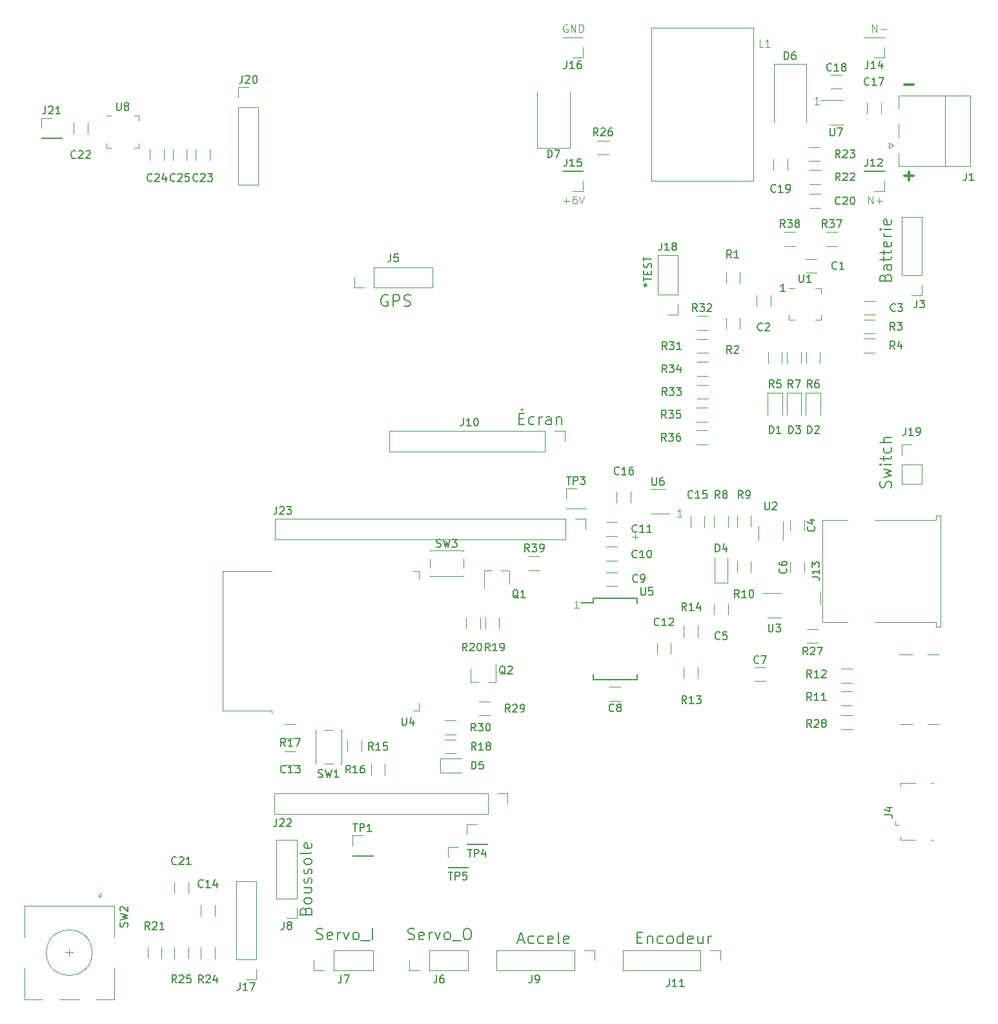
<source format=gbr>
%TF.GenerationSoftware,KiCad,Pcbnew,7.0.5-0*%
%TF.CreationDate,2024-03-26T18:43:31-04:00*%
%TF.ProjectId,PanneauSolaire,50616e6e-6561-4755-936f-6c616972652e,rev?*%
%TF.SameCoordinates,Original*%
%TF.FileFunction,Legend,Top*%
%TF.FilePolarity,Positive*%
%FSLAX46Y46*%
G04 Gerber Fmt 4.6, Leading zero omitted, Abs format (unit mm)*
G04 Created by KiCad (PCBNEW 7.0.5-0) date 2024-03-26 18:43:31*
%MOMM*%
%LPD*%
G01*
G04 APERTURE LIST*
%ADD10C,0.187500*%
%ADD11C,0.125000*%
%ADD12C,0.300000*%
%ADD13C,0.200000*%
%ADD14C,0.150000*%
%ADD15C,0.100000*%
%ADD16C,0.120000*%
G04 APERTURE END LIST*
D10*
X112909069Y-142878107D02*
X113623355Y-142878107D01*
X112766212Y-143306678D02*
X113266212Y-141806678D01*
X113266212Y-141806678D02*
X113766212Y-143306678D01*
X114909069Y-143235250D02*
X114766211Y-143306678D01*
X114766211Y-143306678D02*
X114480497Y-143306678D01*
X114480497Y-143306678D02*
X114337640Y-143235250D01*
X114337640Y-143235250D02*
X114266211Y-143163821D01*
X114266211Y-143163821D02*
X114194783Y-143020964D01*
X114194783Y-143020964D02*
X114194783Y-142592392D01*
X114194783Y-142592392D02*
X114266211Y-142449535D01*
X114266211Y-142449535D02*
X114337640Y-142378107D01*
X114337640Y-142378107D02*
X114480497Y-142306678D01*
X114480497Y-142306678D02*
X114766211Y-142306678D01*
X114766211Y-142306678D02*
X114909069Y-142378107D01*
X116194783Y-143235250D02*
X116051925Y-143306678D01*
X116051925Y-143306678D02*
X115766211Y-143306678D01*
X115766211Y-143306678D02*
X115623354Y-143235250D01*
X115623354Y-143235250D02*
X115551925Y-143163821D01*
X115551925Y-143163821D02*
X115480497Y-143020964D01*
X115480497Y-143020964D02*
X115480497Y-142592392D01*
X115480497Y-142592392D02*
X115551925Y-142449535D01*
X115551925Y-142449535D02*
X115623354Y-142378107D01*
X115623354Y-142378107D02*
X115766211Y-142306678D01*
X115766211Y-142306678D02*
X116051925Y-142306678D01*
X116051925Y-142306678D02*
X116194783Y-142378107D01*
X117409068Y-143235250D02*
X117266211Y-143306678D01*
X117266211Y-143306678D02*
X116980497Y-143306678D01*
X116980497Y-143306678D02*
X116837639Y-143235250D01*
X116837639Y-143235250D02*
X116766211Y-143092392D01*
X116766211Y-143092392D02*
X116766211Y-142520964D01*
X116766211Y-142520964D02*
X116837639Y-142378107D01*
X116837639Y-142378107D02*
X116980497Y-142306678D01*
X116980497Y-142306678D02*
X117266211Y-142306678D01*
X117266211Y-142306678D02*
X117409068Y-142378107D01*
X117409068Y-142378107D02*
X117480497Y-142520964D01*
X117480497Y-142520964D02*
X117480497Y-142663821D01*
X117480497Y-142663821D02*
X116766211Y-142806678D01*
X118337639Y-143306678D02*
X118194782Y-143235250D01*
X118194782Y-143235250D02*
X118123353Y-143092392D01*
X118123353Y-143092392D02*
X118123353Y-141806678D01*
X119480496Y-143235250D02*
X119337639Y-143306678D01*
X119337639Y-143306678D02*
X119051925Y-143306678D01*
X119051925Y-143306678D02*
X118909067Y-143235250D01*
X118909067Y-143235250D02*
X118837639Y-143092392D01*
X118837639Y-143092392D02*
X118837639Y-142520964D01*
X118837639Y-142520964D02*
X118909067Y-142378107D01*
X118909067Y-142378107D02*
X119051925Y-142306678D01*
X119051925Y-142306678D02*
X119337639Y-142306678D01*
X119337639Y-142306678D02*
X119480496Y-142378107D01*
X119480496Y-142378107D02*
X119551925Y-142520964D01*
X119551925Y-142520964D02*
X119551925Y-142663821D01*
X119551925Y-142663821D02*
X118837639Y-142806678D01*
X161735250Y-83590930D02*
X161806678Y-83376645D01*
X161806678Y-83376645D02*
X161806678Y-83019502D01*
X161806678Y-83019502D02*
X161735250Y-82876645D01*
X161735250Y-82876645D02*
X161663821Y-82805216D01*
X161663821Y-82805216D02*
X161520964Y-82733787D01*
X161520964Y-82733787D02*
X161378107Y-82733787D01*
X161378107Y-82733787D02*
X161235250Y-82805216D01*
X161235250Y-82805216D02*
X161163821Y-82876645D01*
X161163821Y-82876645D02*
X161092392Y-83019502D01*
X161092392Y-83019502D02*
X161020964Y-83305216D01*
X161020964Y-83305216D02*
X160949535Y-83448073D01*
X160949535Y-83448073D02*
X160878107Y-83519502D01*
X160878107Y-83519502D02*
X160735250Y-83590930D01*
X160735250Y-83590930D02*
X160592392Y-83590930D01*
X160592392Y-83590930D02*
X160449535Y-83519502D01*
X160449535Y-83519502D02*
X160378107Y-83448073D01*
X160378107Y-83448073D02*
X160306678Y-83305216D01*
X160306678Y-83305216D02*
X160306678Y-82948073D01*
X160306678Y-82948073D02*
X160378107Y-82733787D01*
X160806678Y-82233788D02*
X161806678Y-81948074D01*
X161806678Y-81948074D02*
X161092392Y-81662359D01*
X161092392Y-81662359D02*
X161806678Y-81376645D01*
X161806678Y-81376645D02*
X160806678Y-81090931D01*
X161806678Y-80519502D02*
X160806678Y-80519502D01*
X160306678Y-80519502D02*
X160378107Y-80590930D01*
X160378107Y-80590930D02*
X160449535Y-80519502D01*
X160449535Y-80519502D02*
X160378107Y-80448073D01*
X160378107Y-80448073D02*
X160306678Y-80519502D01*
X160306678Y-80519502D02*
X160449535Y-80519502D01*
X160806678Y-80019501D02*
X160806678Y-79448073D01*
X160306678Y-79805216D02*
X161592392Y-79805216D01*
X161592392Y-79805216D02*
X161735250Y-79733787D01*
X161735250Y-79733787D02*
X161806678Y-79590930D01*
X161806678Y-79590930D02*
X161806678Y-79448073D01*
X161735250Y-78305216D02*
X161806678Y-78448073D01*
X161806678Y-78448073D02*
X161806678Y-78733787D01*
X161806678Y-78733787D02*
X161735250Y-78876644D01*
X161735250Y-78876644D02*
X161663821Y-78948073D01*
X161663821Y-78948073D02*
X161520964Y-79019501D01*
X161520964Y-79019501D02*
X161092392Y-79019501D01*
X161092392Y-79019501D02*
X160949535Y-78948073D01*
X160949535Y-78948073D02*
X160878107Y-78876644D01*
X160878107Y-78876644D02*
X160806678Y-78733787D01*
X160806678Y-78733787D02*
X160806678Y-78448073D01*
X160806678Y-78448073D02*
X160878107Y-78305216D01*
X161806678Y-77662359D02*
X160306678Y-77662359D01*
X161806678Y-77019502D02*
X161020964Y-77019502D01*
X161020964Y-77019502D02*
X160878107Y-77090930D01*
X160878107Y-77090930D02*
X160806678Y-77233787D01*
X160806678Y-77233787D02*
X160806678Y-77448073D01*
X160806678Y-77448073D02*
X160878107Y-77590930D01*
X160878107Y-77590930D02*
X160949535Y-77662359D01*
X147885259Y-57867869D02*
X147313831Y-57867869D01*
X147599545Y-57867869D02*
X147599545Y-56867869D01*
X147599545Y-56867869D02*
X147504307Y-57010726D01*
X147504307Y-57010726D02*
X147409069Y-57105964D01*
X147409069Y-57105964D02*
X147313831Y-57153583D01*
D11*
X152344140Y-33371119D02*
X151772712Y-33371119D01*
X152058426Y-33371119D02*
X152058426Y-32371119D01*
X152058426Y-32371119D02*
X151963188Y-32513976D01*
X151963188Y-32513976D02*
X151867950Y-32609214D01*
X151867950Y-32609214D02*
X151772712Y-32656833D01*
X118820331Y-45990166D02*
X119582236Y-45990166D01*
X119201283Y-46371119D02*
X119201283Y-45609214D01*
X120486997Y-45371119D02*
X120296521Y-45371119D01*
X120296521Y-45371119D02*
X120201283Y-45418738D01*
X120201283Y-45418738D02*
X120153664Y-45466357D01*
X120153664Y-45466357D02*
X120058426Y-45609214D01*
X120058426Y-45609214D02*
X120010807Y-45799690D01*
X120010807Y-45799690D02*
X120010807Y-46180642D01*
X120010807Y-46180642D02*
X120058426Y-46275880D01*
X120058426Y-46275880D02*
X120106045Y-46323500D01*
X120106045Y-46323500D02*
X120201283Y-46371119D01*
X120201283Y-46371119D02*
X120391759Y-46371119D01*
X120391759Y-46371119D02*
X120486997Y-46323500D01*
X120486997Y-46323500D02*
X120534616Y-46275880D01*
X120534616Y-46275880D02*
X120582235Y-46180642D01*
X120582235Y-46180642D02*
X120582235Y-45942547D01*
X120582235Y-45942547D02*
X120534616Y-45847309D01*
X120534616Y-45847309D02*
X120486997Y-45799690D01*
X120486997Y-45799690D02*
X120391759Y-45752071D01*
X120391759Y-45752071D02*
X120201283Y-45752071D01*
X120201283Y-45752071D02*
X120106045Y-45799690D01*
X120106045Y-45799690D02*
X120058426Y-45847309D01*
X120058426Y-45847309D02*
X120010807Y-45942547D01*
X120867950Y-45371119D02*
X121201283Y-46371119D01*
X121201283Y-46371119D02*
X121534616Y-45371119D01*
X127820331Y-89990166D02*
X128582236Y-89990166D01*
X128201283Y-90371119D02*
X128201283Y-89609214D01*
X158820331Y-46371119D02*
X158820331Y-45371119D01*
X158820331Y-45371119D02*
X159391759Y-46371119D01*
X159391759Y-46371119D02*
X159391759Y-45371119D01*
X159867950Y-45990166D02*
X160629855Y-45990166D01*
X160248902Y-46371119D02*
X160248902Y-45609214D01*
X119344140Y-22918738D02*
X119248902Y-22871119D01*
X119248902Y-22871119D02*
X119106045Y-22871119D01*
X119106045Y-22871119D02*
X118963188Y-22918738D01*
X118963188Y-22918738D02*
X118867950Y-23013976D01*
X118867950Y-23013976D02*
X118820331Y-23109214D01*
X118820331Y-23109214D02*
X118772712Y-23299690D01*
X118772712Y-23299690D02*
X118772712Y-23442547D01*
X118772712Y-23442547D02*
X118820331Y-23633023D01*
X118820331Y-23633023D02*
X118867950Y-23728261D01*
X118867950Y-23728261D02*
X118963188Y-23823500D01*
X118963188Y-23823500D02*
X119106045Y-23871119D01*
X119106045Y-23871119D02*
X119201283Y-23871119D01*
X119201283Y-23871119D02*
X119344140Y-23823500D01*
X119344140Y-23823500D02*
X119391759Y-23775880D01*
X119391759Y-23775880D02*
X119391759Y-23442547D01*
X119391759Y-23442547D02*
X119201283Y-23442547D01*
X119820331Y-23871119D02*
X119820331Y-22871119D01*
X119820331Y-22871119D02*
X120391759Y-23871119D01*
X120391759Y-23871119D02*
X120391759Y-22871119D01*
X120867950Y-23871119D02*
X120867950Y-22871119D01*
X120867950Y-22871119D02*
X121106045Y-22871119D01*
X121106045Y-22871119D02*
X121248902Y-22918738D01*
X121248902Y-22918738D02*
X121344140Y-23013976D01*
X121344140Y-23013976D02*
X121391759Y-23109214D01*
X121391759Y-23109214D02*
X121439378Y-23299690D01*
X121439378Y-23299690D02*
X121439378Y-23442547D01*
X121439378Y-23442547D02*
X121391759Y-23633023D01*
X121391759Y-23633023D02*
X121344140Y-23728261D01*
X121344140Y-23728261D02*
X121248902Y-23823500D01*
X121248902Y-23823500D02*
X121106045Y-23871119D01*
X121106045Y-23871119D02*
X120867950Y-23871119D01*
D12*
X163554510Y-30729400D02*
X164697368Y-30729400D01*
D10*
X95766212Y-58378107D02*
X95623355Y-58306678D01*
X95623355Y-58306678D02*
X95409069Y-58306678D01*
X95409069Y-58306678D02*
X95194783Y-58378107D01*
X95194783Y-58378107D02*
X95051926Y-58520964D01*
X95051926Y-58520964D02*
X94980497Y-58663821D01*
X94980497Y-58663821D02*
X94909069Y-58949535D01*
X94909069Y-58949535D02*
X94909069Y-59163821D01*
X94909069Y-59163821D02*
X94980497Y-59449535D01*
X94980497Y-59449535D02*
X95051926Y-59592392D01*
X95051926Y-59592392D02*
X95194783Y-59735250D01*
X95194783Y-59735250D02*
X95409069Y-59806678D01*
X95409069Y-59806678D02*
X95551926Y-59806678D01*
X95551926Y-59806678D02*
X95766212Y-59735250D01*
X95766212Y-59735250D02*
X95837640Y-59663821D01*
X95837640Y-59663821D02*
X95837640Y-59163821D01*
X95837640Y-59163821D02*
X95551926Y-59163821D01*
X96480497Y-59806678D02*
X96480497Y-58306678D01*
X96480497Y-58306678D02*
X97051926Y-58306678D01*
X97051926Y-58306678D02*
X97194783Y-58378107D01*
X97194783Y-58378107D02*
X97266212Y-58449535D01*
X97266212Y-58449535D02*
X97337640Y-58592392D01*
X97337640Y-58592392D02*
X97337640Y-58806678D01*
X97337640Y-58806678D02*
X97266212Y-58949535D01*
X97266212Y-58949535D02*
X97194783Y-59020964D01*
X97194783Y-59020964D02*
X97051926Y-59092392D01*
X97051926Y-59092392D02*
X96480497Y-59092392D01*
X97909069Y-59735250D02*
X98123355Y-59806678D01*
X98123355Y-59806678D02*
X98480497Y-59806678D01*
X98480497Y-59806678D02*
X98623355Y-59735250D01*
X98623355Y-59735250D02*
X98694783Y-59663821D01*
X98694783Y-59663821D02*
X98766212Y-59520964D01*
X98766212Y-59520964D02*
X98766212Y-59378107D01*
X98766212Y-59378107D02*
X98694783Y-59235250D01*
X98694783Y-59235250D02*
X98623355Y-59163821D01*
X98623355Y-59163821D02*
X98480497Y-59092392D01*
X98480497Y-59092392D02*
X98194783Y-59020964D01*
X98194783Y-59020964D02*
X98051926Y-58949535D01*
X98051926Y-58949535D02*
X97980497Y-58878107D01*
X97980497Y-58878107D02*
X97909069Y-58735250D01*
X97909069Y-58735250D02*
X97909069Y-58592392D01*
X97909069Y-58592392D02*
X97980497Y-58449535D01*
X97980497Y-58449535D02*
X98051926Y-58378107D01*
X98051926Y-58378107D02*
X98194783Y-58306678D01*
X98194783Y-58306678D02*
X98551926Y-58306678D01*
X98551926Y-58306678D02*
X98766212Y-58378107D01*
X85020964Y-139019502D02*
X85092392Y-138805216D01*
X85092392Y-138805216D02*
X85163821Y-138733787D01*
X85163821Y-138733787D02*
X85306678Y-138662359D01*
X85306678Y-138662359D02*
X85520964Y-138662359D01*
X85520964Y-138662359D02*
X85663821Y-138733787D01*
X85663821Y-138733787D02*
X85735250Y-138805216D01*
X85735250Y-138805216D02*
X85806678Y-138948073D01*
X85806678Y-138948073D02*
X85806678Y-139519502D01*
X85806678Y-139519502D02*
X84306678Y-139519502D01*
X84306678Y-139519502D02*
X84306678Y-139019502D01*
X84306678Y-139019502D02*
X84378107Y-138876645D01*
X84378107Y-138876645D02*
X84449535Y-138805216D01*
X84449535Y-138805216D02*
X84592392Y-138733787D01*
X84592392Y-138733787D02*
X84735250Y-138733787D01*
X84735250Y-138733787D02*
X84878107Y-138805216D01*
X84878107Y-138805216D02*
X84949535Y-138876645D01*
X84949535Y-138876645D02*
X85020964Y-139019502D01*
X85020964Y-139019502D02*
X85020964Y-139519502D01*
X85806678Y-137805216D02*
X85735250Y-137948073D01*
X85735250Y-137948073D02*
X85663821Y-138019502D01*
X85663821Y-138019502D02*
X85520964Y-138090930D01*
X85520964Y-138090930D02*
X85092392Y-138090930D01*
X85092392Y-138090930D02*
X84949535Y-138019502D01*
X84949535Y-138019502D02*
X84878107Y-137948073D01*
X84878107Y-137948073D02*
X84806678Y-137805216D01*
X84806678Y-137805216D02*
X84806678Y-137590930D01*
X84806678Y-137590930D02*
X84878107Y-137448073D01*
X84878107Y-137448073D02*
X84949535Y-137376645D01*
X84949535Y-137376645D02*
X85092392Y-137305216D01*
X85092392Y-137305216D02*
X85520964Y-137305216D01*
X85520964Y-137305216D02*
X85663821Y-137376645D01*
X85663821Y-137376645D02*
X85735250Y-137448073D01*
X85735250Y-137448073D02*
X85806678Y-137590930D01*
X85806678Y-137590930D02*
X85806678Y-137805216D01*
X84806678Y-136019502D02*
X85806678Y-136019502D01*
X84806678Y-136662359D02*
X85592392Y-136662359D01*
X85592392Y-136662359D02*
X85735250Y-136590930D01*
X85735250Y-136590930D02*
X85806678Y-136448073D01*
X85806678Y-136448073D02*
X85806678Y-136233787D01*
X85806678Y-136233787D02*
X85735250Y-136090930D01*
X85735250Y-136090930D02*
X85663821Y-136019502D01*
X85735250Y-135376644D02*
X85806678Y-135233787D01*
X85806678Y-135233787D02*
X85806678Y-134948073D01*
X85806678Y-134948073D02*
X85735250Y-134805216D01*
X85735250Y-134805216D02*
X85592392Y-134733787D01*
X85592392Y-134733787D02*
X85520964Y-134733787D01*
X85520964Y-134733787D02*
X85378107Y-134805216D01*
X85378107Y-134805216D02*
X85306678Y-134948073D01*
X85306678Y-134948073D02*
X85306678Y-135162359D01*
X85306678Y-135162359D02*
X85235250Y-135305216D01*
X85235250Y-135305216D02*
X85092392Y-135376644D01*
X85092392Y-135376644D02*
X85020964Y-135376644D01*
X85020964Y-135376644D02*
X84878107Y-135305216D01*
X84878107Y-135305216D02*
X84806678Y-135162359D01*
X84806678Y-135162359D02*
X84806678Y-134948073D01*
X84806678Y-134948073D02*
X84878107Y-134805216D01*
X85735250Y-134162358D02*
X85806678Y-134019501D01*
X85806678Y-134019501D02*
X85806678Y-133733787D01*
X85806678Y-133733787D02*
X85735250Y-133590930D01*
X85735250Y-133590930D02*
X85592392Y-133519501D01*
X85592392Y-133519501D02*
X85520964Y-133519501D01*
X85520964Y-133519501D02*
X85378107Y-133590930D01*
X85378107Y-133590930D02*
X85306678Y-133733787D01*
X85306678Y-133733787D02*
X85306678Y-133948073D01*
X85306678Y-133948073D02*
X85235250Y-134090930D01*
X85235250Y-134090930D02*
X85092392Y-134162358D01*
X85092392Y-134162358D02*
X85020964Y-134162358D01*
X85020964Y-134162358D02*
X84878107Y-134090930D01*
X84878107Y-134090930D02*
X84806678Y-133948073D01*
X84806678Y-133948073D02*
X84806678Y-133733787D01*
X84806678Y-133733787D02*
X84878107Y-133590930D01*
X85806678Y-132662358D02*
X85735250Y-132805215D01*
X85735250Y-132805215D02*
X85663821Y-132876644D01*
X85663821Y-132876644D02*
X85520964Y-132948072D01*
X85520964Y-132948072D02*
X85092392Y-132948072D01*
X85092392Y-132948072D02*
X84949535Y-132876644D01*
X84949535Y-132876644D02*
X84878107Y-132805215D01*
X84878107Y-132805215D02*
X84806678Y-132662358D01*
X84806678Y-132662358D02*
X84806678Y-132448072D01*
X84806678Y-132448072D02*
X84878107Y-132305215D01*
X84878107Y-132305215D02*
X84949535Y-132233787D01*
X84949535Y-132233787D02*
X85092392Y-132162358D01*
X85092392Y-132162358D02*
X85520964Y-132162358D01*
X85520964Y-132162358D02*
X85663821Y-132233787D01*
X85663821Y-132233787D02*
X85735250Y-132305215D01*
X85735250Y-132305215D02*
X85806678Y-132448072D01*
X85806678Y-132448072D02*
X85806678Y-132662358D01*
X85806678Y-131305215D02*
X85735250Y-131448072D01*
X85735250Y-131448072D02*
X85592392Y-131519501D01*
X85592392Y-131519501D02*
X84306678Y-131519501D01*
X85735250Y-130162358D02*
X85806678Y-130305215D01*
X85806678Y-130305215D02*
X85806678Y-130590930D01*
X85806678Y-130590930D02*
X85735250Y-130733787D01*
X85735250Y-130733787D02*
X85592392Y-130805215D01*
X85592392Y-130805215D02*
X85020964Y-130805215D01*
X85020964Y-130805215D02*
X84878107Y-130733787D01*
X84878107Y-130733787D02*
X84806678Y-130590930D01*
X84806678Y-130590930D02*
X84806678Y-130305215D01*
X84806678Y-130305215D02*
X84878107Y-130162358D01*
X84878107Y-130162358D02*
X85020964Y-130090930D01*
X85020964Y-130090930D02*
X85163821Y-130090930D01*
X85163821Y-130090930D02*
X85306678Y-130805215D01*
D11*
X134344140Y-87371119D02*
X133772712Y-87371119D01*
X134058426Y-87371119D02*
X134058426Y-86371119D01*
X134058426Y-86371119D02*
X133963188Y-86513976D01*
X133963188Y-86513976D02*
X133867950Y-86609214D01*
X133867950Y-86609214D02*
X133772712Y-86656833D01*
D13*
X129367219Y-56987469D02*
X129605314Y-56987469D01*
X129510076Y-57225564D02*
X129605314Y-56987469D01*
X129605314Y-56987469D02*
X129510076Y-56749374D01*
X129795790Y-57130326D02*
X129605314Y-56987469D01*
X129605314Y-56987469D02*
X129795790Y-56844612D01*
X129367219Y-56511278D02*
X129367219Y-55939850D01*
X130367219Y-56225564D02*
X129367219Y-56225564D01*
X129843409Y-55606516D02*
X129843409Y-55273183D01*
X130367219Y-55130326D02*
X130367219Y-55606516D01*
X130367219Y-55606516D02*
X129367219Y-55606516D01*
X129367219Y-55606516D02*
X129367219Y-55130326D01*
X130319600Y-54749373D02*
X130367219Y-54606516D01*
X130367219Y-54606516D02*
X130367219Y-54368421D01*
X130367219Y-54368421D02*
X130319600Y-54273183D01*
X130319600Y-54273183D02*
X130271980Y-54225564D01*
X130271980Y-54225564D02*
X130176742Y-54177945D01*
X130176742Y-54177945D02*
X130081504Y-54177945D01*
X130081504Y-54177945D02*
X129986266Y-54225564D01*
X129986266Y-54225564D02*
X129938647Y-54273183D01*
X129938647Y-54273183D02*
X129891028Y-54368421D01*
X129891028Y-54368421D02*
X129843409Y-54558897D01*
X129843409Y-54558897D02*
X129795790Y-54654135D01*
X129795790Y-54654135D02*
X129748171Y-54701754D01*
X129748171Y-54701754D02*
X129652933Y-54749373D01*
X129652933Y-54749373D02*
X129557695Y-54749373D01*
X129557695Y-54749373D02*
X129462457Y-54701754D01*
X129462457Y-54701754D02*
X129414838Y-54654135D01*
X129414838Y-54654135D02*
X129367219Y-54558897D01*
X129367219Y-54558897D02*
X129367219Y-54320802D01*
X129367219Y-54320802D02*
X129414838Y-54177945D01*
X129367219Y-53892230D02*
X129367219Y-53320802D01*
X130367219Y-53606516D02*
X129367219Y-53606516D01*
D10*
X98409069Y-142735250D02*
X98623355Y-142806678D01*
X98623355Y-142806678D02*
X98980497Y-142806678D01*
X98980497Y-142806678D02*
X99123355Y-142735250D01*
X99123355Y-142735250D02*
X99194783Y-142663821D01*
X99194783Y-142663821D02*
X99266212Y-142520964D01*
X99266212Y-142520964D02*
X99266212Y-142378107D01*
X99266212Y-142378107D02*
X99194783Y-142235250D01*
X99194783Y-142235250D02*
X99123355Y-142163821D01*
X99123355Y-142163821D02*
X98980497Y-142092392D01*
X98980497Y-142092392D02*
X98694783Y-142020964D01*
X98694783Y-142020964D02*
X98551926Y-141949535D01*
X98551926Y-141949535D02*
X98480497Y-141878107D01*
X98480497Y-141878107D02*
X98409069Y-141735250D01*
X98409069Y-141735250D02*
X98409069Y-141592392D01*
X98409069Y-141592392D02*
X98480497Y-141449535D01*
X98480497Y-141449535D02*
X98551926Y-141378107D01*
X98551926Y-141378107D02*
X98694783Y-141306678D01*
X98694783Y-141306678D02*
X99051926Y-141306678D01*
X99051926Y-141306678D02*
X99266212Y-141378107D01*
X100480497Y-142735250D02*
X100337640Y-142806678D01*
X100337640Y-142806678D02*
X100051926Y-142806678D01*
X100051926Y-142806678D02*
X99909068Y-142735250D01*
X99909068Y-142735250D02*
X99837640Y-142592392D01*
X99837640Y-142592392D02*
X99837640Y-142020964D01*
X99837640Y-142020964D02*
X99909068Y-141878107D01*
X99909068Y-141878107D02*
X100051926Y-141806678D01*
X100051926Y-141806678D02*
X100337640Y-141806678D01*
X100337640Y-141806678D02*
X100480497Y-141878107D01*
X100480497Y-141878107D02*
X100551926Y-142020964D01*
X100551926Y-142020964D02*
X100551926Y-142163821D01*
X100551926Y-142163821D02*
X99837640Y-142306678D01*
X101194782Y-142806678D02*
X101194782Y-141806678D01*
X101194782Y-142092392D02*
X101266211Y-141949535D01*
X101266211Y-141949535D02*
X101337640Y-141878107D01*
X101337640Y-141878107D02*
X101480497Y-141806678D01*
X101480497Y-141806678D02*
X101623354Y-141806678D01*
X101980496Y-141806678D02*
X102337639Y-142806678D01*
X102337639Y-142806678D02*
X102694782Y-141806678D01*
X103480496Y-142806678D02*
X103337639Y-142735250D01*
X103337639Y-142735250D02*
X103266210Y-142663821D01*
X103266210Y-142663821D02*
X103194782Y-142520964D01*
X103194782Y-142520964D02*
X103194782Y-142092392D01*
X103194782Y-142092392D02*
X103266210Y-141949535D01*
X103266210Y-141949535D02*
X103337639Y-141878107D01*
X103337639Y-141878107D02*
X103480496Y-141806678D01*
X103480496Y-141806678D02*
X103694782Y-141806678D01*
X103694782Y-141806678D02*
X103837639Y-141878107D01*
X103837639Y-141878107D02*
X103909068Y-141949535D01*
X103909068Y-141949535D02*
X103980496Y-142092392D01*
X103980496Y-142092392D02*
X103980496Y-142520964D01*
X103980496Y-142520964D02*
X103909068Y-142663821D01*
X103909068Y-142663821D02*
X103837639Y-142735250D01*
X103837639Y-142735250D02*
X103694782Y-142806678D01*
X103694782Y-142806678D02*
X103480496Y-142806678D01*
X104266211Y-142949535D02*
X105409068Y-142949535D01*
X106051925Y-141306678D02*
X106337639Y-141306678D01*
X106337639Y-141306678D02*
X106480496Y-141378107D01*
X106480496Y-141378107D02*
X106623353Y-141520964D01*
X106623353Y-141520964D02*
X106694782Y-141806678D01*
X106694782Y-141806678D02*
X106694782Y-142306678D01*
X106694782Y-142306678D02*
X106623353Y-142592392D01*
X106623353Y-142592392D02*
X106480496Y-142735250D01*
X106480496Y-142735250D02*
X106337639Y-142806678D01*
X106337639Y-142806678D02*
X106051925Y-142806678D01*
X106051925Y-142806678D02*
X105909068Y-142735250D01*
X105909068Y-142735250D02*
X105766210Y-142592392D01*
X105766210Y-142592392D02*
X105694782Y-142306678D01*
X105694782Y-142306678D02*
X105694782Y-141806678D01*
X105694782Y-141806678D02*
X105766210Y-141520964D01*
X105766210Y-141520964D02*
X105909068Y-141378107D01*
X105909068Y-141378107D02*
X106051925Y-141306678D01*
D12*
X163554510Y-42729400D02*
X164697368Y-42729400D01*
X164125939Y-43300828D02*
X164125939Y-42157971D01*
D10*
X112980497Y-74520964D02*
X113480497Y-74520964D01*
X113694783Y-75306678D02*
X112980497Y-75306678D01*
X112980497Y-75306678D02*
X112980497Y-73806678D01*
X112980497Y-73806678D02*
X113694783Y-73806678D01*
X113480497Y-73235250D02*
X113266212Y-73449535D01*
X114980498Y-75235250D02*
X114837640Y-75306678D01*
X114837640Y-75306678D02*
X114551926Y-75306678D01*
X114551926Y-75306678D02*
X114409069Y-75235250D01*
X114409069Y-75235250D02*
X114337640Y-75163821D01*
X114337640Y-75163821D02*
X114266212Y-75020964D01*
X114266212Y-75020964D02*
X114266212Y-74592392D01*
X114266212Y-74592392D02*
X114337640Y-74449535D01*
X114337640Y-74449535D02*
X114409069Y-74378107D01*
X114409069Y-74378107D02*
X114551926Y-74306678D01*
X114551926Y-74306678D02*
X114837640Y-74306678D01*
X114837640Y-74306678D02*
X114980498Y-74378107D01*
X115623354Y-75306678D02*
X115623354Y-74306678D01*
X115623354Y-74592392D02*
X115694783Y-74449535D01*
X115694783Y-74449535D02*
X115766212Y-74378107D01*
X115766212Y-74378107D02*
X115909069Y-74306678D01*
X115909069Y-74306678D02*
X116051926Y-74306678D01*
X117194783Y-75306678D02*
X117194783Y-74520964D01*
X117194783Y-74520964D02*
X117123354Y-74378107D01*
X117123354Y-74378107D02*
X116980497Y-74306678D01*
X116980497Y-74306678D02*
X116694783Y-74306678D01*
X116694783Y-74306678D02*
X116551925Y-74378107D01*
X117194783Y-75235250D02*
X117051925Y-75306678D01*
X117051925Y-75306678D02*
X116694783Y-75306678D01*
X116694783Y-75306678D02*
X116551925Y-75235250D01*
X116551925Y-75235250D02*
X116480497Y-75092392D01*
X116480497Y-75092392D02*
X116480497Y-74949535D01*
X116480497Y-74949535D02*
X116551925Y-74806678D01*
X116551925Y-74806678D02*
X116694783Y-74735250D01*
X116694783Y-74735250D02*
X117051925Y-74735250D01*
X117051925Y-74735250D02*
X117194783Y-74663821D01*
X117909068Y-74306678D02*
X117909068Y-75306678D01*
X117909068Y-74449535D02*
X117980497Y-74378107D01*
X117980497Y-74378107D02*
X118123354Y-74306678D01*
X118123354Y-74306678D02*
X118337640Y-74306678D01*
X118337640Y-74306678D02*
X118480497Y-74378107D01*
X118480497Y-74378107D02*
X118551926Y-74520964D01*
X118551926Y-74520964D02*
X118551926Y-75306678D01*
X86409069Y-142735250D02*
X86623355Y-142806678D01*
X86623355Y-142806678D02*
X86980497Y-142806678D01*
X86980497Y-142806678D02*
X87123355Y-142735250D01*
X87123355Y-142735250D02*
X87194783Y-142663821D01*
X87194783Y-142663821D02*
X87266212Y-142520964D01*
X87266212Y-142520964D02*
X87266212Y-142378107D01*
X87266212Y-142378107D02*
X87194783Y-142235250D01*
X87194783Y-142235250D02*
X87123355Y-142163821D01*
X87123355Y-142163821D02*
X86980497Y-142092392D01*
X86980497Y-142092392D02*
X86694783Y-142020964D01*
X86694783Y-142020964D02*
X86551926Y-141949535D01*
X86551926Y-141949535D02*
X86480497Y-141878107D01*
X86480497Y-141878107D02*
X86409069Y-141735250D01*
X86409069Y-141735250D02*
X86409069Y-141592392D01*
X86409069Y-141592392D02*
X86480497Y-141449535D01*
X86480497Y-141449535D02*
X86551926Y-141378107D01*
X86551926Y-141378107D02*
X86694783Y-141306678D01*
X86694783Y-141306678D02*
X87051926Y-141306678D01*
X87051926Y-141306678D02*
X87266212Y-141378107D01*
X88480497Y-142735250D02*
X88337640Y-142806678D01*
X88337640Y-142806678D02*
X88051926Y-142806678D01*
X88051926Y-142806678D02*
X87909068Y-142735250D01*
X87909068Y-142735250D02*
X87837640Y-142592392D01*
X87837640Y-142592392D02*
X87837640Y-142020964D01*
X87837640Y-142020964D02*
X87909068Y-141878107D01*
X87909068Y-141878107D02*
X88051926Y-141806678D01*
X88051926Y-141806678D02*
X88337640Y-141806678D01*
X88337640Y-141806678D02*
X88480497Y-141878107D01*
X88480497Y-141878107D02*
X88551926Y-142020964D01*
X88551926Y-142020964D02*
X88551926Y-142163821D01*
X88551926Y-142163821D02*
X87837640Y-142306678D01*
X89194782Y-142806678D02*
X89194782Y-141806678D01*
X89194782Y-142092392D02*
X89266211Y-141949535D01*
X89266211Y-141949535D02*
X89337640Y-141878107D01*
X89337640Y-141878107D02*
X89480497Y-141806678D01*
X89480497Y-141806678D02*
X89623354Y-141806678D01*
X89980496Y-141806678D02*
X90337639Y-142806678D01*
X90337639Y-142806678D02*
X90694782Y-141806678D01*
X91480496Y-142806678D02*
X91337639Y-142735250D01*
X91337639Y-142735250D02*
X91266210Y-142663821D01*
X91266210Y-142663821D02*
X91194782Y-142520964D01*
X91194782Y-142520964D02*
X91194782Y-142092392D01*
X91194782Y-142092392D02*
X91266210Y-141949535D01*
X91266210Y-141949535D02*
X91337639Y-141878107D01*
X91337639Y-141878107D02*
X91480496Y-141806678D01*
X91480496Y-141806678D02*
X91694782Y-141806678D01*
X91694782Y-141806678D02*
X91837639Y-141878107D01*
X91837639Y-141878107D02*
X91909068Y-141949535D01*
X91909068Y-141949535D02*
X91980496Y-142092392D01*
X91980496Y-142092392D02*
X91980496Y-142520964D01*
X91980496Y-142520964D02*
X91909068Y-142663821D01*
X91909068Y-142663821D02*
X91837639Y-142735250D01*
X91837639Y-142735250D02*
X91694782Y-142806678D01*
X91694782Y-142806678D02*
X91480496Y-142806678D01*
X92266211Y-142949535D02*
X93409068Y-142949535D01*
X93766210Y-142806678D02*
X93766210Y-141306678D01*
D11*
X159320331Y-23871119D02*
X159320331Y-22871119D01*
X159320331Y-22871119D02*
X159891759Y-23871119D01*
X159891759Y-23871119D02*
X159891759Y-22871119D01*
X160367950Y-23490166D02*
X161129855Y-23490166D01*
D10*
X128480497Y-142520964D02*
X128980497Y-142520964D01*
X129194783Y-143306678D02*
X128480497Y-143306678D01*
X128480497Y-143306678D02*
X128480497Y-141806678D01*
X128480497Y-141806678D02*
X129194783Y-141806678D01*
X129837640Y-142306678D02*
X129837640Y-143306678D01*
X129837640Y-142449535D02*
X129909069Y-142378107D01*
X129909069Y-142378107D02*
X130051926Y-142306678D01*
X130051926Y-142306678D02*
X130266212Y-142306678D01*
X130266212Y-142306678D02*
X130409069Y-142378107D01*
X130409069Y-142378107D02*
X130480498Y-142520964D01*
X130480498Y-142520964D02*
X130480498Y-143306678D01*
X131837641Y-143235250D02*
X131694783Y-143306678D01*
X131694783Y-143306678D02*
X131409069Y-143306678D01*
X131409069Y-143306678D02*
X131266212Y-143235250D01*
X131266212Y-143235250D02*
X131194783Y-143163821D01*
X131194783Y-143163821D02*
X131123355Y-143020964D01*
X131123355Y-143020964D02*
X131123355Y-142592392D01*
X131123355Y-142592392D02*
X131194783Y-142449535D01*
X131194783Y-142449535D02*
X131266212Y-142378107D01*
X131266212Y-142378107D02*
X131409069Y-142306678D01*
X131409069Y-142306678D02*
X131694783Y-142306678D01*
X131694783Y-142306678D02*
X131837641Y-142378107D01*
X132694783Y-143306678D02*
X132551926Y-143235250D01*
X132551926Y-143235250D02*
X132480497Y-143163821D01*
X132480497Y-143163821D02*
X132409069Y-143020964D01*
X132409069Y-143020964D02*
X132409069Y-142592392D01*
X132409069Y-142592392D02*
X132480497Y-142449535D01*
X132480497Y-142449535D02*
X132551926Y-142378107D01*
X132551926Y-142378107D02*
X132694783Y-142306678D01*
X132694783Y-142306678D02*
X132909069Y-142306678D01*
X132909069Y-142306678D02*
X133051926Y-142378107D01*
X133051926Y-142378107D02*
X133123355Y-142449535D01*
X133123355Y-142449535D02*
X133194783Y-142592392D01*
X133194783Y-142592392D02*
X133194783Y-143020964D01*
X133194783Y-143020964D02*
X133123355Y-143163821D01*
X133123355Y-143163821D02*
X133051926Y-143235250D01*
X133051926Y-143235250D02*
X132909069Y-143306678D01*
X132909069Y-143306678D02*
X132694783Y-143306678D01*
X134480498Y-143306678D02*
X134480498Y-141806678D01*
X134480498Y-143235250D02*
X134337640Y-143306678D01*
X134337640Y-143306678D02*
X134051926Y-143306678D01*
X134051926Y-143306678D02*
X133909069Y-143235250D01*
X133909069Y-143235250D02*
X133837640Y-143163821D01*
X133837640Y-143163821D02*
X133766212Y-143020964D01*
X133766212Y-143020964D02*
X133766212Y-142592392D01*
X133766212Y-142592392D02*
X133837640Y-142449535D01*
X133837640Y-142449535D02*
X133909069Y-142378107D01*
X133909069Y-142378107D02*
X134051926Y-142306678D01*
X134051926Y-142306678D02*
X134337640Y-142306678D01*
X134337640Y-142306678D02*
X134480498Y-142378107D01*
X135766212Y-143235250D02*
X135623355Y-143306678D01*
X135623355Y-143306678D02*
X135337641Y-143306678D01*
X135337641Y-143306678D02*
X135194783Y-143235250D01*
X135194783Y-143235250D02*
X135123355Y-143092392D01*
X135123355Y-143092392D02*
X135123355Y-142520964D01*
X135123355Y-142520964D02*
X135194783Y-142378107D01*
X135194783Y-142378107D02*
X135337641Y-142306678D01*
X135337641Y-142306678D02*
X135623355Y-142306678D01*
X135623355Y-142306678D02*
X135766212Y-142378107D01*
X135766212Y-142378107D02*
X135837641Y-142520964D01*
X135837641Y-142520964D02*
X135837641Y-142663821D01*
X135837641Y-142663821D02*
X135123355Y-142806678D01*
X137123355Y-142306678D02*
X137123355Y-143306678D01*
X136480497Y-142306678D02*
X136480497Y-143092392D01*
X136480497Y-143092392D02*
X136551926Y-143235250D01*
X136551926Y-143235250D02*
X136694783Y-143306678D01*
X136694783Y-143306678D02*
X136909069Y-143306678D01*
X136909069Y-143306678D02*
X137051926Y-143235250D01*
X137051926Y-143235250D02*
X137123355Y-143163821D01*
X137837640Y-143306678D02*
X137837640Y-142306678D01*
X137837640Y-142592392D02*
X137909069Y-142449535D01*
X137909069Y-142449535D02*
X137980498Y-142378107D01*
X137980498Y-142378107D02*
X138123355Y-142306678D01*
X138123355Y-142306678D02*
X138266212Y-142306678D01*
X161020964Y-56019502D02*
X161092392Y-55805216D01*
X161092392Y-55805216D02*
X161163821Y-55733787D01*
X161163821Y-55733787D02*
X161306678Y-55662359D01*
X161306678Y-55662359D02*
X161520964Y-55662359D01*
X161520964Y-55662359D02*
X161663821Y-55733787D01*
X161663821Y-55733787D02*
X161735250Y-55805216D01*
X161735250Y-55805216D02*
X161806678Y-55948073D01*
X161806678Y-55948073D02*
X161806678Y-56519502D01*
X161806678Y-56519502D02*
X160306678Y-56519502D01*
X160306678Y-56519502D02*
X160306678Y-56019502D01*
X160306678Y-56019502D02*
X160378107Y-55876645D01*
X160378107Y-55876645D02*
X160449535Y-55805216D01*
X160449535Y-55805216D02*
X160592392Y-55733787D01*
X160592392Y-55733787D02*
X160735250Y-55733787D01*
X160735250Y-55733787D02*
X160878107Y-55805216D01*
X160878107Y-55805216D02*
X160949535Y-55876645D01*
X160949535Y-55876645D02*
X161020964Y-56019502D01*
X161020964Y-56019502D02*
X161020964Y-56519502D01*
X161806678Y-54376645D02*
X161020964Y-54376645D01*
X161020964Y-54376645D02*
X160878107Y-54448073D01*
X160878107Y-54448073D02*
X160806678Y-54590930D01*
X160806678Y-54590930D02*
X160806678Y-54876645D01*
X160806678Y-54876645D02*
X160878107Y-55019502D01*
X161735250Y-54376645D02*
X161806678Y-54519502D01*
X161806678Y-54519502D02*
X161806678Y-54876645D01*
X161806678Y-54876645D02*
X161735250Y-55019502D01*
X161735250Y-55019502D02*
X161592392Y-55090930D01*
X161592392Y-55090930D02*
X161449535Y-55090930D01*
X161449535Y-55090930D02*
X161306678Y-55019502D01*
X161306678Y-55019502D02*
X161235250Y-54876645D01*
X161235250Y-54876645D02*
X161235250Y-54519502D01*
X161235250Y-54519502D02*
X161163821Y-54376645D01*
X160806678Y-53876644D02*
X160806678Y-53305216D01*
X160306678Y-53662359D02*
X161592392Y-53662359D01*
X161592392Y-53662359D02*
X161735250Y-53590930D01*
X161735250Y-53590930D02*
X161806678Y-53448073D01*
X161806678Y-53448073D02*
X161806678Y-53305216D01*
X160806678Y-53019501D02*
X160806678Y-52448073D01*
X160306678Y-52805216D02*
X161592392Y-52805216D01*
X161592392Y-52805216D02*
X161735250Y-52733787D01*
X161735250Y-52733787D02*
X161806678Y-52590930D01*
X161806678Y-52590930D02*
X161806678Y-52448073D01*
X161735250Y-51376644D02*
X161806678Y-51519501D01*
X161806678Y-51519501D02*
X161806678Y-51805216D01*
X161806678Y-51805216D02*
X161735250Y-51948073D01*
X161735250Y-51948073D02*
X161592392Y-52019501D01*
X161592392Y-52019501D02*
X161020964Y-52019501D01*
X161020964Y-52019501D02*
X160878107Y-51948073D01*
X160878107Y-51948073D02*
X160806678Y-51805216D01*
X160806678Y-51805216D02*
X160806678Y-51519501D01*
X160806678Y-51519501D02*
X160878107Y-51376644D01*
X160878107Y-51376644D02*
X161020964Y-51305216D01*
X161020964Y-51305216D02*
X161163821Y-51305216D01*
X161163821Y-51305216D02*
X161306678Y-52019501D01*
X161806678Y-50662359D02*
X160806678Y-50662359D01*
X161092392Y-50662359D02*
X160949535Y-50590930D01*
X160949535Y-50590930D02*
X160878107Y-50519502D01*
X160878107Y-50519502D02*
X160806678Y-50376644D01*
X160806678Y-50376644D02*
X160806678Y-50233787D01*
X161806678Y-49733788D02*
X160806678Y-49733788D01*
X160306678Y-49733788D02*
X160378107Y-49805216D01*
X160378107Y-49805216D02*
X160449535Y-49733788D01*
X160449535Y-49733788D02*
X160378107Y-49662359D01*
X160378107Y-49662359D02*
X160306678Y-49733788D01*
X160306678Y-49733788D02*
X160449535Y-49733788D01*
X161735250Y-48448073D02*
X161806678Y-48590930D01*
X161806678Y-48590930D02*
X161806678Y-48876645D01*
X161806678Y-48876645D02*
X161735250Y-49019502D01*
X161735250Y-49019502D02*
X161592392Y-49090930D01*
X161592392Y-49090930D02*
X161020964Y-49090930D01*
X161020964Y-49090930D02*
X160878107Y-49019502D01*
X160878107Y-49019502D02*
X160806678Y-48876645D01*
X160806678Y-48876645D02*
X160806678Y-48590930D01*
X160806678Y-48590930D02*
X160878107Y-48448073D01*
X160878107Y-48448073D02*
X161020964Y-48376645D01*
X161020964Y-48376645D02*
X161163821Y-48376645D01*
X161163821Y-48376645D02*
X161306678Y-49090930D01*
D11*
X120844140Y-99371119D02*
X120272712Y-99371119D01*
X120558426Y-99371119D02*
X120558426Y-98371119D01*
X120558426Y-98371119D02*
X120463188Y-98513976D01*
X120463188Y-98513976D02*
X120367950Y-98609214D01*
X120367950Y-98609214D02*
X120272712Y-98656833D01*
D14*
%TO.C,SW3*%
X102166667Y-91307200D02*
X102309524Y-91354819D01*
X102309524Y-91354819D02*
X102547619Y-91354819D01*
X102547619Y-91354819D02*
X102642857Y-91307200D01*
X102642857Y-91307200D02*
X102690476Y-91259580D01*
X102690476Y-91259580D02*
X102738095Y-91164342D01*
X102738095Y-91164342D02*
X102738095Y-91069104D01*
X102738095Y-91069104D02*
X102690476Y-90973866D01*
X102690476Y-90973866D02*
X102642857Y-90926247D01*
X102642857Y-90926247D02*
X102547619Y-90878628D01*
X102547619Y-90878628D02*
X102357143Y-90831009D01*
X102357143Y-90831009D02*
X102261905Y-90783390D01*
X102261905Y-90783390D02*
X102214286Y-90735771D01*
X102214286Y-90735771D02*
X102166667Y-90640533D01*
X102166667Y-90640533D02*
X102166667Y-90545295D01*
X102166667Y-90545295D02*
X102214286Y-90450057D01*
X102214286Y-90450057D02*
X102261905Y-90402438D01*
X102261905Y-90402438D02*
X102357143Y-90354819D01*
X102357143Y-90354819D02*
X102595238Y-90354819D01*
X102595238Y-90354819D02*
X102738095Y-90402438D01*
X103071429Y-90354819D02*
X103309524Y-91354819D01*
X103309524Y-91354819D02*
X103500000Y-90640533D01*
X103500000Y-90640533D02*
X103690476Y-91354819D01*
X103690476Y-91354819D02*
X103928572Y-90354819D01*
X104214286Y-90354819D02*
X104833333Y-90354819D01*
X104833333Y-90354819D02*
X104500000Y-90735771D01*
X104500000Y-90735771D02*
X104642857Y-90735771D01*
X104642857Y-90735771D02*
X104738095Y-90783390D01*
X104738095Y-90783390D02*
X104785714Y-90831009D01*
X104785714Y-90831009D02*
X104833333Y-90926247D01*
X104833333Y-90926247D02*
X104833333Y-91164342D01*
X104833333Y-91164342D02*
X104785714Y-91259580D01*
X104785714Y-91259580D02*
X104738095Y-91307200D01*
X104738095Y-91307200D02*
X104642857Y-91354819D01*
X104642857Y-91354819D02*
X104357143Y-91354819D01*
X104357143Y-91354819D02*
X104261905Y-91307200D01*
X104261905Y-91307200D02*
X104214286Y-91259580D01*
%TO.C,R39*%
X114357142Y-91954819D02*
X114023809Y-91478628D01*
X113785714Y-91954819D02*
X113785714Y-90954819D01*
X113785714Y-90954819D02*
X114166666Y-90954819D01*
X114166666Y-90954819D02*
X114261904Y-91002438D01*
X114261904Y-91002438D02*
X114309523Y-91050057D01*
X114309523Y-91050057D02*
X114357142Y-91145295D01*
X114357142Y-91145295D02*
X114357142Y-91288152D01*
X114357142Y-91288152D02*
X114309523Y-91383390D01*
X114309523Y-91383390D02*
X114261904Y-91431009D01*
X114261904Y-91431009D02*
X114166666Y-91478628D01*
X114166666Y-91478628D02*
X113785714Y-91478628D01*
X114690476Y-90954819D02*
X115309523Y-90954819D01*
X115309523Y-90954819D02*
X114976190Y-91335771D01*
X114976190Y-91335771D02*
X115119047Y-91335771D01*
X115119047Y-91335771D02*
X115214285Y-91383390D01*
X115214285Y-91383390D02*
X115261904Y-91431009D01*
X115261904Y-91431009D02*
X115309523Y-91526247D01*
X115309523Y-91526247D02*
X115309523Y-91764342D01*
X115309523Y-91764342D02*
X115261904Y-91859580D01*
X115261904Y-91859580D02*
X115214285Y-91907200D01*
X115214285Y-91907200D02*
X115119047Y-91954819D01*
X115119047Y-91954819D02*
X114833333Y-91954819D01*
X114833333Y-91954819D02*
X114738095Y-91907200D01*
X114738095Y-91907200D02*
X114690476Y-91859580D01*
X115785714Y-91954819D02*
X115976190Y-91954819D01*
X115976190Y-91954819D02*
X116071428Y-91907200D01*
X116071428Y-91907200D02*
X116119047Y-91859580D01*
X116119047Y-91859580D02*
X116214285Y-91716723D01*
X116214285Y-91716723D02*
X116261904Y-91526247D01*
X116261904Y-91526247D02*
X116261904Y-91145295D01*
X116261904Y-91145295D02*
X116214285Y-91050057D01*
X116214285Y-91050057D02*
X116166666Y-91002438D01*
X116166666Y-91002438D02*
X116071428Y-90954819D01*
X116071428Y-90954819D02*
X115880952Y-90954819D01*
X115880952Y-90954819D02*
X115785714Y-91002438D01*
X115785714Y-91002438D02*
X115738095Y-91050057D01*
X115738095Y-91050057D02*
X115690476Y-91145295D01*
X115690476Y-91145295D02*
X115690476Y-91383390D01*
X115690476Y-91383390D02*
X115738095Y-91478628D01*
X115738095Y-91478628D02*
X115785714Y-91526247D01*
X115785714Y-91526247D02*
X115880952Y-91573866D01*
X115880952Y-91573866D02*
X116071428Y-91573866D01*
X116071428Y-91573866D02*
X116166666Y-91526247D01*
X116166666Y-91526247D02*
X116214285Y-91478628D01*
X116214285Y-91478628D02*
X116261904Y-91383390D01*
%TO.C,U4*%
X97653095Y-113704819D02*
X97653095Y-114514342D01*
X97653095Y-114514342D02*
X97700714Y-114609580D01*
X97700714Y-114609580D02*
X97748333Y-114657200D01*
X97748333Y-114657200D02*
X97843571Y-114704819D01*
X97843571Y-114704819D02*
X98034047Y-114704819D01*
X98034047Y-114704819D02*
X98129285Y-114657200D01*
X98129285Y-114657200D02*
X98176904Y-114609580D01*
X98176904Y-114609580D02*
X98224523Y-114514342D01*
X98224523Y-114514342D02*
X98224523Y-113704819D01*
X99129285Y-114038152D02*
X99129285Y-114704819D01*
X98891190Y-113657200D02*
X98653095Y-114371485D01*
X98653095Y-114371485D02*
X99272142Y-114371485D01*
%TO.C,R10*%
X141857142Y-97954819D02*
X141523809Y-97478628D01*
X141285714Y-97954819D02*
X141285714Y-96954819D01*
X141285714Y-96954819D02*
X141666666Y-96954819D01*
X141666666Y-96954819D02*
X141761904Y-97002438D01*
X141761904Y-97002438D02*
X141809523Y-97050057D01*
X141809523Y-97050057D02*
X141857142Y-97145295D01*
X141857142Y-97145295D02*
X141857142Y-97288152D01*
X141857142Y-97288152D02*
X141809523Y-97383390D01*
X141809523Y-97383390D02*
X141761904Y-97431009D01*
X141761904Y-97431009D02*
X141666666Y-97478628D01*
X141666666Y-97478628D02*
X141285714Y-97478628D01*
X142809523Y-97954819D02*
X142238095Y-97954819D01*
X142523809Y-97954819D02*
X142523809Y-96954819D01*
X142523809Y-96954819D02*
X142428571Y-97097676D01*
X142428571Y-97097676D02*
X142333333Y-97192914D01*
X142333333Y-97192914D02*
X142238095Y-97240533D01*
X143428571Y-96954819D02*
X143523809Y-96954819D01*
X143523809Y-96954819D02*
X143619047Y-97002438D01*
X143619047Y-97002438D02*
X143666666Y-97050057D01*
X143666666Y-97050057D02*
X143714285Y-97145295D01*
X143714285Y-97145295D02*
X143761904Y-97335771D01*
X143761904Y-97335771D02*
X143761904Y-97573866D01*
X143761904Y-97573866D02*
X143714285Y-97764342D01*
X143714285Y-97764342D02*
X143666666Y-97859580D01*
X143666666Y-97859580D02*
X143619047Y-97907200D01*
X143619047Y-97907200D02*
X143523809Y-97954819D01*
X143523809Y-97954819D02*
X143428571Y-97954819D01*
X143428571Y-97954819D02*
X143333333Y-97907200D01*
X143333333Y-97907200D02*
X143285714Y-97859580D01*
X143285714Y-97859580D02*
X143238095Y-97764342D01*
X143238095Y-97764342D02*
X143190476Y-97573866D01*
X143190476Y-97573866D02*
X143190476Y-97335771D01*
X143190476Y-97335771D02*
X143238095Y-97145295D01*
X143238095Y-97145295D02*
X143285714Y-97050057D01*
X143285714Y-97050057D02*
X143333333Y-97002438D01*
X143333333Y-97002438D02*
X143428571Y-96954819D01*
%TO.C,U2*%
X145238095Y-85454819D02*
X145238095Y-86264342D01*
X145238095Y-86264342D02*
X145285714Y-86359580D01*
X145285714Y-86359580D02*
X145333333Y-86407200D01*
X145333333Y-86407200D02*
X145428571Y-86454819D01*
X145428571Y-86454819D02*
X145619047Y-86454819D01*
X145619047Y-86454819D02*
X145714285Y-86407200D01*
X145714285Y-86407200D02*
X145761904Y-86359580D01*
X145761904Y-86359580D02*
X145809523Y-86264342D01*
X145809523Y-86264342D02*
X145809523Y-85454819D01*
X146238095Y-85550057D02*
X146285714Y-85502438D01*
X146285714Y-85502438D02*
X146380952Y-85454819D01*
X146380952Y-85454819D02*
X146619047Y-85454819D01*
X146619047Y-85454819D02*
X146714285Y-85502438D01*
X146714285Y-85502438D02*
X146761904Y-85550057D01*
X146761904Y-85550057D02*
X146809523Y-85645295D01*
X146809523Y-85645295D02*
X146809523Y-85740533D01*
X146809523Y-85740533D02*
X146761904Y-85883390D01*
X146761904Y-85883390D02*
X146190476Y-86454819D01*
X146190476Y-86454819D02*
X146809523Y-86454819D01*
%TO.C,C7*%
X144433333Y-106509580D02*
X144385714Y-106557200D01*
X144385714Y-106557200D02*
X144242857Y-106604819D01*
X144242857Y-106604819D02*
X144147619Y-106604819D01*
X144147619Y-106604819D02*
X144004762Y-106557200D01*
X144004762Y-106557200D02*
X143909524Y-106461961D01*
X143909524Y-106461961D02*
X143861905Y-106366723D01*
X143861905Y-106366723D02*
X143814286Y-106176247D01*
X143814286Y-106176247D02*
X143814286Y-106033390D01*
X143814286Y-106033390D02*
X143861905Y-105842914D01*
X143861905Y-105842914D02*
X143909524Y-105747676D01*
X143909524Y-105747676D02*
X144004762Y-105652438D01*
X144004762Y-105652438D02*
X144147619Y-105604819D01*
X144147619Y-105604819D02*
X144242857Y-105604819D01*
X144242857Y-105604819D02*
X144385714Y-105652438D01*
X144385714Y-105652438D02*
X144433333Y-105700057D01*
X144766667Y-105604819D02*
X145433333Y-105604819D01*
X145433333Y-105604819D02*
X145004762Y-106604819D01*
%TO.C,R29*%
X111807142Y-112954819D02*
X111473809Y-112478628D01*
X111235714Y-112954819D02*
X111235714Y-111954819D01*
X111235714Y-111954819D02*
X111616666Y-111954819D01*
X111616666Y-111954819D02*
X111711904Y-112002438D01*
X111711904Y-112002438D02*
X111759523Y-112050057D01*
X111759523Y-112050057D02*
X111807142Y-112145295D01*
X111807142Y-112145295D02*
X111807142Y-112288152D01*
X111807142Y-112288152D02*
X111759523Y-112383390D01*
X111759523Y-112383390D02*
X111711904Y-112431009D01*
X111711904Y-112431009D02*
X111616666Y-112478628D01*
X111616666Y-112478628D02*
X111235714Y-112478628D01*
X112188095Y-112050057D02*
X112235714Y-112002438D01*
X112235714Y-112002438D02*
X112330952Y-111954819D01*
X112330952Y-111954819D02*
X112569047Y-111954819D01*
X112569047Y-111954819D02*
X112664285Y-112002438D01*
X112664285Y-112002438D02*
X112711904Y-112050057D01*
X112711904Y-112050057D02*
X112759523Y-112145295D01*
X112759523Y-112145295D02*
X112759523Y-112240533D01*
X112759523Y-112240533D02*
X112711904Y-112383390D01*
X112711904Y-112383390D02*
X112140476Y-112954819D01*
X112140476Y-112954819D02*
X112759523Y-112954819D01*
X113235714Y-112954819D02*
X113426190Y-112954819D01*
X113426190Y-112954819D02*
X113521428Y-112907200D01*
X113521428Y-112907200D02*
X113569047Y-112859580D01*
X113569047Y-112859580D02*
X113664285Y-112716723D01*
X113664285Y-112716723D02*
X113711904Y-112526247D01*
X113711904Y-112526247D02*
X113711904Y-112145295D01*
X113711904Y-112145295D02*
X113664285Y-112050057D01*
X113664285Y-112050057D02*
X113616666Y-112002438D01*
X113616666Y-112002438D02*
X113521428Y-111954819D01*
X113521428Y-111954819D02*
X113330952Y-111954819D01*
X113330952Y-111954819D02*
X113235714Y-112002438D01*
X113235714Y-112002438D02*
X113188095Y-112050057D01*
X113188095Y-112050057D02*
X113140476Y-112145295D01*
X113140476Y-112145295D02*
X113140476Y-112383390D01*
X113140476Y-112383390D02*
X113188095Y-112478628D01*
X113188095Y-112478628D02*
X113235714Y-112526247D01*
X113235714Y-112526247D02*
X113330952Y-112573866D01*
X113330952Y-112573866D02*
X113521428Y-112573866D01*
X113521428Y-112573866D02*
X113616666Y-112526247D01*
X113616666Y-112526247D02*
X113664285Y-112478628D01*
X113664285Y-112478628D02*
X113711904Y-112383390D01*
%TO.C,D2*%
X150824405Y-76454819D02*
X150824405Y-75454819D01*
X150824405Y-75454819D02*
X151062500Y-75454819D01*
X151062500Y-75454819D02*
X151205357Y-75502438D01*
X151205357Y-75502438D02*
X151300595Y-75597676D01*
X151300595Y-75597676D02*
X151348214Y-75692914D01*
X151348214Y-75692914D02*
X151395833Y-75883390D01*
X151395833Y-75883390D02*
X151395833Y-76026247D01*
X151395833Y-76026247D02*
X151348214Y-76216723D01*
X151348214Y-76216723D02*
X151300595Y-76311961D01*
X151300595Y-76311961D02*
X151205357Y-76407200D01*
X151205357Y-76407200D02*
X151062500Y-76454819D01*
X151062500Y-76454819D02*
X150824405Y-76454819D01*
X151776786Y-75550057D02*
X151824405Y-75502438D01*
X151824405Y-75502438D02*
X151919643Y-75454819D01*
X151919643Y-75454819D02*
X152157738Y-75454819D01*
X152157738Y-75454819D02*
X152252976Y-75502438D01*
X152252976Y-75502438D02*
X152300595Y-75550057D01*
X152300595Y-75550057D02*
X152348214Y-75645295D01*
X152348214Y-75645295D02*
X152348214Y-75740533D01*
X152348214Y-75740533D02*
X152300595Y-75883390D01*
X152300595Y-75883390D02*
X151729167Y-76454819D01*
X151729167Y-76454819D02*
X152348214Y-76454819D01*
%TO.C,C17*%
X158907142Y-30722080D02*
X158859523Y-30769700D01*
X158859523Y-30769700D02*
X158716666Y-30817319D01*
X158716666Y-30817319D02*
X158621428Y-30817319D01*
X158621428Y-30817319D02*
X158478571Y-30769700D01*
X158478571Y-30769700D02*
X158383333Y-30674461D01*
X158383333Y-30674461D02*
X158335714Y-30579223D01*
X158335714Y-30579223D02*
X158288095Y-30388747D01*
X158288095Y-30388747D02*
X158288095Y-30245890D01*
X158288095Y-30245890D02*
X158335714Y-30055414D01*
X158335714Y-30055414D02*
X158383333Y-29960176D01*
X158383333Y-29960176D02*
X158478571Y-29864938D01*
X158478571Y-29864938D02*
X158621428Y-29817319D01*
X158621428Y-29817319D02*
X158716666Y-29817319D01*
X158716666Y-29817319D02*
X158859523Y-29864938D01*
X158859523Y-29864938D02*
X158907142Y-29912557D01*
X159859523Y-30817319D02*
X159288095Y-30817319D01*
X159573809Y-30817319D02*
X159573809Y-29817319D01*
X159573809Y-29817319D02*
X159478571Y-29960176D01*
X159478571Y-29960176D02*
X159383333Y-30055414D01*
X159383333Y-30055414D02*
X159288095Y-30103033D01*
X160192857Y-29817319D02*
X160859523Y-29817319D01*
X160859523Y-29817319D02*
X160430952Y-30817319D01*
%TO.C,J19*%
X163690476Y-75719819D02*
X163690476Y-76434104D01*
X163690476Y-76434104D02*
X163642857Y-76576961D01*
X163642857Y-76576961D02*
X163547619Y-76672200D01*
X163547619Y-76672200D02*
X163404762Y-76719819D01*
X163404762Y-76719819D02*
X163309524Y-76719819D01*
X164690476Y-76719819D02*
X164119048Y-76719819D01*
X164404762Y-76719819D02*
X164404762Y-75719819D01*
X164404762Y-75719819D02*
X164309524Y-75862676D01*
X164309524Y-75862676D02*
X164214286Y-75957914D01*
X164214286Y-75957914D02*
X164119048Y-76005533D01*
X165166667Y-76719819D02*
X165357143Y-76719819D01*
X165357143Y-76719819D02*
X165452381Y-76672200D01*
X165452381Y-76672200D02*
X165500000Y-76624580D01*
X165500000Y-76624580D02*
X165595238Y-76481723D01*
X165595238Y-76481723D02*
X165642857Y-76291247D01*
X165642857Y-76291247D02*
X165642857Y-75910295D01*
X165642857Y-75910295D02*
X165595238Y-75815057D01*
X165595238Y-75815057D02*
X165547619Y-75767438D01*
X165547619Y-75767438D02*
X165452381Y-75719819D01*
X165452381Y-75719819D02*
X165261905Y-75719819D01*
X165261905Y-75719819D02*
X165166667Y-75767438D01*
X165166667Y-75767438D02*
X165119048Y-75815057D01*
X165119048Y-75815057D02*
X165071429Y-75910295D01*
X165071429Y-75910295D02*
X165071429Y-76148390D01*
X165071429Y-76148390D02*
X165119048Y-76243628D01*
X165119048Y-76243628D02*
X165166667Y-76291247D01*
X165166667Y-76291247D02*
X165261905Y-76338866D01*
X165261905Y-76338866D02*
X165452381Y-76338866D01*
X165452381Y-76338866D02*
X165547619Y-76291247D01*
X165547619Y-76291247D02*
X165595238Y-76243628D01*
X165595238Y-76243628D02*
X165642857Y-76148390D01*
%TO.C,C6*%
X148009580Y-94166666D02*
X148057200Y-94214285D01*
X148057200Y-94214285D02*
X148104819Y-94357142D01*
X148104819Y-94357142D02*
X148104819Y-94452380D01*
X148104819Y-94452380D02*
X148057200Y-94595237D01*
X148057200Y-94595237D02*
X147961961Y-94690475D01*
X147961961Y-94690475D02*
X147866723Y-94738094D01*
X147866723Y-94738094D02*
X147676247Y-94785713D01*
X147676247Y-94785713D02*
X147533390Y-94785713D01*
X147533390Y-94785713D02*
X147342914Y-94738094D01*
X147342914Y-94738094D02*
X147247676Y-94690475D01*
X147247676Y-94690475D02*
X147152438Y-94595237D01*
X147152438Y-94595237D02*
X147104819Y-94452380D01*
X147104819Y-94452380D02*
X147104819Y-94357142D01*
X147104819Y-94357142D02*
X147152438Y-94214285D01*
X147152438Y-94214285D02*
X147200057Y-94166666D01*
X147104819Y-93309523D02*
X147104819Y-93499999D01*
X147104819Y-93499999D02*
X147152438Y-93595237D01*
X147152438Y-93595237D02*
X147200057Y-93642856D01*
X147200057Y-93642856D02*
X147342914Y-93738094D01*
X147342914Y-93738094D02*
X147533390Y-93785713D01*
X147533390Y-93785713D02*
X147914342Y-93785713D01*
X147914342Y-93785713D02*
X148009580Y-93738094D01*
X148009580Y-93738094D02*
X148057200Y-93690475D01*
X148057200Y-93690475D02*
X148104819Y-93595237D01*
X148104819Y-93595237D02*
X148104819Y-93404761D01*
X148104819Y-93404761D02*
X148057200Y-93309523D01*
X148057200Y-93309523D02*
X148009580Y-93261904D01*
X148009580Y-93261904D02*
X147914342Y-93214285D01*
X147914342Y-93214285D02*
X147676247Y-93214285D01*
X147676247Y-93214285D02*
X147581009Y-93261904D01*
X147581009Y-93261904D02*
X147533390Y-93309523D01*
X147533390Y-93309523D02*
X147485771Y-93404761D01*
X147485771Y-93404761D02*
X147485771Y-93595237D01*
X147485771Y-93595237D02*
X147533390Y-93690475D01*
X147533390Y-93690475D02*
X147581009Y-93738094D01*
X147581009Y-93738094D02*
X147676247Y-93785713D01*
%TO.C,C24*%
X64857142Y-43319580D02*
X64809523Y-43367200D01*
X64809523Y-43367200D02*
X64666666Y-43414819D01*
X64666666Y-43414819D02*
X64571428Y-43414819D01*
X64571428Y-43414819D02*
X64428571Y-43367200D01*
X64428571Y-43367200D02*
X64333333Y-43271961D01*
X64333333Y-43271961D02*
X64285714Y-43176723D01*
X64285714Y-43176723D02*
X64238095Y-42986247D01*
X64238095Y-42986247D02*
X64238095Y-42843390D01*
X64238095Y-42843390D02*
X64285714Y-42652914D01*
X64285714Y-42652914D02*
X64333333Y-42557676D01*
X64333333Y-42557676D02*
X64428571Y-42462438D01*
X64428571Y-42462438D02*
X64571428Y-42414819D01*
X64571428Y-42414819D02*
X64666666Y-42414819D01*
X64666666Y-42414819D02*
X64809523Y-42462438D01*
X64809523Y-42462438D02*
X64857142Y-42510057D01*
X65238095Y-42510057D02*
X65285714Y-42462438D01*
X65285714Y-42462438D02*
X65380952Y-42414819D01*
X65380952Y-42414819D02*
X65619047Y-42414819D01*
X65619047Y-42414819D02*
X65714285Y-42462438D01*
X65714285Y-42462438D02*
X65761904Y-42510057D01*
X65761904Y-42510057D02*
X65809523Y-42605295D01*
X65809523Y-42605295D02*
X65809523Y-42700533D01*
X65809523Y-42700533D02*
X65761904Y-42843390D01*
X65761904Y-42843390D02*
X65190476Y-43414819D01*
X65190476Y-43414819D02*
X65809523Y-43414819D01*
X66666666Y-42748152D02*
X66666666Y-43414819D01*
X66428571Y-42367200D02*
X66190476Y-43081485D01*
X66190476Y-43081485D02*
X66809523Y-43081485D01*
%TO.C,SW2*%
X61607200Y-141133332D02*
X61654819Y-140990475D01*
X61654819Y-140990475D02*
X61654819Y-140752380D01*
X61654819Y-140752380D02*
X61607200Y-140657142D01*
X61607200Y-140657142D02*
X61559580Y-140609523D01*
X61559580Y-140609523D02*
X61464342Y-140561904D01*
X61464342Y-140561904D02*
X61369104Y-140561904D01*
X61369104Y-140561904D02*
X61273866Y-140609523D01*
X61273866Y-140609523D02*
X61226247Y-140657142D01*
X61226247Y-140657142D02*
X61178628Y-140752380D01*
X61178628Y-140752380D02*
X61131009Y-140942856D01*
X61131009Y-140942856D02*
X61083390Y-141038094D01*
X61083390Y-141038094D02*
X61035771Y-141085713D01*
X61035771Y-141085713D02*
X60940533Y-141133332D01*
X60940533Y-141133332D02*
X60845295Y-141133332D01*
X60845295Y-141133332D02*
X60750057Y-141085713D01*
X60750057Y-141085713D02*
X60702438Y-141038094D01*
X60702438Y-141038094D02*
X60654819Y-140942856D01*
X60654819Y-140942856D02*
X60654819Y-140704761D01*
X60654819Y-140704761D02*
X60702438Y-140561904D01*
X60654819Y-140228570D02*
X61654819Y-139990475D01*
X61654819Y-139990475D02*
X60940533Y-139799999D01*
X60940533Y-139799999D02*
X61654819Y-139609523D01*
X61654819Y-139609523D02*
X60654819Y-139371428D01*
X60750057Y-139038094D02*
X60702438Y-138990475D01*
X60702438Y-138990475D02*
X60654819Y-138895237D01*
X60654819Y-138895237D02*
X60654819Y-138657142D01*
X60654819Y-138657142D02*
X60702438Y-138561904D01*
X60702438Y-138561904D02*
X60750057Y-138514285D01*
X60750057Y-138514285D02*
X60845295Y-138466666D01*
X60845295Y-138466666D02*
X60940533Y-138466666D01*
X60940533Y-138466666D02*
X61083390Y-138514285D01*
X61083390Y-138514285D02*
X61654819Y-139085713D01*
X61654819Y-139085713D02*
X61654819Y-138466666D01*
%TO.C,R9*%
X142333333Y-84954819D02*
X142000000Y-84478628D01*
X141761905Y-84954819D02*
X141761905Y-83954819D01*
X141761905Y-83954819D02*
X142142857Y-83954819D01*
X142142857Y-83954819D02*
X142238095Y-84002438D01*
X142238095Y-84002438D02*
X142285714Y-84050057D01*
X142285714Y-84050057D02*
X142333333Y-84145295D01*
X142333333Y-84145295D02*
X142333333Y-84288152D01*
X142333333Y-84288152D02*
X142285714Y-84383390D01*
X142285714Y-84383390D02*
X142238095Y-84431009D01*
X142238095Y-84431009D02*
X142142857Y-84478628D01*
X142142857Y-84478628D02*
X141761905Y-84478628D01*
X142809524Y-84954819D02*
X143000000Y-84954819D01*
X143000000Y-84954819D02*
X143095238Y-84907200D01*
X143095238Y-84907200D02*
X143142857Y-84859580D01*
X143142857Y-84859580D02*
X143238095Y-84716723D01*
X143238095Y-84716723D02*
X143285714Y-84526247D01*
X143285714Y-84526247D02*
X143285714Y-84145295D01*
X143285714Y-84145295D02*
X143238095Y-84050057D01*
X143238095Y-84050057D02*
X143190476Y-84002438D01*
X143190476Y-84002438D02*
X143095238Y-83954819D01*
X143095238Y-83954819D02*
X142904762Y-83954819D01*
X142904762Y-83954819D02*
X142809524Y-84002438D01*
X142809524Y-84002438D02*
X142761905Y-84050057D01*
X142761905Y-84050057D02*
X142714286Y-84145295D01*
X142714286Y-84145295D02*
X142714286Y-84383390D01*
X142714286Y-84383390D02*
X142761905Y-84478628D01*
X142761905Y-84478628D02*
X142809524Y-84526247D01*
X142809524Y-84526247D02*
X142904762Y-84573866D01*
X142904762Y-84573866D02*
X143095238Y-84573866D01*
X143095238Y-84573866D02*
X143190476Y-84526247D01*
X143190476Y-84526247D02*
X143238095Y-84478628D01*
X143238095Y-84478628D02*
X143285714Y-84383390D01*
%TO.C,C5*%
X139333333Y-103359580D02*
X139285714Y-103407200D01*
X139285714Y-103407200D02*
X139142857Y-103454819D01*
X139142857Y-103454819D02*
X139047619Y-103454819D01*
X139047619Y-103454819D02*
X138904762Y-103407200D01*
X138904762Y-103407200D02*
X138809524Y-103311961D01*
X138809524Y-103311961D02*
X138761905Y-103216723D01*
X138761905Y-103216723D02*
X138714286Y-103026247D01*
X138714286Y-103026247D02*
X138714286Y-102883390D01*
X138714286Y-102883390D02*
X138761905Y-102692914D01*
X138761905Y-102692914D02*
X138809524Y-102597676D01*
X138809524Y-102597676D02*
X138904762Y-102502438D01*
X138904762Y-102502438D02*
X139047619Y-102454819D01*
X139047619Y-102454819D02*
X139142857Y-102454819D01*
X139142857Y-102454819D02*
X139285714Y-102502438D01*
X139285714Y-102502438D02*
X139333333Y-102550057D01*
X140238095Y-102454819D02*
X139761905Y-102454819D01*
X139761905Y-102454819D02*
X139714286Y-102931009D01*
X139714286Y-102931009D02*
X139761905Y-102883390D01*
X139761905Y-102883390D02*
X139857143Y-102835771D01*
X139857143Y-102835771D02*
X140095238Y-102835771D01*
X140095238Y-102835771D02*
X140190476Y-102883390D01*
X140190476Y-102883390D02*
X140238095Y-102931009D01*
X140238095Y-102931009D02*
X140285714Y-103026247D01*
X140285714Y-103026247D02*
X140285714Y-103264342D01*
X140285714Y-103264342D02*
X140238095Y-103359580D01*
X140238095Y-103359580D02*
X140190476Y-103407200D01*
X140190476Y-103407200D02*
X140095238Y-103454819D01*
X140095238Y-103454819D02*
X139857143Y-103454819D01*
X139857143Y-103454819D02*
X139761905Y-103407200D01*
X139761905Y-103407200D02*
X139714286Y-103359580D01*
%TO.C,C23*%
X70857142Y-43319580D02*
X70809523Y-43367200D01*
X70809523Y-43367200D02*
X70666666Y-43414819D01*
X70666666Y-43414819D02*
X70571428Y-43414819D01*
X70571428Y-43414819D02*
X70428571Y-43367200D01*
X70428571Y-43367200D02*
X70333333Y-43271961D01*
X70333333Y-43271961D02*
X70285714Y-43176723D01*
X70285714Y-43176723D02*
X70238095Y-42986247D01*
X70238095Y-42986247D02*
X70238095Y-42843390D01*
X70238095Y-42843390D02*
X70285714Y-42652914D01*
X70285714Y-42652914D02*
X70333333Y-42557676D01*
X70333333Y-42557676D02*
X70428571Y-42462438D01*
X70428571Y-42462438D02*
X70571428Y-42414819D01*
X70571428Y-42414819D02*
X70666666Y-42414819D01*
X70666666Y-42414819D02*
X70809523Y-42462438D01*
X70809523Y-42462438D02*
X70857142Y-42510057D01*
X71238095Y-42510057D02*
X71285714Y-42462438D01*
X71285714Y-42462438D02*
X71380952Y-42414819D01*
X71380952Y-42414819D02*
X71619047Y-42414819D01*
X71619047Y-42414819D02*
X71714285Y-42462438D01*
X71714285Y-42462438D02*
X71761904Y-42510057D01*
X71761904Y-42510057D02*
X71809523Y-42605295D01*
X71809523Y-42605295D02*
X71809523Y-42700533D01*
X71809523Y-42700533D02*
X71761904Y-42843390D01*
X71761904Y-42843390D02*
X71190476Y-43414819D01*
X71190476Y-43414819D02*
X71809523Y-43414819D01*
X72142857Y-42414819D02*
X72761904Y-42414819D01*
X72761904Y-42414819D02*
X72428571Y-42795771D01*
X72428571Y-42795771D02*
X72571428Y-42795771D01*
X72571428Y-42795771D02*
X72666666Y-42843390D01*
X72666666Y-42843390D02*
X72714285Y-42891009D01*
X72714285Y-42891009D02*
X72761904Y-42986247D01*
X72761904Y-42986247D02*
X72761904Y-43224342D01*
X72761904Y-43224342D02*
X72714285Y-43319580D01*
X72714285Y-43319580D02*
X72666666Y-43367200D01*
X72666666Y-43367200D02*
X72571428Y-43414819D01*
X72571428Y-43414819D02*
X72285714Y-43414819D01*
X72285714Y-43414819D02*
X72190476Y-43367200D01*
X72190476Y-43367200D02*
X72142857Y-43319580D01*
%TO.C,TP4*%
X106238095Y-130954819D02*
X106809523Y-130954819D01*
X106523809Y-131954819D02*
X106523809Y-130954819D01*
X107142857Y-131954819D02*
X107142857Y-130954819D01*
X107142857Y-130954819D02*
X107523809Y-130954819D01*
X107523809Y-130954819D02*
X107619047Y-131002438D01*
X107619047Y-131002438D02*
X107666666Y-131050057D01*
X107666666Y-131050057D02*
X107714285Y-131145295D01*
X107714285Y-131145295D02*
X107714285Y-131288152D01*
X107714285Y-131288152D02*
X107666666Y-131383390D01*
X107666666Y-131383390D02*
X107619047Y-131431009D01*
X107619047Y-131431009D02*
X107523809Y-131478628D01*
X107523809Y-131478628D02*
X107142857Y-131478628D01*
X108571428Y-131288152D02*
X108571428Y-131954819D01*
X108333333Y-130907200D02*
X108095238Y-131621485D01*
X108095238Y-131621485D02*
X108714285Y-131621485D01*
%TO.C,D1*%
X145824405Y-76454819D02*
X145824405Y-75454819D01*
X145824405Y-75454819D02*
X146062500Y-75454819D01*
X146062500Y-75454819D02*
X146205357Y-75502438D01*
X146205357Y-75502438D02*
X146300595Y-75597676D01*
X146300595Y-75597676D02*
X146348214Y-75692914D01*
X146348214Y-75692914D02*
X146395833Y-75883390D01*
X146395833Y-75883390D02*
X146395833Y-76026247D01*
X146395833Y-76026247D02*
X146348214Y-76216723D01*
X146348214Y-76216723D02*
X146300595Y-76311961D01*
X146300595Y-76311961D02*
X146205357Y-76407200D01*
X146205357Y-76407200D02*
X146062500Y-76454819D01*
X146062500Y-76454819D02*
X145824405Y-76454819D01*
X147348214Y-76454819D02*
X146776786Y-76454819D01*
X147062500Y-76454819D02*
X147062500Y-75454819D01*
X147062500Y-75454819D02*
X146967262Y-75597676D01*
X146967262Y-75597676D02*
X146872024Y-75692914D01*
X146872024Y-75692914D02*
X146776786Y-75740533D01*
D15*
%TO.C,L1*%
X145033333Y-25807419D02*
X144557143Y-25807419D01*
X144557143Y-25807419D02*
X144557143Y-24807419D01*
X145890476Y-25807419D02*
X145319048Y-25807419D01*
X145604762Y-25807419D02*
X145604762Y-24807419D01*
X145604762Y-24807419D02*
X145509524Y-24950276D01*
X145509524Y-24950276D02*
X145414286Y-25045514D01*
X145414286Y-25045514D02*
X145319048Y-25093133D01*
D14*
%TO.C,C22*%
X54857142Y-40319580D02*
X54809523Y-40367200D01*
X54809523Y-40367200D02*
X54666666Y-40414819D01*
X54666666Y-40414819D02*
X54571428Y-40414819D01*
X54571428Y-40414819D02*
X54428571Y-40367200D01*
X54428571Y-40367200D02*
X54333333Y-40271961D01*
X54333333Y-40271961D02*
X54285714Y-40176723D01*
X54285714Y-40176723D02*
X54238095Y-39986247D01*
X54238095Y-39986247D02*
X54238095Y-39843390D01*
X54238095Y-39843390D02*
X54285714Y-39652914D01*
X54285714Y-39652914D02*
X54333333Y-39557676D01*
X54333333Y-39557676D02*
X54428571Y-39462438D01*
X54428571Y-39462438D02*
X54571428Y-39414819D01*
X54571428Y-39414819D02*
X54666666Y-39414819D01*
X54666666Y-39414819D02*
X54809523Y-39462438D01*
X54809523Y-39462438D02*
X54857142Y-39510057D01*
X55238095Y-39510057D02*
X55285714Y-39462438D01*
X55285714Y-39462438D02*
X55380952Y-39414819D01*
X55380952Y-39414819D02*
X55619047Y-39414819D01*
X55619047Y-39414819D02*
X55714285Y-39462438D01*
X55714285Y-39462438D02*
X55761904Y-39510057D01*
X55761904Y-39510057D02*
X55809523Y-39605295D01*
X55809523Y-39605295D02*
X55809523Y-39700533D01*
X55809523Y-39700533D02*
X55761904Y-39843390D01*
X55761904Y-39843390D02*
X55190476Y-40414819D01*
X55190476Y-40414819D02*
X55809523Y-40414819D01*
X56190476Y-39510057D02*
X56238095Y-39462438D01*
X56238095Y-39462438D02*
X56333333Y-39414819D01*
X56333333Y-39414819D02*
X56571428Y-39414819D01*
X56571428Y-39414819D02*
X56666666Y-39462438D01*
X56666666Y-39462438D02*
X56714285Y-39510057D01*
X56714285Y-39510057D02*
X56761904Y-39605295D01*
X56761904Y-39605295D02*
X56761904Y-39700533D01*
X56761904Y-39700533D02*
X56714285Y-39843390D01*
X56714285Y-39843390D02*
X56142857Y-40414819D01*
X56142857Y-40414819D02*
X56761904Y-40414819D01*
%TO.C,C11*%
X128457142Y-89309580D02*
X128409523Y-89357200D01*
X128409523Y-89357200D02*
X128266666Y-89404819D01*
X128266666Y-89404819D02*
X128171428Y-89404819D01*
X128171428Y-89404819D02*
X128028571Y-89357200D01*
X128028571Y-89357200D02*
X127933333Y-89261961D01*
X127933333Y-89261961D02*
X127885714Y-89166723D01*
X127885714Y-89166723D02*
X127838095Y-88976247D01*
X127838095Y-88976247D02*
X127838095Y-88833390D01*
X127838095Y-88833390D02*
X127885714Y-88642914D01*
X127885714Y-88642914D02*
X127933333Y-88547676D01*
X127933333Y-88547676D02*
X128028571Y-88452438D01*
X128028571Y-88452438D02*
X128171428Y-88404819D01*
X128171428Y-88404819D02*
X128266666Y-88404819D01*
X128266666Y-88404819D02*
X128409523Y-88452438D01*
X128409523Y-88452438D02*
X128457142Y-88500057D01*
X129409523Y-89404819D02*
X128838095Y-89404819D01*
X129123809Y-89404819D02*
X129123809Y-88404819D01*
X129123809Y-88404819D02*
X129028571Y-88547676D01*
X129028571Y-88547676D02*
X128933333Y-88642914D01*
X128933333Y-88642914D02*
X128838095Y-88690533D01*
X130361904Y-89404819D02*
X129790476Y-89404819D01*
X130076190Y-89404819D02*
X130076190Y-88404819D01*
X130076190Y-88404819D02*
X129980952Y-88547676D01*
X129980952Y-88547676D02*
X129885714Y-88642914D01*
X129885714Y-88642914D02*
X129790476Y-88690533D01*
%TO.C,R30*%
X107307142Y-115454819D02*
X106973809Y-114978628D01*
X106735714Y-115454819D02*
X106735714Y-114454819D01*
X106735714Y-114454819D02*
X107116666Y-114454819D01*
X107116666Y-114454819D02*
X107211904Y-114502438D01*
X107211904Y-114502438D02*
X107259523Y-114550057D01*
X107259523Y-114550057D02*
X107307142Y-114645295D01*
X107307142Y-114645295D02*
X107307142Y-114788152D01*
X107307142Y-114788152D02*
X107259523Y-114883390D01*
X107259523Y-114883390D02*
X107211904Y-114931009D01*
X107211904Y-114931009D02*
X107116666Y-114978628D01*
X107116666Y-114978628D02*
X106735714Y-114978628D01*
X107640476Y-114454819D02*
X108259523Y-114454819D01*
X108259523Y-114454819D02*
X107926190Y-114835771D01*
X107926190Y-114835771D02*
X108069047Y-114835771D01*
X108069047Y-114835771D02*
X108164285Y-114883390D01*
X108164285Y-114883390D02*
X108211904Y-114931009D01*
X108211904Y-114931009D02*
X108259523Y-115026247D01*
X108259523Y-115026247D02*
X108259523Y-115264342D01*
X108259523Y-115264342D02*
X108211904Y-115359580D01*
X108211904Y-115359580D02*
X108164285Y-115407200D01*
X108164285Y-115407200D02*
X108069047Y-115454819D01*
X108069047Y-115454819D02*
X107783333Y-115454819D01*
X107783333Y-115454819D02*
X107688095Y-115407200D01*
X107688095Y-115407200D02*
X107640476Y-115359580D01*
X108878571Y-114454819D02*
X108973809Y-114454819D01*
X108973809Y-114454819D02*
X109069047Y-114502438D01*
X109069047Y-114502438D02*
X109116666Y-114550057D01*
X109116666Y-114550057D02*
X109164285Y-114645295D01*
X109164285Y-114645295D02*
X109211904Y-114835771D01*
X109211904Y-114835771D02*
X109211904Y-115073866D01*
X109211904Y-115073866D02*
X109164285Y-115264342D01*
X109164285Y-115264342D02*
X109116666Y-115359580D01*
X109116666Y-115359580D02*
X109069047Y-115407200D01*
X109069047Y-115407200D02*
X108973809Y-115454819D01*
X108973809Y-115454819D02*
X108878571Y-115454819D01*
X108878571Y-115454819D02*
X108783333Y-115407200D01*
X108783333Y-115407200D02*
X108735714Y-115359580D01*
X108735714Y-115359580D02*
X108688095Y-115264342D01*
X108688095Y-115264342D02*
X108640476Y-115073866D01*
X108640476Y-115073866D02*
X108640476Y-114835771D01*
X108640476Y-114835771D02*
X108688095Y-114645295D01*
X108688095Y-114645295D02*
X108735714Y-114550057D01*
X108735714Y-114550057D02*
X108783333Y-114502438D01*
X108783333Y-114502438D02*
X108878571Y-114454819D01*
%TO.C,Q2*%
X111204761Y-108050057D02*
X111109523Y-108002438D01*
X111109523Y-108002438D02*
X111014285Y-107907200D01*
X111014285Y-107907200D02*
X110871428Y-107764342D01*
X110871428Y-107764342D02*
X110776190Y-107716723D01*
X110776190Y-107716723D02*
X110680952Y-107716723D01*
X110728571Y-107954819D02*
X110633333Y-107907200D01*
X110633333Y-107907200D02*
X110538095Y-107811961D01*
X110538095Y-107811961D02*
X110490476Y-107621485D01*
X110490476Y-107621485D02*
X110490476Y-107288152D01*
X110490476Y-107288152D02*
X110538095Y-107097676D01*
X110538095Y-107097676D02*
X110633333Y-107002438D01*
X110633333Y-107002438D02*
X110728571Y-106954819D01*
X110728571Y-106954819D02*
X110919047Y-106954819D01*
X110919047Y-106954819D02*
X111014285Y-107002438D01*
X111014285Y-107002438D02*
X111109523Y-107097676D01*
X111109523Y-107097676D02*
X111157142Y-107288152D01*
X111157142Y-107288152D02*
X111157142Y-107621485D01*
X111157142Y-107621485D02*
X111109523Y-107811961D01*
X111109523Y-107811961D02*
X111014285Y-107907200D01*
X111014285Y-107907200D02*
X110919047Y-107954819D01*
X110919047Y-107954819D02*
X110728571Y-107954819D01*
X111538095Y-107050057D02*
X111585714Y-107002438D01*
X111585714Y-107002438D02*
X111680952Y-106954819D01*
X111680952Y-106954819D02*
X111919047Y-106954819D01*
X111919047Y-106954819D02*
X112014285Y-107002438D01*
X112014285Y-107002438D02*
X112061904Y-107050057D01*
X112061904Y-107050057D02*
X112109523Y-107145295D01*
X112109523Y-107145295D02*
X112109523Y-107240533D01*
X112109523Y-107240533D02*
X112061904Y-107383390D01*
X112061904Y-107383390D02*
X111490476Y-107954819D01*
X111490476Y-107954819D02*
X112109523Y-107954819D01*
%TO.C,Q1*%
X112904761Y-98050057D02*
X112809523Y-98002438D01*
X112809523Y-98002438D02*
X112714285Y-97907200D01*
X112714285Y-97907200D02*
X112571428Y-97764342D01*
X112571428Y-97764342D02*
X112476190Y-97716723D01*
X112476190Y-97716723D02*
X112380952Y-97716723D01*
X112428571Y-97954819D02*
X112333333Y-97907200D01*
X112333333Y-97907200D02*
X112238095Y-97811961D01*
X112238095Y-97811961D02*
X112190476Y-97621485D01*
X112190476Y-97621485D02*
X112190476Y-97288152D01*
X112190476Y-97288152D02*
X112238095Y-97097676D01*
X112238095Y-97097676D02*
X112333333Y-97002438D01*
X112333333Y-97002438D02*
X112428571Y-96954819D01*
X112428571Y-96954819D02*
X112619047Y-96954819D01*
X112619047Y-96954819D02*
X112714285Y-97002438D01*
X112714285Y-97002438D02*
X112809523Y-97097676D01*
X112809523Y-97097676D02*
X112857142Y-97288152D01*
X112857142Y-97288152D02*
X112857142Y-97621485D01*
X112857142Y-97621485D02*
X112809523Y-97811961D01*
X112809523Y-97811961D02*
X112714285Y-97907200D01*
X112714285Y-97907200D02*
X112619047Y-97954819D01*
X112619047Y-97954819D02*
X112428571Y-97954819D01*
X113809523Y-97954819D02*
X113238095Y-97954819D01*
X113523809Y-97954819D02*
X113523809Y-96954819D01*
X113523809Y-96954819D02*
X113428571Y-97097676D01*
X113428571Y-97097676D02*
X113333333Y-97192914D01*
X113333333Y-97192914D02*
X113238095Y-97240533D01*
%TO.C,C12*%
X131357142Y-101559580D02*
X131309523Y-101607200D01*
X131309523Y-101607200D02*
X131166666Y-101654819D01*
X131166666Y-101654819D02*
X131071428Y-101654819D01*
X131071428Y-101654819D02*
X130928571Y-101607200D01*
X130928571Y-101607200D02*
X130833333Y-101511961D01*
X130833333Y-101511961D02*
X130785714Y-101416723D01*
X130785714Y-101416723D02*
X130738095Y-101226247D01*
X130738095Y-101226247D02*
X130738095Y-101083390D01*
X130738095Y-101083390D02*
X130785714Y-100892914D01*
X130785714Y-100892914D02*
X130833333Y-100797676D01*
X130833333Y-100797676D02*
X130928571Y-100702438D01*
X130928571Y-100702438D02*
X131071428Y-100654819D01*
X131071428Y-100654819D02*
X131166666Y-100654819D01*
X131166666Y-100654819D02*
X131309523Y-100702438D01*
X131309523Y-100702438D02*
X131357142Y-100750057D01*
X132309523Y-101654819D02*
X131738095Y-101654819D01*
X132023809Y-101654819D02*
X132023809Y-100654819D01*
X132023809Y-100654819D02*
X131928571Y-100797676D01*
X131928571Y-100797676D02*
X131833333Y-100892914D01*
X131833333Y-100892914D02*
X131738095Y-100940533D01*
X132690476Y-100750057D02*
X132738095Y-100702438D01*
X132738095Y-100702438D02*
X132833333Y-100654819D01*
X132833333Y-100654819D02*
X133071428Y-100654819D01*
X133071428Y-100654819D02*
X133166666Y-100702438D01*
X133166666Y-100702438D02*
X133214285Y-100750057D01*
X133214285Y-100750057D02*
X133261904Y-100845295D01*
X133261904Y-100845295D02*
X133261904Y-100940533D01*
X133261904Y-100940533D02*
X133214285Y-101083390D01*
X133214285Y-101083390D02*
X132642857Y-101654819D01*
X132642857Y-101654819D02*
X133261904Y-101654819D01*
%TO.C,C1*%
X154653333Y-54859580D02*
X154605714Y-54907200D01*
X154605714Y-54907200D02*
X154462857Y-54954819D01*
X154462857Y-54954819D02*
X154367619Y-54954819D01*
X154367619Y-54954819D02*
X154224762Y-54907200D01*
X154224762Y-54907200D02*
X154129524Y-54811961D01*
X154129524Y-54811961D02*
X154081905Y-54716723D01*
X154081905Y-54716723D02*
X154034286Y-54526247D01*
X154034286Y-54526247D02*
X154034286Y-54383390D01*
X154034286Y-54383390D02*
X154081905Y-54192914D01*
X154081905Y-54192914D02*
X154129524Y-54097676D01*
X154129524Y-54097676D02*
X154224762Y-54002438D01*
X154224762Y-54002438D02*
X154367619Y-53954819D01*
X154367619Y-53954819D02*
X154462857Y-53954819D01*
X154462857Y-53954819D02*
X154605714Y-54002438D01*
X154605714Y-54002438D02*
X154653333Y-54050057D01*
X155605714Y-54954819D02*
X155034286Y-54954819D01*
X155320000Y-54954819D02*
X155320000Y-53954819D01*
X155320000Y-53954819D02*
X155224762Y-54097676D01*
X155224762Y-54097676D02*
X155129524Y-54192914D01*
X155129524Y-54192914D02*
X155034286Y-54240533D01*
%TO.C,R31*%
X132357142Y-65454819D02*
X132023809Y-64978628D01*
X131785714Y-65454819D02*
X131785714Y-64454819D01*
X131785714Y-64454819D02*
X132166666Y-64454819D01*
X132166666Y-64454819D02*
X132261904Y-64502438D01*
X132261904Y-64502438D02*
X132309523Y-64550057D01*
X132309523Y-64550057D02*
X132357142Y-64645295D01*
X132357142Y-64645295D02*
X132357142Y-64788152D01*
X132357142Y-64788152D02*
X132309523Y-64883390D01*
X132309523Y-64883390D02*
X132261904Y-64931009D01*
X132261904Y-64931009D02*
X132166666Y-64978628D01*
X132166666Y-64978628D02*
X131785714Y-64978628D01*
X132690476Y-64454819D02*
X133309523Y-64454819D01*
X133309523Y-64454819D02*
X132976190Y-64835771D01*
X132976190Y-64835771D02*
X133119047Y-64835771D01*
X133119047Y-64835771D02*
X133214285Y-64883390D01*
X133214285Y-64883390D02*
X133261904Y-64931009D01*
X133261904Y-64931009D02*
X133309523Y-65026247D01*
X133309523Y-65026247D02*
X133309523Y-65264342D01*
X133309523Y-65264342D02*
X133261904Y-65359580D01*
X133261904Y-65359580D02*
X133214285Y-65407200D01*
X133214285Y-65407200D02*
X133119047Y-65454819D01*
X133119047Y-65454819D02*
X132833333Y-65454819D01*
X132833333Y-65454819D02*
X132738095Y-65407200D01*
X132738095Y-65407200D02*
X132690476Y-65359580D01*
X134261904Y-65454819D02*
X133690476Y-65454819D01*
X133976190Y-65454819D02*
X133976190Y-64454819D01*
X133976190Y-64454819D02*
X133880952Y-64597676D01*
X133880952Y-64597676D02*
X133785714Y-64692914D01*
X133785714Y-64692914D02*
X133690476Y-64740533D01*
%TO.C,R38*%
X147869642Y-49454819D02*
X147536309Y-48978628D01*
X147298214Y-49454819D02*
X147298214Y-48454819D01*
X147298214Y-48454819D02*
X147679166Y-48454819D01*
X147679166Y-48454819D02*
X147774404Y-48502438D01*
X147774404Y-48502438D02*
X147822023Y-48550057D01*
X147822023Y-48550057D02*
X147869642Y-48645295D01*
X147869642Y-48645295D02*
X147869642Y-48788152D01*
X147869642Y-48788152D02*
X147822023Y-48883390D01*
X147822023Y-48883390D02*
X147774404Y-48931009D01*
X147774404Y-48931009D02*
X147679166Y-48978628D01*
X147679166Y-48978628D02*
X147298214Y-48978628D01*
X148202976Y-48454819D02*
X148822023Y-48454819D01*
X148822023Y-48454819D02*
X148488690Y-48835771D01*
X148488690Y-48835771D02*
X148631547Y-48835771D01*
X148631547Y-48835771D02*
X148726785Y-48883390D01*
X148726785Y-48883390D02*
X148774404Y-48931009D01*
X148774404Y-48931009D02*
X148822023Y-49026247D01*
X148822023Y-49026247D02*
X148822023Y-49264342D01*
X148822023Y-49264342D02*
X148774404Y-49359580D01*
X148774404Y-49359580D02*
X148726785Y-49407200D01*
X148726785Y-49407200D02*
X148631547Y-49454819D01*
X148631547Y-49454819D02*
X148345833Y-49454819D01*
X148345833Y-49454819D02*
X148250595Y-49407200D01*
X148250595Y-49407200D02*
X148202976Y-49359580D01*
X149393452Y-48883390D02*
X149298214Y-48835771D01*
X149298214Y-48835771D02*
X149250595Y-48788152D01*
X149250595Y-48788152D02*
X149202976Y-48692914D01*
X149202976Y-48692914D02*
X149202976Y-48645295D01*
X149202976Y-48645295D02*
X149250595Y-48550057D01*
X149250595Y-48550057D02*
X149298214Y-48502438D01*
X149298214Y-48502438D02*
X149393452Y-48454819D01*
X149393452Y-48454819D02*
X149583928Y-48454819D01*
X149583928Y-48454819D02*
X149679166Y-48502438D01*
X149679166Y-48502438D02*
X149726785Y-48550057D01*
X149726785Y-48550057D02*
X149774404Y-48645295D01*
X149774404Y-48645295D02*
X149774404Y-48692914D01*
X149774404Y-48692914D02*
X149726785Y-48788152D01*
X149726785Y-48788152D02*
X149679166Y-48835771D01*
X149679166Y-48835771D02*
X149583928Y-48883390D01*
X149583928Y-48883390D02*
X149393452Y-48883390D01*
X149393452Y-48883390D02*
X149298214Y-48931009D01*
X149298214Y-48931009D02*
X149250595Y-48978628D01*
X149250595Y-48978628D02*
X149202976Y-49073866D01*
X149202976Y-49073866D02*
X149202976Y-49264342D01*
X149202976Y-49264342D02*
X149250595Y-49359580D01*
X149250595Y-49359580D02*
X149298214Y-49407200D01*
X149298214Y-49407200D02*
X149393452Y-49454819D01*
X149393452Y-49454819D02*
X149583928Y-49454819D01*
X149583928Y-49454819D02*
X149679166Y-49407200D01*
X149679166Y-49407200D02*
X149726785Y-49359580D01*
X149726785Y-49359580D02*
X149774404Y-49264342D01*
X149774404Y-49264342D02*
X149774404Y-49073866D01*
X149774404Y-49073866D02*
X149726785Y-48978628D01*
X149726785Y-48978628D02*
X149679166Y-48931009D01*
X149679166Y-48931009D02*
X149583928Y-48883390D01*
%TO.C,J23*%
X81190476Y-86054819D02*
X81190476Y-86769104D01*
X81190476Y-86769104D02*
X81142857Y-86911961D01*
X81142857Y-86911961D02*
X81047619Y-87007200D01*
X81047619Y-87007200D02*
X80904762Y-87054819D01*
X80904762Y-87054819D02*
X80809524Y-87054819D01*
X81619048Y-86150057D02*
X81666667Y-86102438D01*
X81666667Y-86102438D02*
X81761905Y-86054819D01*
X81761905Y-86054819D02*
X82000000Y-86054819D01*
X82000000Y-86054819D02*
X82095238Y-86102438D01*
X82095238Y-86102438D02*
X82142857Y-86150057D01*
X82142857Y-86150057D02*
X82190476Y-86245295D01*
X82190476Y-86245295D02*
X82190476Y-86340533D01*
X82190476Y-86340533D02*
X82142857Y-86483390D01*
X82142857Y-86483390D02*
X81571429Y-87054819D01*
X81571429Y-87054819D02*
X82190476Y-87054819D01*
X82523810Y-86054819D02*
X83142857Y-86054819D01*
X83142857Y-86054819D02*
X82809524Y-86435771D01*
X82809524Y-86435771D02*
X82952381Y-86435771D01*
X82952381Y-86435771D02*
X83047619Y-86483390D01*
X83047619Y-86483390D02*
X83095238Y-86531009D01*
X83095238Y-86531009D02*
X83142857Y-86626247D01*
X83142857Y-86626247D02*
X83142857Y-86864342D01*
X83142857Y-86864342D02*
X83095238Y-86959580D01*
X83095238Y-86959580D02*
X83047619Y-87007200D01*
X83047619Y-87007200D02*
X82952381Y-87054819D01*
X82952381Y-87054819D02*
X82666667Y-87054819D01*
X82666667Y-87054819D02*
X82571429Y-87007200D01*
X82571429Y-87007200D02*
X82523810Y-86959580D01*
%TO.C,R34*%
X132357142Y-68454819D02*
X132023809Y-67978628D01*
X131785714Y-68454819D02*
X131785714Y-67454819D01*
X131785714Y-67454819D02*
X132166666Y-67454819D01*
X132166666Y-67454819D02*
X132261904Y-67502438D01*
X132261904Y-67502438D02*
X132309523Y-67550057D01*
X132309523Y-67550057D02*
X132357142Y-67645295D01*
X132357142Y-67645295D02*
X132357142Y-67788152D01*
X132357142Y-67788152D02*
X132309523Y-67883390D01*
X132309523Y-67883390D02*
X132261904Y-67931009D01*
X132261904Y-67931009D02*
X132166666Y-67978628D01*
X132166666Y-67978628D02*
X131785714Y-67978628D01*
X132690476Y-67454819D02*
X133309523Y-67454819D01*
X133309523Y-67454819D02*
X132976190Y-67835771D01*
X132976190Y-67835771D02*
X133119047Y-67835771D01*
X133119047Y-67835771D02*
X133214285Y-67883390D01*
X133214285Y-67883390D02*
X133261904Y-67931009D01*
X133261904Y-67931009D02*
X133309523Y-68026247D01*
X133309523Y-68026247D02*
X133309523Y-68264342D01*
X133309523Y-68264342D02*
X133261904Y-68359580D01*
X133261904Y-68359580D02*
X133214285Y-68407200D01*
X133214285Y-68407200D02*
X133119047Y-68454819D01*
X133119047Y-68454819D02*
X132833333Y-68454819D01*
X132833333Y-68454819D02*
X132738095Y-68407200D01*
X132738095Y-68407200D02*
X132690476Y-68359580D01*
X134166666Y-67788152D02*
X134166666Y-68454819D01*
X133928571Y-67407200D02*
X133690476Y-68121485D01*
X133690476Y-68121485D02*
X134309523Y-68121485D01*
%TO.C,R3*%
X162283333Y-62904819D02*
X161950000Y-62428628D01*
X161711905Y-62904819D02*
X161711905Y-61904819D01*
X161711905Y-61904819D02*
X162092857Y-61904819D01*
X162092857Y-61904819D02*
X162188095Y-61952438D01*
X162188095Y-61952438D02*
X162235714Y-62000057D01*
X162235714Y-62000057D02*
X162283333Y-62095295D01*
X162283333Y-62095295D02*
X162283333Y-62238152D01*
X162283333Y-62238152D02*
X162235714Y-62333390D01*
X162235714Y-62333390D02*
X162188095Y-62381009D01*
X162188095Y-62381009D02*
X162092857Y-62428628D01*
X162092857Y-62428628D02*
X161711905Y-62428628D01*
X162616667Y-61904819D02*
X163235714Y-61904819D01*
X163235714Y-61904819D02*
X162902381Y-62285771D01*
X162902381Y-62285771D02*
X163045238Y-62285771D01*
X163045238Y-62285771D02*
X163140476Y-62333390D01*
X163140476Y-62333390D02*
X163188095Y-62381009D01*
X163188095Y-62381009D02*
X163235714Y-62476247D01*
X163235714Y-62476247D02*
X163235714Y-62714342D01*
X163235714Y-62714342D02*
X163188095Y-62809580D01*
X163188095Y-62809580D02*
X163140476Y-62857200D01*
X163140476Y-62857200D02*
X163045238Y-62904819D01*
X163045238Y-62904819D02*
X162759524Y-62904819D01*
X162759524Y-62904819D02*
X162664286Y-62857200D01*
X162664286Y-62857200D02*
X162616667Y-62809580D01*
%TO.C,J11*%
X132690476Y-147954819D02*
X132690476Y-148669104D01*
X132690476Y-148669104D02*
X132642857Y-148811961D01*
X132642857Y-148811961D02*
X132547619Y-148907200D01*
X132547619Y-148907200D02*
X132404762Y-148954819D01*
X132404762Y-148954819D02*
X132309524Y-148954819D01*
X133690476Y-148954819D02*
X133119048Y-148954819D01*
X133404762Y-148954819D02*
X133404762Y-147954819D01*
X133404762Y-147954819D02*
X133309524Y-148097676D01*
X133309524Y-148097676D02*
X133214286Y-148192914D01*
X133214286Y-148192914D02*
X133119048Y-148240533D01*
X134642857Y-148954819D02*
X134071429Y-148954819D01*
X134357143Y-148954819D02*
X134357143Y-147954819D01*
X134357143Y-147954819D02*
X134261905Y-148097676D01*
X134261905Y-148097676D02*
X134166667Y-148192914D01*
X134166667Y-148192914D02*
X134071429Y-148240533D01*
%TO.C,R6*%
X151395833Y-70454819D02*
X151062500Y-69978628D01*
X150824405Y-70454819D02*
X150824405Y-69454819D01*
X150824405Y-69454819D02*
X151205357Y-69454819D01*
X151205357Y-69454819D02*
X151300595Y-69502438D01*
X151300595Y-69502438D02*
X151348214Y-69550057D01*
X151348214Y-69550057D02*
X151395833Y-69645295D01*
X151395833Y-69645295D02*
X151395833Y-69788152D01*
X151395833Y-69788152D02*
X151348214Y-69883390D01*
X151348214Y-69883390D02*
X151300595Y-69931009D01*
X151300595Y-69931009D02*
X151205357Y-69978628D01*
X151205357Y-69978628D02*
X150824405Y-69978628D01*
X152252976Y-69454819D02*
X152062500Y-69454819D01*
X152062500Y-69454819D02*
X151967262Y-69502438D01*
X151967262Y-69502438D02*
X151919643Y-69550057D01*
X151919643Y-69550057D02*
X151824405Y-69692914D01*
X151824405Y-69692914D02*
X151776786Y-69883390D01*
X151776786Y-69883390D02*
X151776786Y-70264342D01*
X151776786Y-70264342D02*
X151824405Y-70359580D01*
X151824405Y-70359580D02*
X151872024Y-70407200D01*
X151872024Y-70407200D02*
X151967262Y-70454819D01*
X151967262Y-70454819D02*
X152157738Y-70454819D01*
X152157738Y-70454819D02*
X152252976Y-70407200D01*
X152252976Y-70407200D02*
X152300595Y-70359580D01*
X152300595Y-70359580D02*
X152348214Y-70264342D01*
X152348214Y-70264342D02*
X152348214Y-70026247D01*
X152348214Y-70026247D02*
X152300595Y-69931009D01*
X152300595Y-69931009D02*
X152252976Y-69883390D01*
X152252976Y-69883390D02*
X152157738Y-69835771D01*
X152157738Y-69835771D02*
X151967262Y-69835771D01*
X151967262Y-69835771D02*
X151872024Y-69883390D01*
X151872024Y-69883390D02*
X151824405Y-69931009D01*
X151824405Y-69931009D02*
X151776786Y-70026247D01*
%TO.C,C14*%
X71557142Y-135859580D02*
X71509523Y-135907200D01*
X71509523Y-135907200D02*
X71366666Y-135954819D01*
X71366666Y-135954819D02*
X71271428Y-135954819D01*
X71271428Y-135954819D02*
X71128571Y-135907200D01*
X71128571Y-135907200D02*
X71033333Y-135811961D01*
X71033333Y-135811961D02*
X70985714Y-135716723D01*
X70985714Y-135716723D02*
X70938095Y-135526247D01*
X70938095Y-135526247D02*
X70938095Y-135383390D01*
X70938095Y-135383390D02*
X70985714Y-135192914D01*
X70985714Y-135192914D02*
X71033333Y-135097676D01*
X71033333Y-135097676D02*
X71128571Y-135002438D01*
X71128571Y-135002438D02*
X71271428Y-134954819D01*
X71271428Y-134954819D02*
X71366666Y-134954819D01*
X71366666Y-134954819D02*
X71509523Y-135002438D01*
X71509523Y-135002438D02*
X71557142Y-135050057D01*
X72509523Y-135954819D02*
X71938095Y-135954819D01*
X72223809Y-135954819D02*
X72223809Y-134954819D01*
X72223809Y-134954819D02*
X72128571Y-135097676D01*
X72128571Y-135097676D02*
X72033333Y-135192914D01*
X72033333Y-135192914D02*
X71938095Y-135240533D01*
X73366666Y-135288152D02*
X73366666Y-135954819D01*
X73128571Y-134907200D02*
X72890476Y-135621485D01*
X72890476Y-135621485D02*
X73509523Y-135621485D01*
%TO.C,R13*%
X134957142Y-111854819D02*
X134623809Y-111378628D01*
X134385714Y-111854819D02*
X134385714Y-110854819D01*
X134385714Y-110854819D02*
X134766666Y-110854819D01*
X134766666Y-110854819D02*
X134861904Y-110902438D01*
X134861904Y-110902438D02*
X134909523Y-110950057D01*
X134909523Y-110950057D02*
X134957142Y-111045295D01*
X134957142Y-111045295D02*
X134957142Y-111188152D01*
X134957142Y-111188152D02*
X134909523Y-111283390D01*
X134909523Y-111283390D02*
X134861904Y-111331009D01*
X134861904Y-111331009D02*
X134766666Y-111378628D01*
X134766666Y-111378628D02*
X134385714Y-111378628D01*
X135909523Y-111854819D02*
X135338095Y-111854819D01*
X135623809Y-111854819D02*
X135623809Y-110854819D01*
X135623809Y-110854819D02*
X135528571Y-110997676D01*
X135528571Y-110997676D02*
X135433333Y-111092914D01*
X135433333Y-111092914D02*
X135338095Y-111140533D01*
X136242857Y-110854819D02*
X136861904Y-110854819D01*
X136861904Y-110854819D02*
X136528571Y-111235771D01*
X136528571Y-111235771D02*
X136671428Y-111235771D01*
X136671428Y-111235771D02*
X136766666Y-111283390D01*
X136766666Y-111283390D02*
X136814285Y-111331009D01*
X136814285Y-111331009D02*
X136861904Y-111426247D01*
X136861904Y-111426247D02*
X136861904Y-111664342D01*
X136861904Y-111664342D02*
X136814285Y-111759580D01*
X136814285Y-111759580D02*
X136766666Y-111807200D01*
X136766666Y-111807200D02*
X136671428Y-111854819D01*
X136671428Y-111854819D02*
X136385714Y-111854819D01*
X136385714Y-111854819D02*
X136290476Y-111807200D01*
X136290476Y-111807200D02*
X136242857Y-111759580D01*
%TO.C,J15*%
X119240476Y-40454819D02*
X119240476Y-41169104D01*
X119240476Y-41169104D02*
X119192857Y-41311961D01*
X119192857Y-41311961D02*
X119097619Y-41407200D01*
X119097619Y-41407200D02*
X118954762Y-41454819D01*
X118954762Y-41454819D02*
X118859524Y-41454819D01*
X120240476Y-41454819D02*
X119669048Y-41454819D01*
X119954762Y-41454819D02*
X119954762Y-40454819D01*
X119954762Y-40454819D02*
X119859524Y-40597676D01*
X119859524Y-40597676D02*
X119764286Y-40692914D01*
X119764286Y-40692914D02*
X119669048Y-40740533D01*
X121145238Y-40454819D02*
X120669048Y-40454819D01*
X120669048Y-40454819D02*
X120621429Y-40931009D01*
X120621429Y-40931009D02*
X120669048Y-40883390D01*
X120669048Y-40883390D02*
X120764286Y-40835771D01*
X120764286Y-40835771D02*
X121002381Y-40835771D01*
X121002381Y-40835771D02*
X121097619Y-40883390D01*
X121097619Y-40883390D02*
X121145238Y-40931009D01*
X121145238Y-40931009D02*
X121192857Y-41026247D01*
X121192857Y-41026247D02*
X121192857Y-41264342D01*
X121192857Y-41264342D02*
X121145238Y-41359580D01*
X121145238Y-41359580D02*
X121097619Y-41407200D01*
X121097619Y-41407200D02*
X121002381Y-41454819D01*
X121002381Y-41454819D02*
X120764286Y-41454819D01*
X120764286Y-41454819D02*
X120669048Y-41407200D01*
X120669048Y-41407200D02*
X120621429Y-41359580D01*
%TO.C,R32*%
X136357142Y-60454819D02*
X136023809Y-59978628D01*
X135785714Y-60454819D02*
X135785714Y-59454819D01*
X135785714Y-59454819D02*
X136166666Y-59454819D01*
X136166666Y-59454819D02*
X136261904Y-59502438D01*
X136261904Y-59502438D02*
X136309523Y-59550057D01*
X136309523Y-59550057D02*
X136357142Y-59645295D01*
X136357142Y-59645295D02*
X136357142Y-59788152D01*
X136357142Y-59788152D02*
X136309523Y-59883390D01*
X136309523Y-59883390D02*
X136261904Y-59931009D01*
X136261904Y-59931009D02*
X136166666Y-59978628D01*
X136166666Y-59978628D02*
X135785714Y-59978628D01*
X136690476Y-59454819D02*
X137309523Y-59454819D01*
X137309523Y-59454819D02*
X136976190Y-59835771D01*
X136976190Y-59835771D02*
X137119047Y-59835771D01*
X137119047Y-59835771D02*
X137214285Y-59883390D01*
X137214285Y-59883390D02*
X137261904Y-59931009D01*
X137261904Y-59931009D02*
X137309523Y-60026247D01*
X137309523Y-60026247D02*
X137309523Y-60264342D01*
X137309523Y-60264342D02*
X137261904Y-60359580D01*
X137261904Y-60359580D02*
X137214285Y-60407200D01*
X137214285Y-60407200D02*
X137119047Y-60454819D01*
X137119047Y-60454819D02*
X136833333Y-60454819D01*
X136833333Y-60454819D02*
X136738095Y-60407200D01*
X136738095Y-60407200D02*
X136690476Y-60359580D01*
X137690476Y-59550057D02*
X137738095Y-59502438D01*
X137738095Y-59502438D02*
X137833333Y-59454819D01*
X137833333Y-59454819D02*
X138071428Y-59454819D01*
X138071428Y-59454819D02*
X138166666Y-59502438D01*
X138166666Y-59502438D02*
X138214285Y-59550057D01*
X138214285Y-59550057D02*
X138261904Y-59645295D01*
X138261904Y-59645295D02*
X138261904Y-59740533D01*
X138261904Y-59740533D02*
X138214285Y-59883390D01*
X138214285Y-59883390D02*
X137642857Y-60454819D01*
X137642857Y-60454819D02*
X138261904Y-60454819D01*
%TO.C,D4*%
X138761905Y-91954819D02*
X138761905Y-90954819D01*
X138761905Y-90954819D02*
X139000000Y-90954819D01*
X139000000Y-90954819D02*
X139142857Y-91002438D01*
X139142857Y-91002438D02*
X139238095Y-91097676D01*
X139238095Y-91097676D02*
X139285714Y-91192914D01*
X139285714Y-91192914D02*
X139333333Y-91383390D01*
X139333333Y-91383390D02*
X139333333Y-91526247D01*
X139333333Y-91526247D02*
X139285714Y-91716723D01*
X139285714Y-91716723D02*
X139238095Y-91811961D01*
X139238095Y-91811961D02*
X139142857Y-91907200D01*
X139142857Y-91907200D02*
X139000000Y-91954819D01*
X139000000Y-91954819D02*
X138761905Y-91954819D01*
X140190476Y-91288152D02*
X140190476Y-91954819D01*
X139952381Y-90907200D02*
X139714286Y-91621485D01*
X139714286Y-91621485D02*
X140333333Y-91621485D01*
%TO.C,U1*%
X149738095Y-55654819D02*
X149738095Y-56464342D01*
X149738095Y-56464342D02*
X149785714Y-56559580D01*
X149785714Y-56559580D02*
X149833333Y-56607200D01*
X149833333Y-56607200D02*
X149928571Y-56654819D01*
X149928571Y-56654819D02*
X150119047Y-56654819D01*
X150119047Y-56654819D02*
X150214285Y-56607200D01*
X150214285Y-56607200D02*
X150261904Y-56559580D01*
X150261904Y-56559580D02*
X150309523Y-56464342D01*
X150309523Y-56464342D02*
X150309523Y-55654819D01*
X151309523Y-56654819D02*
X150738095Y-56654819D01*
X151023809Y-56654819D02*
X151023809Y-55654819D01*
X151023809Y-55654819D02*
X150928571Y-55797676D01*
X150928571Y-55797676D02*
X150833333Y-55892914D01*
X150833333Y-55892914D02*
X150738095Y-55940533D01*
%TO.C,R37*%
X153369642Y-49454819D02*
X153036309Y-48978628D01*
X152798214Y-49454819D02*
X152798214Y-48454819D01*
X152798214Y-48454819D02*
X153179166Y-48454819D01*
X153179166Y-48454819D02*
X153274404Y-48502438D01*
X153274404Y-48502438D02*
X153322023Y-48550057D01*
X153322023Y-48550057D02*
X153369642Y-48645295D01*
X153369642Y-48645295D02*
X153369642Y-48788152D01*
X153369642Y-48788152D02*
X153322023Y-48883390D01*
X153322023Y-48883390D02*
X153274404Y-48931009D01*
X153274404Y-48931009D02*
X153179166Y-48978628D01*
X153179166Y-48978628D02*
X152798214Y-48978628D01*
X153702976Y-48454819D02*
X154322023Y-48454819D01*
X154322023Y-48454819D02*
X153988690Y-48835771D01*
X153988690Y-48835771D02*
X154131547Y-48835771D01*
X154131547Y-48835771D02*
X154226785Y-48883390D01*
X154226785Y-48883390D02*
X154274404Y-48931009D01*
X154274404Y-48931009D02*
X154322023Y-49026247D01*
X154322023Y-49026247D02*
X154322023Y-49264342D01*
X154322023Y-49264342D02*
X154274404Y-49359580D01*
X154274404Y-49359580D02*
X154226785Y-49407200D01*
X154226785Y-49407200D02*
X154131547Y-49454819D01*
X154131547Y-49454819D02*
X153845833Y-49454819D01*
X153845833Y-49454819D02*
X153750595Y-49407200D01*
X153750595Y-49407200D02*
X153702976Y-49359580D01*
X154655357Y-48454819D02*
X155322023Y-48454819D01*
X155322023Y-48454819D02*
X154893452Y-49454819D01*
%TO.C,TP5*%
X103738095Y-133954819D02*
X104309523Y-133954819D01*
X104023809Y-134954819D02*
X104023809Y-133954819D01*
X104642857Y-134954819D02*
X104642857Y-133954819D01*
X104642857Y-133954819D02*
X105023809Y-133954819D01*
X105023809Y-133954819D02*
X105119047Y-134002438D01*
X105119047Y-134002438D02*
X105166666Y-134050057D01*
X105166666Y-134050057D02*
X105214285Y-134145295D01*
X105214285Y-134145295D02*
X105214285Y-134288152D01*
X105214285Y-134288152D02*
X105166666Y-134383390D01*
X105166666Y-134383390D02*
X105119047Y-134431009D01*
X105119047Y-134431009D02*
X105023809Y-134478628D01*
X105023809Y-134478628D02*
X104642857Y-134478628D01*
X106119047Y-133954819D02*
X105642857Y-133954819D01*
X105642857Y-133954819D02*
X105595238Y-134431009D01*
X105595238Y-134431009D02*
X105642857Y-134383390D01*
X105642857Y-134383390D02*
X105738095Y-134335771D01*
X105738095Y-134335771D02*
X105976190Y-134335771D01*
X105976190Y-134335771D02*
X106071428Y-134383390D01*
X106071428Y-134383390D02*
X106119047Y-134431009D01*
X106119047Y-134431009D02*
X106166666Y-134526247D01*
X106166666Y-134526247D02*
X106166666Y-134764342D01*
X106166666Y-134764342D02*
X106119047Y-134859580D01*
X106119047Y-134859580D02*
X106071428Y-134907200D01*
X106071428Y-134907200D02*
X105976190Y-134954819D01*
X105976190Y-134954819D02*
X105738095Y-134954819D01*
X105738095Y-134954819D02*
X105642857Y-134907200D01*
X105642857Y-134907200D02*
X105595238Y-134859580D01*
%TO.C,J1*%
X171666666Y-42317319D02*
X171666666Y-43031604D01*
X171666666Y-43031604D02*
X171619047Y-43174461D01*
X171619047Y-43174461D02*
X171523809Y-43269700D01*
X171523809Y-43269700D02*
X171380952Y-43317319D01*
X171380952Y-43317319D02*
X171285714Y-43317319D01*
X172666666Y-43317319D02*
X172095238Y-43317319D01*
X172380952Y-43317319D02*
X172380952Y-42317319D01*
X172380952Y-42317319D02*
X172285714Y-42460176D01*
X172285714Y-42460176D02*
X172190476Y-42555414D01*
X172190476Y-42555414D02*
X172095238Y-42603033D01*
%TO.C,R7*%
X148895833Y-70454819D02*
X148562500Y-69978628D01*
X148324405Y-70454819D02*
X148324405Y-69454819D01*
X148324405Y-69454819D02*
X148705357Y-69454819D01*
X148705357Y-69454819D02*
X148800595Y-69502438D01*
X148800595Y-69502438D02*
X148848214Y-69550057D01*
X148848214Y-69550057D02*
X148895833Y-69645295D01*
X148895833Y-69645295D02*
X148895833Y-69788152D01*
X148895833Y-69788152D02*
X148848214Y-69883390D01*
X148848214Y-69883390D02*
X148800595Y-69931009D01*
X148800595Y-69931009D02*
X148705357Y-69978628D01*
X148705357Y-69978628D02*
X148324405Y-69978628D01*
X149229167Y-69454819D02*
X149895833Y-69454819D01*
X149895833Y-69454819D02*
X149467262Y-70454819D01*
%TO.C,J17*%
X76390476Y-148444819D02*
X76390476Y-149159104D01*
X76390476Y-149159104D02*
X76342857Y-149301961D01*
X76342857Y-149301961D02*
X76247619Y-149397200D01*
X76247619Y-149397200D02*
X76104762Y-149444819D01*
X76104762Y-149444819D02*
X76009524Y-149444819D01*
X77390476Y-149444819D02*
X76819048Y-149444819D01*
X77104762Y-149444819D02*
X77104762Y-148444819D01*
X77104762Y-148444819D02*
X77009524Y-148587676D01*
X77009524Y-148587676D02*
X76914286Y-148682914D01*
X76914286Y-148682914D02*
X76819048Y-148730533D01*
X77723810Y-148444819D02*
X78390476Y-148444819D01*
X78390476Y-148444819D02*
X77961905Y-149444819D01*
%TO.C,R35*%
X132294642Y-74454819D02*
X131961309Y-73978628D01*
X131723214Y-74454819D02*
X131723214Y-73454819D01*
X131723214Y-73454819D02*
X132104166Y-73454819D01*
X132104166Y-73454819D02*
X132199404Y-73502438D01*
X132199404Y-73502438D02*
X132247023Y-73550057D01*
X132247023Y-73550057D02*
X132294642Y-73645295D01*
X132294642Y-73645295D02*
X132294642Y-73788152D01*
X132294642Y-73788152D02*
X132247023Y-73883390D01*
X132247023Y-73883390D02*
X132199404Y-73931009D01*
X132199404Y-73931009D02*
X132104166Y-73978628D01*
X132104166Y-73978628D02*
X131723214Y-73978628D01*
X132627976Y-73454819D02*
X133247023Y-73454819D01*
X133247023Y-73454819D02*
X132913690Y-73835771D01*
X132913690Y-73835771D02*
X133056547Y-73835771D01*
X133056547Y-73835771D02*
X133151785Y-73883390D01*
X133151785Y-73883390D02*
X133199404Y-73931009D01*
X133199404Y-73931009D02*
X133247023Y-74026247D01*
X133247023Y-74026247D02*
X133247023Y-74264342D01*
X133247023Y-74264342D02*
X133199404Y-74359580D01*
X133199404Y-74359580D02*
X133151785Y-74407200D01*
X133151785Y-74407200D02*
X133056547Y-74454819D01*
X133056547Y-74454819D02*
X132770833Y-74454819D01*
X132770833Y-74454819D02*
X132675595Y-74407200D01*
X132675595Y-74407200D02*
X132627976Y-74359580D01*
X134151785Y-73454819D02*
X133675595Y-73454819D01*
X133675595Y-73454819D02*
X133627976Y-73931009D01*
X133627976Y-73931009D02*
X133675595Y-73883390D01*
X133675595Y-73883390D02*
X133770833Y-73835771D01*
X133770833Y-73835771D02*
X134008928Y-73835771D01*
X134008928Y-73835771D02*
X134104166Y-73883390D01*
X134104166Y-73883390D02*
X134151785Y-73931009D01*
X134151785Y-73931009D02*
X134199404Y-74026247D01*
X134199404Y-74026247D02*
X134199404Y-74264342D01*
X134199404Y-74264342D02*
X134151785Y-74359580D01*
X134151785Y-74359580D02*
X134104166Y-74407200D01*
X134104166Y-74407200D02*
X134008928Y-74454819D01*
X134008928Y-74454819D02*
X133770833Y-74454819D01*
X133770833Y-74454819D02*
X133675595Y-74407200D01*
X133675595Y-74407200D02*
X133627976Y-74359580D01*
%TO.C,C2*%
X144895833Y-62909580D02*
X144848214Y-62957200D01*
X144848214Y-62957200D02*
X144705357Y-63004819D01*
X144705357Y-63004819D02*
X144610119Y-63004819D01*
X144610119Y-63004819D02*
X144467262Y-62957200D01*
X144467262Y-62957200D02*
X144372024Y-62861961D01*
X144372024Y-62861961D02*
X144324405Y-62766723D01*
X144324405Y-62766723D02*
X144276786Y-62576247D01*
X144276786Y-62576247D02*
X144276786Y-62433390D01*
X144276786Y-62433390D02*
X144324405Y-62242914D01*
X144324405Y-62242914D02*
X144372024Y-62147676D01*
X144372024Y-62147676D02*
X144467262Y-62052438D01*
X144467262Y-62052438D02*
X144610119Y-62004819D01*
X144610119Y-62004819D02*
X144705357Y-62004819D01*
X144705357Y-62004819D02*
X144848214Y-62052438D01*
X144848214Y-62052438D02*
X144895833Y-62100057D01*
X145276786Y-62100057D02*
X145324405Y-62052438D01*
X145324405Y-62052438D02*
X145419643Y-62004819D01*
X145419643Y-62004819D02*
X145657738Y-62004819D01*
X145657738Y-62004819D02*
X145752976Y-62052438D01*
X145752976Y-62052438D02*
X145800595Y-62100057D01*
X145800595Y-62100057D02*
X145848214Y-62195295D01*
X145848214Y-62195295D02*
X145848214Y-62290533D01*
X145848214Y-62290533D02*
X145800595Y-62433390D01*
X145800595Y-62433390D02*
X145229167Y-63004819D01*
X145229167Y-63004819D02*
X145848214Y-63004819D01*
%TO.C,C19*%
X146657142Y-44759580D02*
X146609523Y-44807200D01*
X146609523Y-44807200D02*
X146466666Y-44854819D01*
X146466666Y-44854819D02*
X146371428Y-44854819D01*
X146371428Y-44854819D02*
X146228571Y-44807200D01*
X146228571Y-44807200D02*
X146133333Y-44711961D01*
X146133333Y-44711961D02*
X146085714Y-44616723D01*
X146085714Y-44616723D02*
X146038095Y-44426247D01*
X146038095Y-44426247D02*
X146038095Y-44283390D01*
X146038095Y-44283390D02*
X146085714Y-44092914D01*
X146085714Y-44092914D02*
X146133333Y-43997676D01*
X146133333Y-43997676D02*
X146228571Y-43902438D01*
X146228571Y-43902438D02*
X146371428Y-43854819D01*
X146371428Y-43854819D02*
X146466666Y-43854819D01*
X146466666Y-43854819D02*
X146609523Y-43902438D01*
X146609523Y-43902438D02*
X146657142Y-43950057D01*
X147609523Y-44854819D02*
X147038095Y-44854819D01*
X147323809Y-44854819D02*
X147323809Y-43854819D01*
X147323809Y-43854819D02*
X147228571Y-43997676D01*
X147228571Y-43997676D02*
X147133333Y-44092914D01*
X147133333Y-44092914D02*
X147038095Y-44140533D01*
X148085714Y-44854819D02*
X148276190Y-44854819D01*
X148276190Y-44854819D02*
X148371428Y-44807200D01*
X148371428Y-44807200D02*
X148419047Y-44759580D01*
X148419047Y-44759580D02*
X148514285Y-44616723D01*
X148514285Y-44616723D02*
X148561904Y-44426247D01*
X148561904Y-44426247D02*
X148561904Y-44045295D01*
X148561904Y-44045295D02*
X148514285Y-43950057D01*
X148514285Y-43950057D02*
X148466666Y-43902438D01*
X148466666Y-43902438D02*
X148371428Y-43854819D01*
X148371428Y-43854819D02*
X148180952Y-43854819D01*
X148180952Y-43854819D02*
X148085714Y-43902438D01*
X148085714Y-43902438D02*
X148038095Y-43950057D01*
X148038095Y-43950057D02*
X147990476Y-44045295D01*
X147990476Y-44045295D02*
X147990476Y-44283390D01*
X147990476Y-44283390D02*
X148038095Y-44378628D01*
X148038095Y-44378628D02*
X148085714Y-44426247D01*
X148085714Y-44426247D02*
X148180952Y-44473866D01*
X148180952Y-44473866D02*
X148371428Y-44473866D01*
X148371428Y-44473866D02*
X148466666Y-44426247D01*
X148466666Y-44426247D02*
X148514285Y-44378628D01*
X148514285Y-44378628D02*
X148561904Y-44283390D01*
%TO.C,R33*%
X132357142Y-71454819D02*
X132023809Y-70978628D01*
X131785714Y-71454819D02*
X131785714Y-70454819D01*
X131785714Y-70454819D02*
X132166666Y-70454819D01*
X132166666Y-70454819D02*
X132261904Y-70502438D01*
X132261904Y-70502438D02*
X132309523Y-70550057D01*
X132309523Y-70550057D02*
X132357142Y-70645295D01*
X132357142Y-70645295D02*
X132357142Y-70788152D01*
X132357142Y-70788152D02*
X132309523Y-70883390D01*
X132309523Y-70883390D02*
X132261904Y-70931009D01*
X132261904Y-70931009D02*
X132166666Y-70978628D01*
X132166666Y-70978628D02*
X131785714Y-70978628D01*
X132690476Y-70454819D02*
X133309523Y-70454819D01*
X133309523Y-70454819D02*
X132976190Y-70835771D01*
X132976190Y-70835771D02*
X133119047Y-70835771D01*
X133119047Y-70835771D02*
X133214285Y-70883390D01*
X133214285Y-70883390D02*
X133261904Y-70931009D01*
X133261904Y-70931009D02*
X133309523Y-71026247D01*
X133309523Y-71026247D02*
X133309523Y-71264342D01*
X133309523Y-71264342D02*
X133261904Y-71359580D01*
X133261904Y-71359580D02*
X133214285Y-71407200D01*
X133214285Y-71407200D02*
X133119047Y-71454819D01*
X133119047Y-71454819D02*
X132833333Y-71454819D01*
X132833333Y-71454819D02*
X132738095Y-71407200D01*
X132738095Y-71407200D02*
X132690476Y-71359580D01*
X133642857Y-70454819D02*
X134261904Y-70454819D01*
X134261904Y-70454819D02*
X133928571Y-70835771D01*
X133928571Y-70835771D02*
X134071428Y-70835771D01*
X134071428Y-70835771D02*
X134166666Y-70883390D01*
X134166666Y-70883390D02*
X134214285Y-70931009D01*
X134214285Y-70931009D02*
X134261904Y-71026247D01*
X134261904Y-71026247D02*
X134261904Y-71264342D01*
X134261904Y-71264342D02*
X134214285Y-71359580D01*
X134214285Y-71359580D02*
X134166666Y-71407200D01*
X134166666Y-71407200D02*
X134071428Y-71454819D01*
X134071428Y-71454819D02*
X133785714Y-71454819D01*
X133785714Y-71454819D02*
X133690476Y-71407200D01*
X133690476Y-71407200D02*
X133642857Y-71359580D01*
%TO.C,U8*%
X60238095Y-33114819D02*
X60238095Y-33924342D01*
X60238095Y-33924342D02*
X60285714Y-34019580D01*
X60285714Y-34019580D02*
X60333333Y-34067200D01*
X60333333Y-34067200D02*
X60428571Y-34114819D01*
X60428571Y-34114819D02*
X60619047Y-34114819D01*
X60619047Y-34114819D02*
X60714285Y-34067200D01*
X60714285Y-34067200D02*
X60761904Y-34019580D01*
X60761904Y-34019580D02*
X60809523Y-33924342D01*
X60809523Y-33924342D02*
X60809523Y-33114819D01*
X61428571Y-33543390D02*
X61333333Y-33495771D01*
X61333333Y-33495771D02*
X61285714Y-33448152D01*
X61285714Y-33448152D02*
X61238095Y-33352914D01*
X61238095Y-33352914D02*
X61238095Y-33305295D01*
X61238095Y-33305295D02*
X61285714Y-33210057D01*
X61285714Y-33210057D02*
X61333333Y-33162438D01*
X61333333Y-33162438D02*
X61428571Y-33114819D01*
X61428571Y-33114819D02*
X61619047Y-33114819D01*
X61619047Y-33114819D02*
X61714285Y-33162438D01*
X61714285Y-33162438D02*
X61761904Y-33210057D01*
X61761904Y-33210057D02*
X61809523Y-33305295D01*
X61809523Y-33305295D02*
X61809523Y-33352914D01*
X61809523Y-33352914D02*
X61761904Y-33448152D01*
X61761904Y-33448152D02*
X61714285Y-33495771D01*
X61714285Y-33495771D02*
X61619047Y-33543390D01*
X61619047Y-33543390D02*
X61428571Y-33543390D01*
X61428571Y-33543390D02*
X61333333Y-33591009D01*
X61333333Y-33591009D02*
X61285714Y-33638628D01*
X61285714Y-33638628D02*
X61238095Y-33733866D01*
X61238095Y-33733866D02*
X61238095Y-33924342D01*
X61238095Y-33924342D02*
X61285714Y-34019580D01*
X61285714Y-34019580D02*
X61333333Y-34067200D01*
X61333333Y-34067200D02*
X61428571Y-34114819D01*
X61428571Y-34114819D02*
X61619047Y-34114819D01*
X61619047Y-34114819D02*
X61714285Y-34067200D01*
X61714285Y-34067200D02*
X61761904Y-34019580D01*
X61761904Y-34019580D02*
X61809523Y-33924342D01*
X61809523Y-33924342D02*
X61809523Y-33733866D01*
X61809523Y-33733866D02*
X61761904Y-33638628D01*
X61761904Y-33638628D02*
X61714285Y-33591009D01*
X61714285Y-33591009D02*
X61619047Y-33543390D01*
%TO.C,R27*%
X150857142Y-105454819D02*
X150523809Y-104978628D01*
X150285714Y-105454819D02*
X150285714Y-104454819D01*
X150285714Y-104454819D02*
X150666666Y-104454819D01*
X150666666Y-104454819D02*
X150761904Y-104502438D01*
X150761904Y-104502438D02*
X150809523Y-104550057D01*
X150809523Y-104550057D02*
X150857142Y-104645295D01*
X150857142Y-104645295D02*
X150857142Y-104788152D01*
X150857142Y-104788152D02*
X150809523Y-104883390D01*
X150809523Y-104883390D02*
X150761904Y-104931009D01*
X150761904Y-104931009D02*
X150666666Y-104978628D01*
X150666666Y-104978628D02*
X150285714Y-104978628D01*
X151238095Y-104550057D02*
X151285714Y-104502438D01*
X151285714Y-104502438D02*
X151380952Y-104454819D01*
X151380952Y-104454819D02*
X151619047Y-104454819D01*
X151619047Y-104454819D02*
X151714285Y-104502438D01*
X151714285Y-104502438D02*
X151761904Y-104550057D01*
X151761904Y-104550057D02*
X151809523Y-104645295D01*
X151809523Y-104645295D02*
X151809523Y-104740533D01*
X151809523Y-104740533D02*
X151761904Y-104883390D01*
X151761904Y-104883390D02*
X151190476Y-105454819D01*
X151190476Y-105454819D02*
X151809523Y-105454819D01*
X152142857Y-104454819D02*
X152809523Y-104454819D01*
X152809523Y-104454819D02*
X152380952Y-105454819D01*
%TO.C,R11*%
X151357142Y-111454819D02*
X151023809Y-110978628D01*
X150785714Y-111454819D02*
X150785714Y-110454819D01*
X150785714Y-110454819D02*
X151166666Y-110454819D01*
X151166666Y-110454819D02*
X151261904Y-110502438D01*
X151261904Y-110502438D02*
X151309523Y-110550057D01*
X151309523Y-110550057D02*
X151357142Y-110645295D01*
X151357142Y-110645295D02*
X151357142Y-110788152D01*
X151357142Y-110788152D02*
X151309523Y-110883390D01*
X151309523Y-110883390D02*
X151261904Y-110931009D01*
X151261904Y-110931009D02*
X151166666Y-110978628D01*
X151166666Y-110978628D02*
X150785714Y-110978628D01*
X152309523Y-111454819D02*
X151738095Y-111454819D01*
X152023809Y-111454819D02*
X152023809Y-110454819D01*
X152023809Y-110454819D02*
X151928571Y-110597676D01*
X151928571Y-110597676D02*
X151833333Y-110692914D01*
X151833333Y-110692914D02*
X151738095Y-110740533D01*
X153261904Y-111454819D02*
X152690476Y-111454819D01*
X152976190Y-111454819D02*
X152976190Y-110454819D01*
X152976190Y-110454819D02*
X152880952Y-110597676D01*
X152880952Y-110597676D02*
X152785714Y-110692914D01*
X152785714Y-110692914D02*
X152690476Y-110740533D01*
%TO.C,R4*%
X162283333Y-65404819D02*
X161950000Y-64928628D01*
X161711905Y-65404819D02*
X161711905Y-64404819D01*
X161711905Y-64404819D02*
X162092857Y-64404819D01*
X162092857Y-64404819D02*
X162188095Y-64452438D01*
X162188095Y-64452438D02*
X162235714Y-64500057D01*
X162235714Y-64500057D02*
X162283333Y-64595295D01*
X162283333Y-64595295D02*
X162283333Y-64738152D01*
X162283333Y-64738152D02*
X162235714Y-64833390D01*
X162235714Y-64833390D02*
X162188095Y-64881009D01*
X162188095Y-64881009D02*
X162092857Y-64928628D01*
X162092857Y-64928628D02*
X161711905Y-64928628D01*
X163140476Y-64738152D02*
X163140476Y-65404819D01*
X162902381Y-64357200D02*
X162664286Y-65071485D01*
X162664286Y-65071485D02*
X163283333Y-65071485D01*
%TO.C,R1*%
X140833333Y-53454819D02*
X140500000Y-52978628D01*
X140261905Y-53454819D02*
X140261905Y-52454819D01*
X140261905Y-52454819D02*
X140642857Y-52454819D01*
X140642857Y-52454819D02*
X140738095Y-52502438D01*
X140738095Y-52502438D02*
X140785714Y-52550057D01*
X140785714Y-52550057D02*
X140833333Y-52645295D01*
X140833333Y-52645295D02*
X140833333Y-52788152D01*
X140833333Y-52788152D02*
X140785714Y-52883390D01*
X140785714Y-52883390D02*
X140738095Y-52931009D01*
X140738095Y-52931009D02*
X140642857Y-52978628D01*
X140642857Y-52978628D02*
X140261905Y-52978628D01*
X141785714Y-53454819D02*
X141214286Y-53454819D01*
X141500000Y-53454819D02*
X141500000Y-52454819D01*
X141500000Y-52454819D02*
X141404762Y-52597676D01*
X141404762Y-52597676D02*
X141309524Y-52692914D01*
X141309524Y-52692914D02*
X141214286Y-52740533D01*
%TO.C,R19*%
X109157142Y-104954819D02*
X108823809Y-104478628D01*
X108585714Y-104954819D02*
X108585714Y-103954819D01*
X108585714Y-103954819D02*
X108966666Y-103954819D01*
X108966666Y-103954819D02*
X109061904Y-104002438D01*
X109061904Y-104002438D02*
X109109523Y-104050057D01*
X109109523Y-104050057D02*
X109157142Y-104145295D01*
X109157142Y-104145295D02*
X109157142Y-104288152D01*
X109157142Y-104288152D02*
X109109523Y-104383390D01*
X109109523Y-104383390D02*
X109061904Y-104431009D01*
X109061904Y-104431009D02*
X108966666Y-104478628D01*
X108966666Y-104478628D02*
X108585714Y-104478628D01*
X110109523Y-104954819D02*
X109538095Y-104954819D01*
X109823809Y-104954819D02*
X109823809Y-103954819D01*
X109823809Y-103954819D02*
X109728571Y-104097676D01*
X109728571Y-104097676D02*
X109633333Y-104192914D01*
X109633333Y-104192914D02*
X109538095Y-104240533D01*
X110585714Y-104954819D02*
X110776190Y-104954819D01*
X110776190Y-104954819D02*
X110871428Y-104907200D01*
X110871428Y-104907200D02*
X110919047Y-104859580D01*
X110919047Y-104859580D02*
X111014285Y-104716723D01*
X111014285Y-104716723D02*
X111061904Y-104526247D01*
X111061904Y-104526247D02*
X111061904Y-104145295D01*
X111061904Y-104145295D02*
X111014285Y-104050057D01*
X111014285Y-104050057D02*
X110966666Y-104002438D01*
X110966666Y-104002438D02*
X110871428Y-103954819D01*
X110871428Y-103954819D02*
X110680952Y-103954819D01*
X110680952Y-103954819D02*
X110585714Y-104002438D01*
X110585714Y-104002438D02*
X110538095Y-104050057D01*
X110538095Y-104050057D02*
X110490476Y-104145295D01*
X110490476Y-104145295D02*
X110490476Y-104383390D01*
X110490476Y-104383390D02*
X110538095Y-104478628D01*
X110538095Y-104478628D02*
X110585714Y-104526247D01*
X110585714Y-104526247D02*
X110680952Y-104573866D01*
X110680952Y-104573866D02*
X110871428Y-104573866D01*
X110871428Y-104573866D02*
X110966666Y-104526247D01*
X110966666Y-104526247D02*
X111014285Y-104478628D01*
X111014285Y-104478628D02*
X111061904Y-104383390D01*
%TO.C,C20*%
X155107142Y-46359580D02*
X155059523Y-46407200D01*
X155059523Y-46407200D02*
X154916666Y-46454819D01*
X154916666Y-46454819D02*
X154821428Y-46454819D01*
X154821428Y-46454819D02*
X154678571Y-46407200D01*
X154678571Y-46407200D02*
X154583333Y-46311961D01*
X154583333Y-46311961D02*
X154535714Y-46216723D01*
X154535714Y-46216723D02*
X154488095Y-46026247D01*
X154488095Y-46026247D02*
X154488095Y-45883390D01*
X154488095Y-45883390D02*
X154535714Y-45692914D01*
X154535714Y-45692914D02*
X154583333Y-45597676D01*
X154583333Y-45597676D02*
X154678571Y-45502438D01*
X154678571Y-45502438D02*
X154821428Y-45454819D01*
X154821428Y-45454819D02*
X154916666Y-45454819D01*
X154916666Y-45454819D02*
X155059523Y-45502438D01*
X155059523Y-45502438D02*
X155107142Y-45550057D01*
X155488095Y-45550057D02*
X155535714Y-45502438D01*
X155535714Y-45502438D02*
X155630952Y-45454819D01*
X155630952Y-45454819D02*
X155869047Y-45454819D01*
X155869047Y-45454819D02*
X155964285Y-45502438D01*
X155964285Y-45502438D02*
X156011904Y-45550057D01*
X156011904Y-45550057D02*
X156059523Y-45645295D01*
X156059523Y-45645295D02*
X156059523Y-45740533D01*
X156059523Y-45740533D02*
X156011904Y-45883390D01*
X156011904Y-45883390D02*
X155440476Y-46454819D01*
X155440476Y-46454819D02*
X156059523Y-46454819D01*
X156678571Y-45454819D02*
X156773809Y-45454819D01*
X156773809Y-45454819D02*
X156869047Y-45502438D01*
X156869047Y-45502438D02*
X156916666Y-45550057D01*
X156916666Y-45550057D02*
X156964285Y-45645295D01*
X156964285Y-45645295D02*
X157011904Y-45835771D01*
X157011904Y-45835771D02*
X157011904Y-46073866D01*
X157011904Y-46073866D02*
X156964285Y-46264342D01*
X156964285Y-46264342D02*
X156916666Y-46359580D01*
X156916666Y-46359580D02*
X156869047Y-46407200D01*
X156869047Y-46407200D02*
X156773809Y-46454819D01*
X156773809Y-46454819D02*
X156678571Y-46454819D01*
X156678571Y-46454819D02*
X156583333Y-46407200D01*
X156583333Y-46407200D02*
X156535714Y-46359580D01*
X156535714Y-46359580D02*
X156488095Y-46264342D01*
X156488095Y-46264342D02*
X156440476Y-46073866D01*
X156440476Y-46073866D02*
X156440476Y-45835771D01*
X156440476Y-45835771D02*
X156488095Y-45645295D01*
X156488095Y-45645295D02*
X156535714Y-45550057D01*
X156535714Y-45550057D02*
X156583333Y-45502438D01*
X156583333Y-45502438D02*
X156678571Y-45454819D01*
%TO.C,C16*%
X126107142Y-81759580D02*
X126059523Y-81807200D01*
X126059523Y-81807200D02*
X125916666Y-81854819D01*
X125916666Y-81854819D02*
X125821428Y-81854819D01*
X125821428Y-81854819D02*
X125678571Y-81807200D01*
X125678571Y-81807200D02*
X125583333Y-81711961D01*
X125583333Y-81711961D02*
X125535714Y-81616723D01*
X125535714Y-81616723D02*
X125488095Y-81426247D01*
X125488095Y-81426247D02*
X125488095Y-81283390D01*
X125488095Y-81283390D02*
X125535714Y-81092914D01*
X125535714Y-81092914D02*
X125583333Y-80997676D01*
X125583333Y-80997676D02*
X125678571Y-80902438D01*
X125678571Y-80902438D02*
X125821428Y-80854819D01*
X125821428Y-80854819D02*
X125916666Y-80854819D01*
X125916666Y-80854819D02*
X126059523Y-80902438D01*
X126059523Y-80902438D02*
X126107142Y-80950057D01*
X127059523Y-81854819D02*
X126488095Y-81854819D01*
X126773809Y-81854819D02*
X126773809Y-80854819D01*
X126773809Y-80854819D02*
X126678571Y-80997676D01*
X126678571Y-80997676D02*
X126583333Y-81092914D01*
X126583333Y-81092914D02*
X126488095Y-81140533D01*
X127916666Y-80854819D02*
X127726190Y-80854819D01*
X127726190Y-80854819D02*
X127630952Y-80902438D01*
X127630952Y-80902438D02*
X127583333Y-80950057D01*
X127583333Y-80950057D02*
X127488095Y-81092914D01*
X127488095Y-81092914D02*
X127440476Y-81283390D01*
X127440476Y-81283390D02*
X127440476Y-81664342D01*
X127440476Y-81664342D02*
X127488095Y-81759580D01*
X127488095Y-81759580D02*
X127535714Y-81807200D01*
X127535714Y-81807200D02*
X127630952Y-81854819D01*
X127630952Y-81854819D02*
X127821428Y-81854819D01*
X127821428Y-81854819D02*
X127916666Y-81807200D01*
X127916666Y-81807200D02*
X127964285Y-81759580D01*
X127964285Y-81759580D02*
X128011904Y-81664342D01*
X128011904Y-81664342D02*
X128011904Y-81426247D01*
X128011904Y-81426247D02*
X127964285Y-81331009D01*
X127964285Y-81331009D02*
X127916666Y-81283390D01*
X127916666Y-81283390D02*
X127821428Y-81235771D01*
X127821428Y-81235771D02*
X127630952Y-81235771D01*
X127630952Y-81235771D02*
X127535714Y-81283390D01*
X127535714Y-81283390D02*
X127488095Y-81331009D01*
X127488095Y-81331009D02*
X127440476Y-81426247D01*
%TO.C,C10*%
X128457142Y-92659580D02*
X128409523Y-92707200D01*
X128409523Y-92707200D02*
X128266666Y-92754819D01*
X128266666Y-92754819D02*
X128171428Y-92754819D01*
X128171428Y-92754819D02*
X128028571Y-92707200D01*
X128028571Y-92707200D02*
X127933333Y-92611961D01*
X127933333Y-92611961D02*
X127885714Y-92516723D01*
X127885714Y-92516723D02*
X127838095Y-92326247D01*
X127838095Y-92326247D02*
X127838095Y-92183390D01*
X127838095Y-92183390D02*
X127885714Y-91992914D01*
X127885714Y-91992914D02*
X127933333Y-91897676D01*
X127933333Y-91897676D02*
X128028571Y-91802438D01*
X128028571Y-91802438D02*
X128171428Y-91754819D01*
X128171428Y-91754819D02*
X128266666Y-91754819D01*
X128266666Y-91754819D02*
X128409523Y-91802438D01*
X128409523Y-91802438D02*
X128457142Y-91850057D01*
X129409523Y-92754819D02*
X128838095Y-92754819D01*
X129123809Y-92754819D02*
X129123809Y-91754819D01*
X129123809Y-91754819D02*
X129028571Y-91897676D01*
X129028571Y-91897676D02*
X128933333Y-91992914D01*
X128933333Y-91992914D02*
X128838095Y-92040533D01*
X130028571Y-91754819D02*
X130123809Y-91754819D01*
X130123809Y-91754819D02*
X130219047Y-91802438D01*
X130219047Y-91802438D02*
X130266666Y-91850057D01*
X130266666Y-91850057D02*
X130314285Y-91945295D01*
X130314285Y-91945295D02*
X130361904Y-92135771D01*
X130361904Y-92135771D02*
X130361904Y-92373866D01*
X130361904Y-92373866D02*
X130314285Y-92564342D01*
X130314285Y-92564342D02*
X130266666Y-92659580D01*
X130266666Y-92659580D02*
X130219047Y-92707200D01*
X130219047Y-92707200D02*
X130123809Y-92754819D01*
X130123809Y-92754819D02*
X130028571Y-92754819D01*
X130028571Y-92754819D02*
X129933333Y-92707200D01*
X129933333Y-92707200D02*
X129885714Y-92659580D01*
X129885714Y-92659580D02*
X129838095Y-92564342D01*
X129838095Y-92564342D02*
X129790476Y-92373866D01*
X129790476Y-92373866D02*
X129790476Y-92135771D01*
X129790476Y-92135771D02*
X129838095Y-91945295D01*
X129838095Y-91945295D02*
X129885714Y-91850057D01*
X129885714Y-91850057D02*
X129933333Y-91802438D01*
X129933333Y-91802438D02*
X130028571Y-91754819D01*
%TO.C,J18*%
X131690476Y-51454819D02*
X131690476Y-52169104D01*
X131690476Y-52169104D02*
X131642857Y-52311961D01*
X131642857Y-52311961D02*
X131547619Y-52407200D01*
X131547619Y-52407200D02*
X131404762Y-52454819D01*
X131404762Y-52454819D02*
X131309524Y-52454819D01*
X132690476Y-52454819D02*
X132119048Y-52454819D01*
X132404762Y-52454819D02*
X132404762Y-51454819D01*
X132404762Y-51454819D02*
X132309524Y-51597676D01*
X132309524Y-51597676D02*
X132214286Y-51692914D01*
X132214286Y-51692914D02*
X132119048Y-51740533D01*
X133261905Y-51883390D02*
X133166667Y-51835771D01*
X133166667Y-51835771D02*
X133119048Y-51788152D01*
X133119048Y-51788152D02*
X133071429Y-51692914D01*
X133071429Y-51692914D02*
X133071429Y-51645295D01*
X133071429Y-51645295D02*
X133119048Y-51550057D01*
X133119048Y-51550057D02*
X133166667Y-51502438D01*
X133166667Y-51502438D02*
X133261905Y-51454819D01*
X133261905Y-51454819D02*
X133452381Y-51454819D01*
X133452381Y-51454819D02*
X133547619Y-51502438D01*
X133547619Y-51502438D02*
X133595238Y-51550057D01*
X133595238Y-51550057D02*
X133642857Y-51645295D01*
X133642857Y-51645295D02*
X133642857Y-51692914D01*
X133642857Y-51692914D02*
X133595238Y-51788152D01*
X133595238Y-51788152D02*
X133547619Y-51835771D01*
X133547619Y-51835771D02*
X133452381Y-51883390D01*
X133452381Y-51883390D02*
X133261905Y-51883390D01*
X133261905Y-51883390D02*
X133166667Y-51931009D01*
X133166667Y-51931009D02*
X133119048Y-51978628D01*
X133119048Y-51978628D02*
X133071429Y-52073866D01*
X133071429Y-52073866D02*
X133071429Y-52264342D01*
X133071429Y-52264342D02*
X133119048Y-52359580D01*
X133119048Y-52359580D02*
X133166667Y-52407200D01*
X133166667Y-52407200D02*
X133261905Y-52454819D01*
X133261905Y-52454819D02*
X133452381Y-52454819D01*
X133452381Y-52454819D02*
X133547619Y-52407200D01*
X133547619Y-52407200D02*
X133595238Y-52359580D01*
X133595238Y-52359580D02*
X133642857Y-52264342D01*
X133642857Y-52264342D02*
X133642857Y-52073866D01*
X133642857Y-52073866D02*
X133595238Y-51978628D01*
X133595238Y-51978628D02*
X133547619Y-51931009D01*
X133547619Y-51931009D02*
X133452381Y-51883390D01*
%TO.C,J10*%
X105690476Y-74454819D02*
X105690476Y-75169104D01*
X105690476Y-75169104D02*
X105642857Y-75311961D01*
X105642857Y-75311961D02*
X105547619Y-75407200D01*
X105547619Y-75407200D02*
X105404762Y-75454819D01*
X105404762Y-75454819D02*
X105309524Y-75454819D01*
X106690476Y-75454819D02*
X106119048Y-75454819D01*
X106404762Y-75454819D02*
X106404762Y-74454819D01*
X106404762Y-74454819D02*
X106309524Y-74597676D01*
X106309524Y-74597676D02*
X106214286Y-74692914D01*
X106214286Y-74692914D02*
X106119048Y-74740533D01*
X107309524Y-74454819D02*
X107404762Y-74454819D01*
X107404762Y-74454819D02*
X107500000Y-74502438D01*
X107500000Y-74502438D02*
X107547619Y-74550057D01*
X107547619Y-74550057D02*
X107595238Y-74645295D01*
X107595238Y-74645295D02*
X107642857Y-74835771D01*
X107642857Y-74835771D02*
X107642857Y-75073866D01*
X107642857Y-75073866D02*
X107595238Y-75264342D01*
X107595238Y-75264342D02*
X107547619Y-75359580D01*
X107547619Y-75359580D02*
X107500000Y-75407200D01*
X107500000Y-75407200D02*
X107404762Y-75454819D01*
X107404762Y-75454819D02*
X107309524Y-75454819D01*
X107309524Y-75454819D02*
X107214286Y-75407200D01*
X107214286Y-75407200D02*
X107166667Y-75359580D01*
X107166667Y-75359580D02*
X107119048Y-75264342D01*
X107119048Y-75264342D02*
X107071429Y-75073866D01*
X107071429Y-75073866D02*
X107071429Y-74835771D01*
X107071429Y-74835771D02*
X107119048Y-74645295D01*
X107119048Y-74645295D02*
X107166667Y-74550057D01*
X107166667Y-74550057D02*
X107214286Y-74502438D01*
X107214286Y-74502438D02*
X107309524Y-74454819D01*
%TO.C,R2*%
X140833333Y-65954819D02*
X140500000Y-65478628D01*
X140261905Y-65954819D02*
X140261905Y-64954819D01*
X140261905Y-64954819D02*
X140642857Y-64954819D01*
X140642857Y-64954819D02*
X140738095Y-65002438D01*
X140738095Y-65002438D02*
X140785714Y-65050057D01*
X140785714Y-65050057D02*
X140833333Y-65145295D01*
X140833333Y-65145295D02*
X140833333Y-65288152D01*
X140833333Y-65288152D02*
X140785714Y-65383390D01*
X140785714Y-65383390D02*
X140738095Y-65431009D01*
X140738095Y-65431009D02*
X140642857Y-65478628D01*
X140642857Y-65478628D02*
X140261905Y-65478628D01*
X141214286Y-65050057D02*
X141261905Y-65002438D01*
X141261905Y-65002438D02*
X141357143Y-64954819D01*
X141357143Y-64954819D02*
X141595238Y-64954819D01*
X141595238Y-64954819D02*
X141690476Y-65002438D01*
X141690476Y-65002438D02*
X141738095Y-65050057D01*
X141738095Y-65050057D02*
X141785714Y-65145295D01*
X141785714Y-65145295D02*
X141785714Y-65240533D01*
X141785714Y-65240533D02*
X141738095Y-65383390D01*
X141738095Y-65383390D02*
X141166667Y-65954819D01*
X141166667Y-65954819D02*
X141785714Y-65954819D01*
%TO.C,J7*%
X89666666Y-147454819D02*
X89666666Y-148169104D01*
X89666666Y-148169104D02*
X89619047Y-148311961D01*
X89619047Y-148311961D02*
X89523809Y-148407200D01*
X89523809Y-148407200D02*
X89380952Y-148454819D01*
X89380952Y-148454819D02*
X89285714Y-148454819D01*
X90047619Y-147454819D02*
X90714285Y-147454819D01*
X90714285Y-147454819D02*
X90285714Y-148454819D01*
%TO.C,J16*%
X119240476Y-27647319D02*
X119240476Y-28361604D01*
X119240476Y-28361604D02*
X119192857Y-28504461D01*
X119192857Y-28504461D02*
X119097619Y-28599700D01*
X119097619Y-28599700D02*
X118954762Y-28647319D01*
X118954762Y-28647319D02*
X118859524Y-28647319D01*
X120240476Y-28647319D02*
X119669048Y-28647319D01*
X119954762Y-28647319D02*
X119954762Y-27647319D01*
X119954762Y-27647319D02*
X119859524Y-27790176D01*
X119859524Y-27790176D02*
X119764286Y-27885414D01*
X119764286Y-27885414D02*
X119669048Y-27933033D01*
X121097619Y-27647319D02*
X120907143Y-27647319D01*
X120907143Y-27647319D02*
X120811905Y-27694938D01*
X120811905Y-27694938D02*
X120764286Y-27742557D01*
X120764286Y-27742557D02*
X120669048Y-27885414D01*
X120669048Y-27885414D02*
X120621429Y-28075890D01*
X120621429Y-28075890D02*
X120621429Y-28456842D01*
X120621429Y-28456842D02*
X120669048Y-28552080D01*
X120669048Y-28552080D02*
X120716667Y-28599700D01*
X120716667Y-28599700D02*
X120811905Y-28647319D01*
X120811905Y-28647319D02*
X121002381Y-28647319D01*
X121002381Y-28647319D02*
X121097619Y-28599700D01*
X121097619Y-28599700D02*
X121145238Y-28552080D01*
X121145238Y-28552080D02*
X121192857Y-28456842D01*
X121192857Y-28456842D02*
X121192857Y-28218747D01*
X121192857Y-28218747D02*
X121145238Y-28123509D01*
X121145238Y-28123509D02*
X121097619Y-28075890D01*
X121097619Y-28075890D02*
X121002381Y-28028271D01*
X121002381Y-28028271D02*
X120811905Y-28028271D01*
X120811905Y-28028271D02*
X120716667Y-28075890D01*
X120716667Y-28075890D02*
X120669048Y-28123509D01*
X120669048Y-28123509D02*
X120621429Y-28218747D01*
%TO.C,C3*%
X162333333Y-60359580D02*
X162285714Y-60407200D01*
X162285714Y-60407200D02*
X162142857Y-60454819D01*
X162142857Y-60454819D02*
X162047619Y-60454819D01*
X162047619Y-60454819D02*
X161904762Y-60407200D01*
X161904762Y-60407200D02*
X161809524Y-60311961D01*
X161809524Y-60311961D02*
X161761905Y-60216723D01*
X161761905Y-60216723D02*
X161714286Y-60026247D01*
X161714286Y-60026247D02*
X161714286Y-59883390D01*
X161714286Y-59883390D02*
X161761905Y-59692914D01*
X161761905Y-59692914D02*
X161809524Y-59597676D01*
X161809524Y-59597676D02*
X161904762Y-59502438D01*
X161904762Y-59502438D02*
X162047619Y-59454819D01*
X162047619Y-59454819D02*
X162142857Y-59454819D01*
X162142857Y-59454819D02*
X162285714Y-59502438D01*
X162285714Y-59502438D02*
X162333333Y-59550057D01*
X162666667Y-59454819D02*
X163285714Y-59454819D01*
X163285714Y-59454819D02*
X162952381Y-59835771D01*
X162952381Y-59835771D02*
X163095238Y-59835771D01*
X163095238Y-59835771D02*
X163190476Y-59883390D01*
X163190476Y-59883390D02*
X163238095Y-59931009D01*
X163238095Y-59931009D02*
X163285714Y-60026247D01*
X163285714Y-60026247D02*
X163285714Y-60264342D01*
X163285714Y-60264342D02*
X163238095Y-60359580D01*
X163238095Y-60359580D02*
X163190476Y-60407200D01*
X163190476Y-60407200D02*
X163095238Y-60454819D01*
X163095238Y-60454819D02*
X162809524Y-60454819D01*
X162809524Y-60454819D02*
X162714286Y-60407200D01*
X162714286Y-60407200D02*
X162666667Y-60359580D01*
%TO.C,J3*%
X165166666Y-58994819D02*
X165166666Y-59709104D01*
X165166666Y-59709104D02*
X165119047Y-59851961D01*
X165119047Y-59851961D02*
X165023809Y-59947200D01*
X165023809Y-59947200D02*
X164880952Y-59994819D01*
X164880952Y-59994819D02*
X164785714Y-59994819D01*
X165547619Y-58994819D02*
X166166666Y-58994819D01*
X166166666Y-58994819D02*
X165833333Y-59375771D01*
X165833333Y-59375771D02*
X165976190Y-59375771D01*
X165976190Y-59375771D02*
X166071428Y-59423390D01*
X166071428Y-59423390D02*
X166119047Y-59471009D01*
X166119047Y-59471009D02*
X166166666Y-59566247D01*
X166166666Y-59566247D02*
X166166666Y-59804342D01*
X166166666Y-59804342D02*
X166119047Y-59899580D01*
X166119047Y-59899580D02*
X166071428Y-59947200D01*
X166071428Y-59947200D02*
X165976190Y-59994819D01*
X165976190Y-59994819D02*
X165690476Y-59994819D01*
X165690476Y-59994819D02*
X165595238Y-59947200D01*
X165595238Y-59947200D02*
X165547619Y-59899580D01*
%TO.C,TP3*%
X119238095Y-82124819D02*
X119809523Y-82124819D01*
X119523809Y-83124819D02*
X119523809Y-82124819D01*
X120142857Y-83124819D02*
X120142857Y-82124819D01*
X120142857Y-82124819D02*
X120523809Y-82124819D01*
X120523809Y-82124819D02*
X120619047Y-82172438D01*
X120619047Y-82172438D02*
X120666666Y-82220057D01*
X120666666Y-82220057D02*
X120714285Y-82315295D01*
X120714285Y-82315295D02*
X120714285Y-82458152D01*
X120714285Y-82458152D02*
X120666666Y-82553390D01*
X120666666Y-82553390D02*
X120619047Y-82601009D01*
X120619047Y-82601009D02*
X120523809Y-82648628D01*
X120523809Y-82648628D02*
X120142857Y-82648628D01*
X121047619Y-82124819D02*
X121666666Y-82124819D01*
X121666666Y-82124819D02*
X121333333Y-82505771D01*
X121333333Y-82505771D02*
X121476190Y-82505771D01*
X121476190Y-82505771D02*
X121571428Y-82553390D01*
X121571428Y-82553390D02*
X121619047Y-82601009D01*
X121619047Y-82601009D02*
X121666666Y-82696247D01*
X121666666Y-82696247D02*
X121666666Y-82934342D01*
X121666666Y-82934342D02*
X121619047Y-83029580D01*
X121619047Y-83029580D02*
X121571428Y-83077200D01*
X121571428Y-83077200D02*
X121476190Y-83124819D01*
X121476190Y-83124819D02*
X121190476Y-83124819D01*
X121190476Y-83124819D02*
X121095238Y-83077200D01*
X121095238Y-83077200D02*
X121047619Y-83029580D01*
%TO.C,J9*%
X114666666Y-147454819D02*
X114666666Y-148169104D01*
X114666666Y-148169104D02*
X114619047Y-148311961D01*
X114619047Y-148311961D02*
X114523809Y-148407200D01*
X114523809Y-148407200D02*
X114380952Y-148454819D01*
X114380952Y-148454819D02*
X114285714Y-148454819D01*
X115190476Y-148454819D02*
X115380952Y-148454819D01*
X115380952Y-148454819D02*
X115476190Y-148407200D01*
X115476190Y-148407200D02*
X115523809Y-148359580D01*
X115523809Y-148359580D02*
X115619047Y-148216723D01*
X115619047Y-148216723D02*
X115666666Y-148026247D01*
X115666666Y-148026247D02*
X115666666Y-147645295D01*
X115666666Y-147645295D02*
X115619047Y-147550057D01*
X115619047Y-147550057D02*
X115571428Y-147502438D01*
X115571428Y-147502438D02*
X115476190Y-147454819D01*
X115476190Y-147454819D02*
X115285714Y-147454819D01*
X115285714Y-147454819D02*
X115190476Y-147502438D01*
X115190476Y-147502438D02*
X115142857Y-147550057D01*
X115142857Y-147550057D02*
X115095238Y-147645295D01*
X115095238Y-147645295D02*
X115095238Y-147883390D01*
X115095238Y-147883390D02*
X115142857Y-147978628D01*
X115142857Y-147978628D02*
X115190476Y-148026247D01*
X115190476Y-148026247D02*
X115285714Y-148073866D01*
X115285714Y-148073866D02*
X115476190Y-148073866D01*
X115476190Y-148073866D02*
X115571428Y-148026247D01*
X115571428Y-148026247D02*
X115619047Y-147978628D01*
X115619047Y-147978628D02*
X115666666Y-147883390D01*
%TO.C,U7*%
X153788095Y-36454819D02*
X153788095Y-37264342D01*
X153788095Y-37264342D02*
X153835714Y-37359580D01*
X153835714Y-37359580D02*
X153883333Y-37407200D01*
X153883333Y-37407200D02*
X153978571Y-37454819D01*
X153978571Y-37454819D02*
X154169047Y-37454819D01*
X154169047Y-37454819D02*
X154264285Y-37407200D01*
X154264285Y-37407200D02*
X154311904Y-37359580D01*
X154311904Y-37359580D02*
X154359523Y-37264342D01*
X154359523Y-37264342D02*
X154359523Y-36454819D01*
X154740476Y-36454819D02*
X155407142Y-36454819D01*
X155407142Y-36454819D02*
X154978571Y-37454819D01*
%TO.C,J20*%
X76690476Y-29544819D02*
X76690476Y-30259104D01*
X76690476Y-30259104D02*
X76642857Y-30401961D01*
X76642857Y-30401961D02*
X76547619Y-30497200D01*
X76547619Y-30497200D02*
X76404762Y-30544819D01*
X76404762Y-30544819D02*
X76309524Y-30544819D01*
X77119048Y-29640057D02*
X77166667Y-29592438D01*
X77166667Y-29592438D02*
X77261905Y-29544819D01*
X77261905Y-29544819D02*
X77500000Y-29544819D01*
X77500000Y-29544819D02*
X77595238Y-29592438D01*
X77595238Y-29592438D02*
X77642857Y-29640057D01*
X77642857Y-29640057D02*
X77690476Y-29735295D01*
X77690476Y-29735295D02*
X77690476Y-29830533D01*
X77690476Y-29830533D02*
X77642857Y-29973390D01*
X77642857Y-29973390D02*
X77071429Y-30544819D01*
X77071429Y-30544819D02*
X77690476Y-30544819D01*
X78309524Y-29544819D02*
X78404762Y-29544819D01*
X78404762Y-29544819D02*
X78500000Y-29592438D01*
X78500000Y-29592438D02*
X78547619Y-29640057D01*
X78547619Y-29640057D02*
X78595238Y-29735295D01*
X78595238Y-29735295D02*
X78642857Y-29925771D01*
X78642857Y-29925771D02*
X78642857Y-30163866D01*
X78642857Y-30163866D02*
X78595238Y-30354342D01*
X78595238Y-30354342D02*
X78547619Y-30449580D01*
X78547619Y-30449580D02*
X78500000Y-30497200D01*
X78500000Y-30497200D02*
X78404762Y-30544819D01*
X78404762Y-30544819D02*
X78309524Y-30544819D01*
X78309524Y-30544819D02*
X78214286Y-30497200D01*
X78214286Y-30497200D02*
X78166667Y-30449580D01*
X78166667Y-30449580D02*
X78119048Y-30354342D01*
X78119048Y-30354342D02*
X78071429Y-30163866D01*
X78071429Y-30163866D02*
X78071429Y-29925771D01*
X78071429Y-29925771D02*
X78119048Y-29735295D01*
X78119048Y-29735295D02*
X78166667Y-29640057D01*
X78166667Y-29640057D02*
X78214286Y-29592438D01*
X78214286Y-29592438D02*
X78309524Y-29544819D01*
%TO.C,D6*%
X147811905Y-27454819D02*
X147811905Y-26454819D01*
X147811905Y-26454819D02*
X148050000Y-26454819D01*
X148050000Y-26454819D02*
X148192857Y-26502438D01*
X148192857Y-26502438D02*
X148288095Y-26597676D01*
X148288095Y-26597676D02*
X148335714Y-26692914D01*
X148335714Y-26692914D02*
X148383333Y-26883390D01*
X148383333Y-26883390D02*
X148383333Y-27026247D01*
X148383333Y-27026247D02*
X148335714Y-27216723D01*
X148335714Y-27216723D02*
X148288095Y-27311961D01*
X148288095Y-27311961D02*
X148192857Y-27407200D01*
X148192857Y-27407200D02*
X148050000Y-27454819D01*
X148050000Y-27454819D02*
X147811905Y-27454819D01*
X149240476Y-26454819D02*
X149050000Y-26454819D01*
X149050000Y-26454819D02*
X148954762Y-26502438D01*
X148954762Y-26502438D02*
X148907143Y-26550057D01*
X148907143Y-26550057D02*
X148811905Y-26692914D01*
X148811905Y-26692914D02*
X148764286Y-26883390D01*
X148764286Y-26883390D02*
X148764286Y-27264342D01*
X148764286Y-27264342D02*
X148811905Y-27359580D01*
X148811905Y-27359580D02*
X148859524Y-27407200D01*
X148859524Y-27407200D02*
X148954762Y-27454819D01*
X148954762Y-27454819D02*
X149145238Y-27454819D01*
X149145238Y-27454819D02*
X149240476Y-27407200D01*
X149240476Y-27407200D02*
X149288095Y-27359580D01*
X149288095Y-27359580D02*
X149335714Y-27264342D01*
X149335714Y-27264342D02*
X149335714Y-27026247D01*
X149335714Y-27026247D02*
X149288095Y-26931009D01*
X149288095Y-26931009D02*
X149240476Y-26883390D01*
X149240476Y-26883390D02*
X149145238Y-26835771D01*
X149145238Y-26835771D02*
X148954762Y-26835771D01*
X148954762Y-26835771D02*
X148859524Y-26883390D01*
X148859524Y-26883390D02*
X148811905Y-26931009D01*
X148811905Y-26931009D02*
X148764286Y-27026247D01*
%TO.C,C21*%
X68057142Y-132859580D02*
X68009523Y-132907200D01*
X68009523Y-132907200D02*
X67866666Y-132954819D01*
X67866666Y-132954819D02*
X67771428Y-132954819D01*
X67771428Y-132954819D02*
X67628571Y-132907200D01*
X67628571Y-132907200D02*
X67533333Y-132811961D01*
X67533333Y-132811961D02*
X67485714Y-132716723D01*
X67485714Y-132716723D02*
X67438095Y-132526247D01*
X67438095Y-132526247D02*
X67438095Y-132383390D01*
X67438095Y-132383390D02*
X67485714Y-132192914D01*
X67485714Y-132192914D02*
X67533333Y-132097676D01*
X67533333Y-132097676D02*
X67628571Y-132002438D01*
X67628571Y-132002438D02*
X67771428Y-131954819D01*
X67771428Y-131954819D02*
X67866666Y-131954819D01*
X67866666Y-131954819D02*
X68009523Y-132002438D01*
X68009523Y-132002438D02*
X68057142Y-132050057D01*
X68438095Y-132050057D02*
X68485714Y-132002438D01*
X68485714Y-132002438D02*
X68580952Y-131954819D01*
X68580952Y-131954819D02*
X68819047Y-131954819D01*
X68819047Y-131954819D02*
X68914285Y-132002438D01*
X68914285Y-132002438D02*
X68961904Y-132050057D01*
X68961904Y-132050057D02*
X69009523Y-132145295D01*
X69009523Y-132145295D02*
X69009523Y-132240533D01*
X69009523Y-132240533D02*
X68961904Y-132383390D01*
X68961904Y-132383390D02*
X68390476Y-132954819D01*
X68390476Y-132954819D02*
X69009523Y-132954819D01*
X69961904Y-132954819D02*
X69390476Y-132954819D01*
X69676190Y-132954819D02*
X69676190Y-131954819D01*
X69676190Y-131954819D02*
X69580952Y-132097676D01*
X69580952Y-132097676D02*
X69485714Y-132192914D01*
X69485714Y-132192914D02*
X69390476Y-132240533D01*
%TO.C,R23*%
X155107142Y-40317319D02*
X154773809Y-39841128D01*
X154535714Y-40317319D02*
X154535714Y-39317319D01*
X154535714Y-39317319D02*
X154916666Y-39317319D01*
X154916666Y-39317319D02*
X155011904Y-39364938D01*
X155011904Y-39364938D02*
X155059523Y-39412557D01*
X155059523Y-39412557D02*
X155107142Y-39507795D01*
X155107142Y-39507795D02*
X155107142Y-39650652D01*
X155107142Y-39650652D02*
X155059523Y-39745890D01*
X155059523Y-39745890D02*
X155011904Y-39793509D01*
X155011904Y-39793509D02*
X154916666Y-39841128D01*
X154916666Y-39841128D02*
X154535714Y-39841128D01*
X155488095Y-39412557D02*
X155535714Y-39364938D01*
X155535714Y-39364938D02*
X155630952Y-39317319D01*
X155630952Y-39317319D02*
X155869047Y-39317319D01*
X155869047Y-39317319D02*
X155964285Y-39364938D01*
X155964285Y-39364938D02*
X156011904Y-39412557D01*
X156011904Y-39412557D02*
X156059523Y-39507795D01*
X156059523Y-39507795D02*
X156059523Y-39603033D01*
X156059523Y-39603033D02*
X156011904Y-39745890D01*
X156011904Y-39745890D02*
X155440476Y-40317319D01*
X155440476Y-40317319D02*
X156059523Y-40317319D01*
X156392857Y-39317319D02*
X157011904Y-39317319D01*
X157011904Y-39317319D02*
X156678571Y-39698271D01*
X156678571Y-39698271D02*
X156821428Y-39698271D01*
X156821428Y-39698271D02*
X156916666Y-39745890D01*
X156916666Y-39745890D02*
X156964285Y-39793509D01*
X156964285Y-39793509D02*
X157011904Y-39888747D01*
X157011904Y-39888747D02*
X157011904Y-40126842D01*
X157011904Y-40126842D02*
X156964285Y-40222080D01*
X156964285Y-40222080D02*
X156916666Y-40269700D01*
X156916666Y-40269700D02*
X156821428Y-40317319D01*
X156821428Y-40317319D02*
X156535714Y-40317319D01*
X156535714Y-40317319D02*
X156440476Y-40269700D01*
X156440476Y-40269700D02*
X156392857Y-40222080D01*
%TO.C,J13*%
X151404819Y-95309523D02*
X152119104Y-95309523D01*
X152119104Y-95309523D02*
X152261961Y-95357142D01*
X152261961Y-95357142D02*
X152357200Y-95452380D01*
X152357200Y-95452380D02*
X152404819Y-95595237D01*
X152404819Y-95595237D02*
X152404819Y-95690475D01*
X152404819Y-94309523D02*
X152404819Y-94880951D01*
X152404819Y-94595237D02*
X151404819Y-94595237D01*
X151404819Y-94595237D02*
X151547676Y-94690475D01*
X151547676Y-94690475D02*
X151642914Y-94785713D01*
X151642914Y-94785713D02*
X151690533Y-94880951D01*
X151404819Y-93976189D02*
X151404819Y-93357142D01*
X151404819Y-93357142D02*
X151785771Y-93690475D01*
X151785771Y-93690475D02*
X151785771Y-93547618D01*
X151785771Y-93547618D02*
X151833390Y-93452380D01*
X151833390Y-93452380D02*
X151881009Y-93404761D01*
X151881009Y-93404761D02*
X151976247Y-93357142D01*
X151976247Y-93357142D02*
X152214342Y-93357142D01*
X152214342Y-93357142D02*
X152309580Y-93404761D01*
X152309580Y-93404761D02*
X152357200Y-93452380D01*
X152357200Y-93452380D02*
X152404819Y-93547618D01*
X152404819Y-93547618D02*
X152404819Y-93833332D01*
X152404819Y-93833332D02*
X152357200Y-93928570D01*
X152357200Y-93928570D02*
X152309580Y-93976189D01*
%TO.C,C8*%
X125433333Y-112809580D02*
X125385714Y-112857200D01*
X125385714Y-112857200D02*
X125242857Y-112904819D01*
X125242857Y-112904819D02*
X125147619Y-112904819D01*
X125147619Y-112904819D02*
X125004762Y-112857200D01*
X125004762Y-112857200D02*
X124909524Y-112761961D01*
X124909524Y-112761961D02*
X124861905Y-112666723D01*
X124861905Y-112666723D02*
X124814286Y-112476247D01*
X124814286Y-112476247D02*
X124814286Y-112333390D01*
X124814286Y-112333390D02*
X124861905Y-112142914D01*
X124861905Y-112142914D02*
X124909524Y-112047676D01*
X124909524Y-112047676D02*
X125004762Y-111952438D01*
X125004762Y-111952438D02*
X125147619Y-111904819D01*
X125147619Y-111904819D02*
X125242857Y-111904819D01*
X125242857Y-111904819D02*
X125385714Y-111952438D01*
X125385714Y-111952438D02*
X125433333Y-112000057D01*
X126004762Y-112333390D02*
X125909524Y-112285771D01*
X125909524Y-112285771D02*
X125861905Y-112238152D01*
X125861905Y-112238152D02*
X125814286Y-112142914D01*
X125814286Y-112142914D02*
X125814286Y-112095295D01*
X125814286Y-112095295D02*
X125861905Y-112000057D01*
X125861905Y-112000057D02*
X125909524Y-111952438D01*
X125909524Y-111952438D02*
X126004762Y-111904819D01*
X126004762Y-111904819D02*
X126195238Y-111904819D01*
X126195238Y-111904819D02*
X126290476Y-111952438D01*
X126290476Y-111952438D02*
X126338095Y-112000057D01*
X126338095Y-112000057D02*
X126385714Y-112095295D01*
X126385714Y-112095295D02*
X126385714Y-112142914D01*
X126385714Y-112142914D02*
X126338095Y-112238152D01*
X126338095Y-112238152D02*
X126290476Y-112285771D01*
X126290476Y-112285771D02*
X126195238Y-112333390D01*
X126195238Y-112333390D02*
X126004762Y-112333390D01*
X126004762Y-112333390D02*
X125909524Y-112381009D01*
X125909524Y-112381009D02*
X125861905Y-112428628D01*
X125861905Y-112428628D02*
X125814286Y-112523866D01*
X125814286Y-112523866D02*
X125814286Y-112714342D01*
X125814286Y-112714342D02*
X125861905Y-112809580D01*
X125861905Y-112809580D02*
X125909524Y-112857200D01*
X125909524Y-112857200D02*
X126004762Y-112904819D01*
X126004762Y-112904819D02*
X126195238Y-112904819D01*
X126195238Y-112904819D02*
X126290476Y-112857200D01*
X126290476Y-112857200D02*
X126338095Y-112809580D01*
X126338095Y-112809580D02*
X126385714Y-112714342D01*
X126385714Y-112714342D02*
X126385714Y-112523866D01*
X126385714Y-112523866D02*
X126338095Y-112428628D01*
X126338095Y-112428628D02*
X126290476Y-112381009D01*
X126290476Y-112381009D02*
X126195238Y-112333390D01*
%TO.C,D7*%
X116761905Y-40317319D02*
X116761905Y-39317319D01*
X116761905Y-39317319D02*
X117000000Y-39317319D01*
X117000000Y-39317319D02*
X117142857Y-39364938D01*
X117142857Y-39364938D02*
X117238095Y-39460176D01*
X117238095Y-39460176D02*
X117285714Y-39555414D01*
X117285714Y-39555414D02*
X117333333Y-39745890D01*
X117333333Y-39745890D02*
X117333333Y-39888747D01*
X117333333Y-39888747D02*
X117285714Y-40079223D01*
X117285714Y-40079223D02*
X117238095Y-40174461D01*
X117238095Y-40174461D02*
X117142857Y-40269700D01*
X117142857Y-40269700D02*
X117000000Y-40317319D01*
X117000000Y-40317319D02*
X116761905Y-40317319D01*
X117666667Y-39317319D02*
X118333333Y-39317319D01*
X118333333Y-39317319D02*
X117904762Y-40317319D01*
%TO.C,D5*%
X106786905Y-120454819D02*
X106786905Y-119454819D01*
X106786905Y-119454819D02*
X107025000Y-119454819D01*
X107025000Y-119454819D02*
X107167857Y-119502438D01*
X107167857Y-119502438D02*
X107263095Y-119597676D01*
X107263095Y-119597676D02*
X107310714Y-119692914D01*
X107310714Y-119692914D02*
X107358333Y-119883390D01*
X107358333Y-119883390D02*
X107358333Y-120026247D01*
X107358333Y-120026247D02*
X107310714Y-120216723D01*
X107310714Y-120216723D02*
X107263095Y-120311961D01*
X107263095Y-120311961D02*
X107167857Y-120407200D01*
X107167857Y-120407200D02*
X107025000Y-120454819D01*
X107025000Y-120454819D02*
X106786905Y-120454819D01*
X108263095Y-119454819D02*
X107786905Y-119454819D01*
X107786905Y-119454819D02*
X107739286Y-119931009D01*
X107739286Y-119931009D02*
X107786905Y-119883390D01*
X107786905Y-119883390D02*
X107882143Y-119835771D01*
X107882143Y-119835771D02*
X108120238Y-119835771D01*
X108120238Y-119835771D02*
X108215476Y-119883390D01*
X108215476Y-119883390D02*
X108263095Y-119931009D01*
X108263095Y-119931009D02*
X108310714Y-120026247D01*
X108310714Y-120026247D02*
X108310714Y-120264342D01*
X108310714Y-120264342D02*
X108263095Y-120359580D01*
X108263095Y-120359580D02*
X108215476Y-120407200D01*
X108215476Y-120407200D02*
X108120238Y-120454819D01*
X108120238Y-120454819D02*
X107882143Y-120454819D01*
X107882143Y-120454819D02*
X107786905Y-120407200D01*
X107786905Y-120407200D02*
X107739286Y-120359580D01*
%TO.C,R36*%
X132294642Y-77454819D02*
X131961309Y-76978628D01*
X131723214Y-77454819D02*
X131723214Y-76454819D01*
X131723214Y-76454819D02*
X132104166Y-76454819D01*
X132104166Y-76454819D02*
X132199404Y-76502438D01*
X132199404Y-76502438D02*
X132247023Y-76550057D01*
X132247023Y-76550057D02*
X132294642Y-76645295D01*
X132294642Y-76645295D02*
X132294642Y-76788152D01*
X132294642Y-76788152D02*
X132247023Y-76883390D01*
X132247023Y-76883390D02*
X132199404Y-76931009D01*
X132199404Y-76931009D02*
X132104166Y-76978628D01*
X132104166Y-76978628D02*
X131723214Y-76978628D01*
X132627976Y-76454819D02*
X133247023Y-76454819D01*
X133247023Y-76454819D02*
X132913690Y-76835771D01*
X132913690Y-76835771D02*
X133056547Y-76835771D01*
X133056547Y-76835771D02*
X133151785Y-76883390D01*
X133151785Y-76883390D02*
X133199404Y-76931009D01*
X133199404Y-76931009D02*
X133247023Y-77026247D01*
X133247023Y-77026247D02*
X133247023Y-77264342D01*
X133247023Y-77264342D02*
X133199404Y-77359580D01*
X133199404Y-77359580D02*
X133151785Y-77407200D01*
X133151785Y-77407200D02*
X133056547Y-77454819D01*
X133056547Y-77454819D02*
X132770833Y-77454819D01*
X132770833Y-77454819D02*
X132675595Y-77407200D01*
X132675595Y-77407200D02*
X132627976Y-77359580D01*
X134104166Y-76454819D02*
X133913690Y-76454819D01*
X133913690Y-76454819D02*
X133818452Y-76502438D01*
X133818452Y-76502438D02*
X133770833Y-76550057D01*
X133770833Y-76550057D02*
X133675595Y-76692914D01*
X133675595Y-76692914D02*
X133627976Y-76883390D01*
X133627976Y-76883390D02*
X133627976Y-77264342D01*
X133627976Y-77264342D02*
X133675595Y-77359580D01*
X133675595Y-77359580D02*
X133723214Y-77407200D01*
X133723214Y-77407200D02*
X133818452Y-77454819D01*
X133818452Y-77454819D02*
X134008928Y-77454819D01*
X134008928Y-77454819D02*
X134104166Y-77407200D01*
X134104166Y-77407200D02*
X134151785Y-77359580D01*
X134151785Y-77359580D02*
X134199404Y-77264342D01*
X134199404Y-77264342D02*
X134199404Y-77026247D01*
X134199404Y-77026247D02*
X134151785Y-76931009D01*
X134151785Y-76931009D02*
X134104166Y-76883390D01*
X134104166Y-76883390D02*
X134008928Y-76835771D01*
X134008928Y-76835771D02*
X133818452Y-76835771D01*
X133818452Y-76835771D02*
X133723214Y-76883390D01*
X133723214Y-76883390D02*
X133675595Y-76931009D01*
X133675595Y-76931009D02*
X133627976Y-77026247D01*
%TO.C,J14*%
X158740476Y-27647319D02*
X158740476Y-28361604D01*
X158740476Y-28361604D02*
X158692857Y-28504461D01*
X158692857Y-28504461D02*
X158597619Y-28599700D01*
X158597619Y-28599700D02*
X158454762Y-28647319D01*
X158454762Y-28647319D02*
X158359524Y-28647319D01*
X159740476Y-28647319D02*
X159169048Y-28647319D01*
X159454762Y-28647319D02*
X159454762Y-27647319D01*
X159454762Y-27647319D02*
X159359524Y-27790176D01*
X159359524Y-27790176D02*
X159264286Y-27885414D01*
X159264286Y-27885414D02*
X159169048Y-27933033D01*
X160597619Y-27980652D02*
X160597619Y-28647319D01*
X160359524Y-27599700D02*
X160121429Y-28313985D01*
X160121429Y-28313985D02*
X160740476Y-28313985D01*
%TO.C,R28*%
X151357142Y-114954819D02*
X151023809Y-114478628D01*
X150785714Y-114954819D02*
X150785714Y-113954819D01*
X150785714Y-113954819D02*
X151166666Y-113954819D01*
X151166666Y-113954819D02*
X151261904Y-114002438D01*
X151261904Y-114002438D02*
X151309523Y-114050057D01*
X151309523Y-114050057D02*
X151357142Y-114145295D01*
X151357142Y-114145295D02*
X151357142Y-114288152D01*
X151357142Y-114288152D02*
X151309523Y-114383390D01*
X151309523Y-114383390D02*
X151261904Y-114431009D01*
X151261904Y-114431009D02*
X151166666Y-114478628D01*
X151166666Y-114478628D02*
X150785714Y-114478628D01*
X151738095Y-114050057D02*
X151785714Y-114002438D01*
X151785714Y-114002438D02*
X151880952Y-113954819D01*
X151880952Y-113954819D02*
X152119047Y-113954819D01*
X152119047Y-113954819D02*
X152214285Y-114002438D01*
X152214285Y-114002438D02*
X152261904Y-114050057D01*
X152261904Y-114050057D02*
X152309523Y-114145295D01*
X152309523Y-114145295D02*
X152309523Y-114240533D01*
X152309523Y-114240533D02*
X152261904Y-114383390D01*
X152261904Y-114383390D02*
X151690476Y-114954819D01*
X151690476Y-114954819D02*
X152309523Y-114954819D01*
X152880952Y-114383390D02*
X152785714Y-114335771D01*
X152785714Y-114335771D02*
X152738095Y-114288152D01*
X152738095Y-114288152D02*
X152690476Y-114192914D01*
X152690476Y-114192914D02*
X152690476Y-114145295D01*
X152690476Y-114145295D02*
X152738095Y-114050057D01*
X152738095Y-114050057D02*
X152785714Y-114002438D01*
X152785714Y-114002438D02*
X152880952Y-113954819D01*
X152880952Y-113954819D02*
X153071428Y-113954819D01*
X153071428Y-113954819D02*
X153166666Y-114002438D01*
X153166666Y-114002438D02*
X153214285Y-114050057D01*
X153214285Y-114050057D02*
X153261904Y-114145295D01*
X153261904Y-114145295D02*
X153261904Y-114192914D01*
X153261904Y-114192914D02*
X153214285Y-114288152D01*
X153214285Y-114288152D02*
X153166666Y-114335771D01*
X153166666Y-114335771D02*
X153071428Y-114383390D01*
X153071428Y-114383390D02*
X152880952Y-114383390D01*
X152880952Y-114383390D02*
X152785714Y-114431009D01*
X152785714Y-114431009D02*
X152738095Y-114478628D01*
X152738095Y-114478628D02*
X152690476Y-114573866D01*
X152690476Y-114573866D02*
X152690476Y-114764342D01*
X152690476Y-114764342D02*
X152738095Y-114859580D01*
X152738095Y-114859580D02*
X152785714Y-114907200D01*
X152785714Y-114907200D02*
X152880952Y-114954819D01*
X152880952Y-114954819D02*
X153071428Y-114954819D01*
X153071428Y-114954819D02*
X153166666Y-114907200D01*
X153166666Y-114907200D02*
X153214285Y-114859580D01*
X153214285Y-114859580D02*
X153261904Y-114764342D01*
X153261904Y-114764342D02*
X153261904Y-114573866D01*
X153261904Y-114573866D02*
X153214285Y-114478628D01*
X153214285Y-114478628D02*
X153166666Y-114431009D01*
X153166666Y-114431009D02*
X153071428Y-114383390D01*
%TO.C,R22*%
X155107142Y-43317319D02*
X154773809Y-42841128D01*
X154535714Y-43317319D02*
X154535714Y-42317319D01*
X154535714Y-42317319D02*
X154916666Y-42317319D01*
X154916666Y-42317319D02*
X155011904Y-42364938D01*
X155011904Y-42364938D02*
X155059523Y-42412557D01*
X155059523Y-42412557D02*
X155107142Y-42507795D01*
X155107142Y-42507795D02*
X155107142Y-42650652D01*
X155107142Y-42650652D02*
X155059523Y-42745890D01*
X155059523Y-42745890D02*
X155011904Y-42793509D01*
X155011904Y-42793509D02*
X154916666Y-42841128D01*
X154916666Y-42841128D02*
X154535714Y-42841128D01*
X155488095Y-42412557D02*
X155535714Y-42364938D01*
X155535714Y-42364938D02*
X155630952Y-42317319D01*
X155630952Y-42317319D02*
X155869047Y-42317319D01*
X155869047Y-42317319D02*
X155964285Y-42364938D01*
X155964285Y-42364938D02*
X156011904Y-42412557D01*
X156011904Y-42412557D02*
X156059523Y-42507795D01*
X156059523Y-42507795D02*
X156059523Y-42603033D01*
X156059523Y-42603033D02*
X156011904Y-42745890D01*
X156011904Y-42745890D02*
X155440476Y-43317319D01*
X155440476Y-43317319D02*
X156059523Y-43317319D01*
X156440476Y-42412557D02*
X156488095Y-42364938D01*
X156488095Y-42364938D02*
X156583333Y-42317319D01*
X156583333Y-42317319D02*
X156821428Y-42317319D01*
X156821428Y-42317319D02*
X156916666Y-42364938D01*
X156916666Y-42364938D02*
X156964285Y-42412557D01*
X156964285Y-42412557D02*
X157011904Y-42507795D01*
X157011904Y-42507795D02*
X157011904Y-42603033D01*
X157011904Y-42603033D02*
X156964285Y-42745890D01*
X156964285Y-42745890D02*
X156392857Y-43317319D01*
X156392857Y-43317319D02*
X157011904Y-43317319D01*
%TO.C,C15*%
X135757142Y-84859580D02*
X135709523Y-84907200D01*
X135709523Y-84907200D02*
X135566666Y-84954819D01*
X135566666Y-84954819D02*
X135471428Y-84954819D01*
X135471428Y-84954819D02*
X135328571Y-84907200D01*
X135328571Y-84907200D02*
X135233333Y-84811961D01*
X135233333Y-84811961D02*
X135185714Y-84716723D01*
X135185714Y-84716723D02*
X135138095Y-84526247D01*
X135138095Y-84526247D02*
X135138095Y-84383390D01*
X135138095Y-84383390D02*
X135185714Y-84192914D01*
X135185714Y-84192914D02*
X135233333Y-84097676D01*
X135233333Y-84097676D02*
X135328571Y-84002438D01*
X135328571Y-84002438D02*
X135471428Y-83954819D01*
X135471428Y-83954819D02*
X135566666Y-83954819D01*
X135566666Y-83954819D02*
X135709523Y-84002438D01*
X135709523Y-84002438D02*
X135757142Y-84050057D01*
X136709523Y-84954819D02*
X136138095Y-84954819D01*
X136423809Y-84954819D02*
X136423809Y-83954819D01*
X136423809Y-83954819D02*
X136328571Y-84097676D01*
X136328571Y-84097676D02*
X136233333Y-84192914D01*
X136233333Y-84192914D02*
X136138095Y-84240533D01*
X137614285Y-83954819D02*
X137138095Y-83954819D01*
X137138095Y-83954819D02*
X137090476Y-84431009D01*
X137090476Y-84431009D02*
X137138095Y-84383390D01*
X137138095Y-84383390D02*
X137233333Y-84335771D01*
X137233333Y-84335771D02*
X137471428Y-84335771D01*
X137471428Y-84335771D02*
X137566666Y-84383390D01*
X137566666Y-84383390D02*
X137614285Y-84431009D01*
X137614285Y-84431009D02*
X137661904Y-84526247D01*
X137661904Y-84526247D02*
X137661904Y-84764342D01*
X137661904Y-84764342D02*
X137614285Y-84859580D01*
X137614285Y-84859580D02*
X137566666Y-84907200D01*
X137566666Y-84907200D02*
X137471428Y-84954819D01*
X137471428Y-84954819D02*
X137233333Y-84954819D01*
X137233333Y-84954819D02*
X137138095Y-84907200D01*
X137138095Y-84907200D02*
X137090476Y-84859580D01*
%TO.C,C13*%
X82357142Y-120859580D02*
X82309523Y-120907200D01*
X82309523Y-120907200D02*
X82166666Y-120954819D01*
X82166666Y-120954819D02*
X82071428Y-120954819D01*
X82071428Y-120954819D02*
X81928571Y-120907200D01*
X81928571Y-120907200D02*
X81833333Y-120811961D01*
X81833333Y-120811961D02*
X81785714Y-120716723D01*
X81785714Y-120716723D02*
X81738095Y-120526247D01*
X81738095Y-120526247D02*
X81738095Y-120383390D01*
X81738095Y-120383390D02*
X81785714Y-120192914D01*
X81785714Y-120192914D02*
X81833333Y-120097676D01*
X81833333Y-120097676D02*
X81928571Y-120002438D01*
X81928571Y-120002438D02*
X82071428Y-119954819D01*
X82071428Y-119954819D02*
X82166666Y-119954819D01*
X82166666Y-119954819D02*
X82309523Y-120002438D01*
X82309523Y-120002438D02*
X82357142Y-120050057D01*
X83309523Y-120954819D02*
X82738095Y-120954819D01*
X83023809Y-120954819D02*
X83023809Y-119954819D01*
X83023809Y-119954819D02*
X82928571Y-120097676D01*
X82928571Y-120097676D02*
X82833333Y-120192914D01*
X82833333Y-120192914D02*
X82738095Y-120240533D01*
X83642857Y-119954819D02*
X84261904Y-119954819D01*
X84261904Y-119954819D02*
X83928571Y-120335771D01*
X83928571Y-120335771D02*
X84071428Y-120335771D01*
X84071428Y-120335771D02*
X84166666Y-120383390D01*
X84166666Y-120383390D02*
X84214285Y-120431009D01*
X84214285Y-120431009D02*
X84261904Y-120526247D01*
X84261904Y-120526247D02*
X84261904Y-120764342D01*
X84261904Y-120764342D02*
X84214285Y-120859580D01*
X84214285Y-120859580D02*
X84166666Y-120907200D01*
X84166666Y-120907200D02*
X84071428Y-120954819D01*
X84071428Y-120954819D02*
X83785714Y-120954819D01*
X83785714Y-120954819D02*
X83690476Y-120907200D01*
X83690476Y-120907200D02*
X83642857Y-120859580D01*
%TO.C,U5*%
X128988095Y-96654819D02*
X128988095Y-97464342D01*
X128988095Y-97464342D02*
X129035714Y-97559580D01*
X129035714Y-97559580D02*
X129083333Y-97607200D01*
X129083333Y-97607200D02*
X129178571Y-97654819D01*
X129178571Y-97654819D02*
X129369047Y-97654819D01*
X129369047Y-97654819D02*
X129464285Y-97607200D01*
X129464285Y-97607200D02*
X129511904Y-97559580D01*
X129511904Y-97559580D02*
X129559523Y-97464342D01*
X129559523Y-97464342D02*
X129559523Y-96654819D01*
X130511904Y-96654819D02*
X130035714Y-96654819D01*
X130035714Y-96654819D02*
X129988095Y-97131009D01*
X129988095Y-97131009D02*
X130035714Y-97083390D01*
X130035714Y-97083390D02*
X130130952Y-97035771D01*
X130130952Y-97035771D02*
X130369047Y-97035771D01*
X130369047Y-97035771D02*
X130464285Y-97083390D01*
X130464285Y-97083390D02*
X130511904Y-97131009D01*
X130511904Y-97131009D02*
X130559523Y-97226247D01*
X130559523Y-97226247D02*
X130559523Y-97464342D01*
X130559523Y-97464342D02*
X130511904Y-97559580D01*
X130511904Y-97559580D02*
X130464285Y-97607200D01*
X130464285Y-97607200D02*
X130369047Y-97654819D01*
X130369047Y-97654819D02*
X130130952Y-97654819D01*
X130130952Y-97654819D02*
X130035714Y-97607200D01*
X130035714Y-97607200D02*
X129988095Y-97559580D01*
%TO.C,U6*%
X130438095Y-82254819D02*
X130438095Y-83064342D01*
X130438095Y-83064342D02*
X130485714Y-83159580D01*
X130485714Y-83159580D02*
X130533333Y-83207200D01*
X130533333Y-83207200D02*
X130628571Y-83254819D01*
X130628571Y-83254819D02*
X130819047Y-83254819D01*
X130819047Y-83254819D02*
X130914285Y-83207200D01*
X130914285Y-83207200D02*
X130961904Y-83159580D01*
X130961904Y-83159580D02*
X131009523Y-83064342D01*
X131009523Y-83064342D02*
X131009523Y-82254819D01*
X131914285Y-82254819D02*
X131723809Y-82254819D01*
X131723809Y-82254819D02*
X131628571Y-82302438D01*
X131628571Y-82302438D02*
X131580952Y-82350057D01*
X131580952Y-82350057D02*
X131485714Y-82492914D01*
X131485714Y-82492914D02*
X131438095Y-82683390D01*
X131438095Y-82683390D02*
X131438095Y-83064342D01*
X131438095Y-83064342D02*
X131485714Y-83159580D01*
X131485714Y-83159580D02*
X131533333Y-83207200D01*
X131533333Y-83207200D02*
X131628571Y-83254819D01*
X131628571Y-83254819D02*
X131819047Y-83254819D01*
X131819047Y-83254819D02*
X131914285Y-83207200D01*
X131914285Y-83207200D02*
X131961904Y-83159580D01*
X131961904Y-83159580D02*
X132009523Y-83064342D01*
X132009523Y-83064342D02*
X132009523Y-82826247D01*
X132009523Y-82826247D02*
X131961904Y-82731009D01*
X131961904Y-82731009D02*
X131914285Y-82683390D01*
X131914285Y-82683390D02*
X131819047Y-82635771D01*
X131819047Y-82635771D02*
X131628571Y-82635771D01*
X131628571Y-82635771D02*
X131533333Y-82683390D01*
X131533333Y-82683390D02*
X131485714Y-82731009D01*
X131485714Y-82731009D02*
X131438095Y-82826247D01*
%TO.C,R12*%
X151357142Y-108454819D02*
X151023809Y-107978628D01*
X150785714Y-108454819D02*
X150785714Y-107454819D01*
X150785714Y-107454819D02*
X151166666Y-107454819D01*
X151166666Y-107454819D02*
X151261904Y-107502438D01*
X151261904Y-107502438D02*
X151309523Y-107550057D01*
X151309523Y-107550057D02*
X151357142Y-107645295D01*
X151357142Y-107645295D02*
X151357142Y-107788152D01*
X151357142Y-107788152D02*
X151309523Y-107883390D01*
X151309523Y-107883390D02*
X151261904Y-107931009D01*
X151261904Y-107931009D02*
X151166666Y-107978628D01*
X151166666Y-107978628D02*
X150785714Y-107978628D01*
X152309523Y-108454819D02*
X151738095Y-108454819D01*
X152023809Y-108454819D02*
X152023809Y-107454819D01*
X152023809Y-107454819D02*
X151928571Y-107597676D01*
X151928571Y-107597676D02*
X151833333Y-107692914D01*
X151833333Y-107692914D02*
X151738095Y-107740533D01*
X152690476Y-107550057D02*
X152738095Y-107502438D01*
X152738095Y-107502438D02*
X152833333Y-107454819D01*
X152833333Y-107454819D02*
X153071428Y-107454819D01*
X153071428Y-107454819D02*
X153166666Y-107502438D01*
X153166666Y-107502438D02*
X153214285Y-107550057D01*
X153214285Y-107550057D02*
X153261904Y-107645295D01*
X153261904Y-107645295D02*
X153261904Y-107740533D01*
X153261904Y-107740533D02*
X153214285Y-107883390D01*
X153214285Y-107883390D02*
X152642857Y-108454819D01*
X152642857Y-108454819D02*
X153261904Y-108454819D01*
%TO.C,R24*%
X71557142Y-148454819D02*
X71223809Y-147978628D01*
X70985714Y-148454819D02*
X70985714Y-147454819D01*
X70985714Y-147454819D02*
X71366666Y-147454819D01*
X71366666Y-147454819D02*
X71461904Y-147502438D01*
X71461904Y-147502438D02*
X71509523Y-147550057D01*
X71509523Y-147550057D02*
X71557142Y-147645295D01*
X71557142Y-147645295D02*
X71557142Y-147788152D01*
X71557142Y-147788152D02*
X71509523Y-147883390D01*
X71509523Y-147883390D02*
X71461904Y-147931009D01*
X71461904Y-147931009D02*
X71366666Y-147978628D01*
X71366666Y-147978628D02*
X70985714Y-147978628D01*
X71938095Y-147550057D02*
X71985714Y-147502438D01*
X71985714Y-147502438D02*
X72080952Y-147454819D01*
X72080952Y-147454819D02*
X72319047Y-147454819D01*
X72319047Y-147454819D02*
X72414285Y-147502438D01*
X72414285Y-147502438D02*
X72461904Y-147550057D01*
X72461904Y-147550057D02*
X72509523Y-147645295D01*
X72509523Y-147645295D02*
X72509523Y-147740533D01*
X72509523Y-147740533D02*
X72461904Y-147883390D01*
X72461904Y-147883390D02*
X71890476Y-148454819D01*
X71890476Y-148454819D02*
X72509523Y-148454819D01*
X73366666Y-147788152D02*
X73366666Y-148454819D01*
X73128571Y-147407200D02*
X72890476Y-148121485D01*
X72890476Y-148121485D02*
X73509523Y-148121485D01*
%TO.C,R26*%
X123357142Y-37454819D02*
X123023809Y-36978628D01*
X122785714Y-37454819D02*
X122785714Y-36454819D01*
X122785714Y-36454819D02*
X123166666Y-36454819D01*
X123166666Y-36454819D02*
X123261904Y-36502438D01*
X123261904Y-36502438D02*
X123309523Y-36550057D01*
X123309523Y-36550057D02*
X123357142Y-36645295D01*
X123357142Y-36645295D02*
X123357142Y-36788152D01*
X123357142Y-36788152D02*
X123309523Y-36883390D01*
X123309523Y-36883390D02*
X123261904Y-36931009D01*
X123261904Y-36931009D02*
X123166666Y-36978628D01*
X123166666Y-36978628D02*
X122785714Y-36978628D01*
X123738095Y-36550057D02*
X123785714Y-36502438D01*
X123785714Y-36502438D02*
X123880952Y-36454819D01*
X123880952Y-36454819D02*
X124119047Y-36454819D01*
X124119047Y-36454819D02*
X124214285Y-36502438D01*
X124214285Y-36502438D02*
X124261904Y-36550057D01*
X124261904Y-36550057D02*
X124309523Y-36645295D01*
X124309523Y-36645295D02*
X124309523Y-36740533D01*
X124309523Y-36740533D02*
X124261904Y-36883390D01*
X124261904Y-36883390D02*
X123690476Y-37454819D01*
X123690476Y-37454819D02*
X124309523Y-37454819D01*
X125166666Y-36454819D02*
X124976190Y-36454819D01*
X124976190Y-36454819D02*
X124880952Y-36502438D01*
X124880952Y-36502438D02*
X124833333Y-36550057D01*
X124833333Y-36550057D02*
X124738095Y-36692914D01*
X124738095Y-36692914D02*
X124690476Y-36883390D01*
X124690476Y-36883390D02*
X124690476Y-37264342D01*
X124690476Y-37264342D02*
X124738095Y-37359580D01*
X124738095Y-37359580D02*
X124785714Y-37407200D01*
X124785714Y-37407200D02*
X124880952Y-37454819D01*
X124880952Y-37454819D02*
X125071428Y-37454819D01*
X125071428Y-37454819D02*
X125166666Y-37407200D01*
X125166666Y-37407200D02*
X125214285Y-37359580D01*
X125214285Y-37359580D02*
X125261904Y-37264342D01*
X125261904Y-37264342D02*
X125261904Y-37026247D01*
X125261904Y-37026247D02*
X125214285Y-36931009D01*
X125214285Y-36931009D02*
X125166666Y-36883390D01*
X125166666Y-36883390D02*
X125071428Y-36835771D01*
X125071428Y-36835771D02*
X124880952Y-36835771D01*
X124880952Y-36835771D02*
X124785714Y-36883390D01*
X124785714Y-36883390D02*
X124738095Y-36931009D01*
X124738095Y-36931009D02*
X124690476Y-37026247D01*
%TO.C,R16*%
X90857142Y-120954819D02*
X90523809Y-120478628D01*
X90285714Y-120954819D02*
X90285714Y-119954819D01*
X90285714Y-119954819D02*
X90666666Y-119954819D01*
X90666666Y-119954819D02*
X90761904Y-120002438D01*
X90761904Y-120002438D02*
X90809523Y-120050057D01*
X90809523Y-120050057D02*
X90857142Y-120145295D01*
X90857142Y-120145295D02*
X90857142Y-120288152D01*
X90857142Y-120288152D02*
X90809523Y-120383390D01*
X90809523Y-120383390D02*
X90761904Y-120431009D01*
X90761904Y-120431009D02*
X90666666Y-120478628D01*
X90666666Y-120478628D02*
X90285714Y-120478628D01*
X91809523Y-120954819D02*
X91238095Y-120954819D01*
X91523809Y-120954819D02*
X91523809Y-119954819D01*
X91523809Y-119954819D02*
X91428571Y-120097676D01*
X91428571Y-120097676D02*
X91333333Y-120192914D01*
X91333333Y-120192914D02*
X91238095Y-120240533D01*
X92666666Y-119954819D02*
X92476190Y-119954819D01*
X92476190Y-119954819D02*
X92380952Y-120002438D01*
X92380952Y-120002438D02*
X92333333Y-120050057D01*
X92333333Y-120050057D02*
X92238095Y-120192914D01*
X92238095Y-120192914D02*
X92190476Y-120383390D01*
X92190476Y-120383390D02*
X92190476Y-120764342D01*
X92190476Y-120764342D02*
X92238095Y-120859580D01*
X92238095Y-120859580D02*
X92285714Y-120907200D01*
X92285714Y-120907200D02*
X92380952Y-120954819D01*
X92380952Y-120954819D02*
X92571428Y-120954819D01*
X92571428Y-120954819D02*
X92666666Y-120907200D01*
X92666666Y-120907200D02*
X92714285Y-120859580D01*
X92714285Y-120859580D02*
X92761904Y-120764342D01*
X92761904Y-120764342D02*
X92761904Y-120526247D01*
X92761904Y-120526247D02*
X92714285Y-120431009D01*
X92714285Y-120431009D02*
X92666666Y-120383390D01*
X92666666Y-120383390D02*
X92571428Y-120335771D01*
X92571428Y-120335771D02*
X92380952Y-120335771D01*
X92380952Y-120335771D02*
X92285714Y-120383390D01*
X92285714Y-120383390D02*
X92238095Y-120431009D01*
X92238095Y-120431009D02*
X92190476Y-120526247D01*
%TO.C,J21*%
X50870476Y-33584819D02*
X50870476Y-34299104D01*
X50870476Y-34299104D02*
X50822857Y-34441961D01*
X50822857Y-34441961D02*
X50727619Y-34537200D01*
X50727619Y-34537200D02*
X50584762Y-34584819D01*
X50584762Y-34584819D02*
X50489524Y-34584819D01*
X51299048Y-33680057D02*
X51346667Y-33632438D01*
X51346667Y-33632438D02*
X51441905Y-33584819D01*
X51441905Y-33584819D02*
X51680000Y-33584819D01*
X51680000Y-33584819D02*
X51775238Y-33632438D01*
X51775238Y-33632438D02*
X51822857Y-33680057D01*
X51822857Y-33680057D02*
X51870476Y-33775295D01*
X51870476Y-33775295D02*
X51870476Y-33870533D01*
X51870476Y-33870533D02*
X51822857Y-34013390D01*
X51822857Y-34013390D02*
X51251429Y-34584819D01*
X51251429Y-34584819D02*
X51870476Y-34584819D01*
X52822857Y-34584819D02*
X52251429Y-34584819D01*
X52537143Y-34584819D02*
X52537143Y-33584819D01*
X52537143Y-33584819D02*
X52441905Y-33727676D01*
X52441905Y-33727676D02*
X52346667Y-33822914D01*
X52346667Y-33822914D02*
X52251429Y-33870533D01*
%TO.C,R15*%
X93857142Y-117954819D02*
X93523809Y-117478628D01*
X93285714Y-117954819D02*
X93285714Y-116954819D01*
X93285714Y-116954819D02*
X93666666Y-116954819D01*
X93666666Y-116954819D02*
X93761904Y-117002438D01*
X93761904Y-117002438D02*
X93809523Y-117050057D01*
X93809523Y-117050057D02*
X93857142Y-117145295D01*
X93857142Y-117145295D02*
X93857142Y-117288152D01*
X93857142Y-117288152D02*
X93809523Y-117383390D01*
X93809523Y-117383390D02*
X93761904Y-117431009D01*
X93761904Y-117431009D02*
X93666666Y-117478628D01*
X93666666Y-117478628D02*
X93285714Y-117478628D01*
X94809523Y-117954819D02*
X94238095Y-117954819D01*
X94523809Y-117954819D02*
X94523809Y-116954819D01*
X94523809Y-116954819D02*
X94428571Y-117097676D01*
X94428571Y-117097676D02*
X94333333Y-117192914D01*
X94333333Y-117192914D02*
X94238095Y-117240533D01*
X95714285Y-116954819D02*
X95238095Y-116954819D01*
X95238095Y-116954819D02*
X95190476Y-117431009D01*
X95190476Y-117431009D02*
X95238095Y-117383390D01*
X95238095Y-117383390D02*
X95333333Y-117335771D01*
X95333333Y-117335771D02*
X95571428Y-117335771D01*
X95571428Y-117335771D02*
X95666666Y-117383390D01*
X95666666Y-117383390D02*
X95714285Y-117431009D01*
X95714285Y-117431009D02*
X95761904Y-117526247D01*
X95761904Y-117526247D02*
X95761904Y-117764342D01*
X95761904Y-117764342D02*
X95714285Y-117859580D01*
X95714285Y-117859580D02*
X95666666Y-117907200D01*
X95666666Y-117907200D02*
X95571428Y-117954819D01*
X95571428Y-117954819D02*
X95333333Y-117954819D01*
X95333333Y-117954819D02*
X95238095Y-117907200D01*
X95238095Y-117907200D02*
X95190476Y-117859580D01*
%TO.C,C18*%
X153969642Y-28872080D02*
X153922023Y-28919700D01*
X153922023Y-28919700D02*
X153779166Y-28967319D01*
X153779166Y-28967319D02*
X153683928Y-28967319D01*
X153683928Y-28967319D02*
X153541071Y-28919700D01*
X153541071Y-28919700D02*
X153445833Y-28824461D01*
X153445833Y-28824461D02*
X153398214Y-28729223D01*
X153398214Y-28729223D02*
X153350595Y-28538747D01*
X153350595Y-28538747D02*
X153350595Y-28395890D01*
X153350595Y-28395890D02*
X153398214Y-28205414D01*
X153398214Y-28205414D02*
X153445833Y-28110176D01*
X153445833Y-28110176D02*
X153541071Y-28014938D01*
X153541071Y-28014938D02*
X153683928Y-27967319D01*
X153683928Y-27967319D02*
X153779166Y-27967319D01*
X153779166Y-27967319D02*
X153922023Y-28014938D01*
X153922023Y-28014938D02*
X153969642Y-28062557D01*
X154922023Y-28967319D02*
X154350595Y-28967319D01*
X154636309Y-28967319D02*
X154636309Y-27967319D01*
X154636309Y-27967319D02*
X154541071Y-28110176D01*
X154541071Y-28110176D02*
X154445833Y-28205414D01*
X154445833Y-28205414D02*
X154350595Y-28253033D01*
X155493452Y-28395890D02*
X155398214Y-28348271D01*
X155398214Y-28348271D02*
X155350595Y-28300652D01*
X155350595Y-28300652D02*
X155302976Y-28205414D01*
X155302976Y-28205414D02*
X155302976Y-28157795D01*
X155302976Y-28157795D02*
X155350595Y-28062557D01*
X155350595Y-28062557D02*
X155398214Y-28014938D01*
X155398214Y-28014938D02*
X155493452Y-27967319D01*
X155493452Y-27967319D02*
X155683928Y-27967319D01*
X155683928Y-27967319D02*
X155779166Y-28014938D01*
X155779166Y-28014938D02*
X155826785Y-28062557D01*
X155826785Y-28062557D02*
X155874404Y-28157795D01*
X155874404Y-28157795D02*
X155874404Y-28205414D01*
X155874404Y-28205414D02*
X155826785Y-28300652D01*
X155826785Y-28300652D02*
X155779166Y-28348271D01*
X155779166Y-28348271D02*
X155683928Y-28395890D01*
X155683928Y-28395890D02*
X155493452Y-28395890D01*
X155493452Y-28395890D02*
X155398214Y-28443509D01*
X155398214Y-28443509D02*
X155350595Y-28491128D01*
X155350595Y-28491128D02*
X155302976Y-28586366D01*
X155302976Y-28586366D02*
X155302976Y-28776842D01*
X155302976Y-28776842D02*
X155350595Y-28872080D01*
X155350595Y-28872080D02*
X155398214Y-28919700D01*
X155398214Y-28919700D02*
X155493452Y-28967319D01*
X155493452Y-28967319D02*
X155683928Y-28967319D01*
X155683928Y-28967319D02*
X155779166Y-28919700D01*
X155779166Y-28919700D02*
X155826785Y-28872080D01*
X155826785Y-28872080D02*
X155874404Y-28776842D01*
X155874404Y-28776842D02*
X155874404Y-28586366D01*
X155874404Y-28586366D02*
X155826785Y-28491128D01*
X155826785Y-28491128D02*
X155779166Y-28443509D01*
X155779166Y-28443509D02*
X155683928Y-28395890D01*
%TO.C,C9*%
X128533333Y-95859580D02*
X128485714Y-95907200D01*
X128485714Y-95907200D02*
X128342857Y-95954819D01*
X128342857Y-95954819D02*
X128247619Y-95954819D01*
X128247619Y-95954819D02*
X128104762Y-95907200D01*
X128104762Y-95907200D02*
X128009524Y-95811961D01*
X128009524Y-95811961D02*
X127961905Y-95716723D01*
X127961905Y-95716723D02*
X127914286Y-95526247D01*
X127914286Y-95526247D02*
X127914286Y-95383390D01*
X127914286Y-95383390D02*
X127961905Y-95192914D01*
X127961905Y-95192914D02*
X128009524Y-95097676D01*
X128009524Y-95097676D02*
X128104762Y-95002438D01*
X128104762Y-95002438D02*
X128247619Y-94954819D01*
X128247619Y-94954819D02*
X128342857Y-94954819D01*
X128342857Y-94954819D02*
X128485714Y-95002438D01*
X128485714Y-95002438D02*
X128533333Y-95050057D01*
X129009524Y-95954819D02*
X129200000Y-95954819D01*
X129200000Y-95954819D02*
X129295238Y-95907200D01*
X129295238Y-95907200D02*
X129342857Y-95859580D01*
X129342857Y-95859580D02*
X129438095Y-95716723D01*
X129438095Y-95716723D02*
X129485714Y-95526247D01*
X129485714Y-95526247D02*
X129485714Y-95145295D01*
X129485714Y-95145295D02*
X129438095Y-95050057D01*
X129438095Y-95050057D02*
X129390476Y-95002438D01*
X129390476Y-95002438D02*
X129295238Y-94954819D01*
X129295238Y-94954819D02*
X129104762Y-94954819D01*
X129104762Y-94954819D02*
X129009524Y-95002438D01*
X129009524Y-95002438D02*
X128961905Y-95050057D01*
X128961905Y-95050057D02*
X128914286Y-95145295D01*
X128914286Y-95145295D02*
X128914286Y-95383390D01*
X128914286Y-95383390D02*
X128961905Y-95478628D01*
X128961905Y-95478628D02*
X129009524Y-95526247D01*
X129009524Y-95526247D02*
X129104762Y-95573866D01*
X129104762Y-95573866D02*
X129295238Y-95573866D01*
X129295238Y-95573866D02*
X129390476Y-95526247D01*
X129390476Y-95526247D02*
X129438095Y-95478628D01*
X129438095Y-95478628D02*
X129485714Y-95383390D01*
%TO.C,SW1*%
X86666667Y-121482200D02*
X86809524Y-121529819D01*
X86809524Y-121529819D02*
X87047619Y-121529819D01*
X87047619Y-121529819D02*
X87142857Y-121482200D01*
X87142857Y-121482200D02*
X87190476Y-121434580D01*
X87190476Y-121434580D02*
X87238095Y-121339342D01*
X87238095Y-121339342D02*
X87238095Y-121244104D01*
X87238095Y-121244104D02*
X87190476Y-121148866D01*
X87190476Y-121148866D02*
X87142857Y-121101247D01*
X87142857Y-121101247D02*
X87047619Y-121053628D01*
X87047619Y-121053628D02*
X86857143Y-121006009D01*
X86857143Y-121006009D02*
X86761905Y-120958390D01*
X86761905Y-120958390D02*
X86714286Y-120910771D01*
X86714286Y-120910771D02*
X86666667Y-120815533D01*
X86666667Y-120815533D02*
X86666667Y-120720295D01*
X86666667Y-120720295D02*
X86714286Y-120625057D01*
X86714286Y-120625057D02*
X86761905Y-120577438D01*
X86761905Y-120577438D02*
X86857143Y-120529819D01*
X86857143Y-120529819D02*
X87095238Y-120529819D01*
X87095238Y-120529819D02*
X87238095Y-120577438D01*
X87571429Y-120529819D02*
X87809524Y-121529819D01*
X87809524Y-121529819D02*
X88000000Y-120815533D01*
X88000000Y-120815533D02*
X88190476Y-121529819D01*
X88190476Y-121529819D02*
X88428572Y-120529819D01*
X89333333Y-121529819D02*
X88761905Y-121529819D01*
X89047619Y-121529819D02*
X89047619Y-120529819D01*
X89047619Y-120529819D02*
X88952381Y-120672676D01*
X88952381Y-120672676D02*
X88857143Y-120767914D01*
X88857143Y-120767914D02*
X88761905Y-120815533D01*
%TO.C,J8*%
X82166666Y-140464819D02*
X82166666Y-141179104D01*
X82166666Y-141179104D02*
X82119047Y-141321961D01*
X82119047Y-141321961D02*
X82023809Y-141417200D01*
X82023809Y-141417200D02*
X81880952Y-141464819D01*
X81880952Y-141464819D02*
X81785714Y-141464819D01*
X82785714Y-140893390D02*
X82690476Y-140845771D01*
X82690476Y-140845771D02*
X82642857Y-140798152D01*
X82642857Y-140798152D02*
X82595238Y-140702914D01*
X82595238Y-140702914D02*
X82595238Y-140655295D01*
X82595238Y-140655295D02*
X82642857Y-140560057D01*
X82642857Y-140560057D02*
X82690476Y-140512438D01*
X82690476Y-140512438D02*
X82785714Y-140464819D01*
X82785714Y-140464819D02*
X82976190Y-140464819D01*
X82976190Y-140464819D02*
X83071428Y-140512438D01*
X83071428Y-140512438D02*
X83119047Y-140560057D01*
X83119047Y-140560057D02*
X83166666Y-140655295D01*
X83166666Y-140655295D02*
X83166666Y-140702914D01*
X83166666Y-140702914D02*
X83119047Y-140798152D01*
X83119047Y-140798152D02*
X83071428Y-140845771D01*
X83071428Y-140845771D02*
X82976190Y-140893390D01*
X82976190Y-140893390D02*
X82785714Y-140893390D01*
X82785714Y-140893390D02*
X82690476Y-140941009D01*
X82690476Y-140941009D02*
X82642857Y-140988628D01*
X82642857Y-140988628D02*
X82595238Y-141083866D01*
X82595238Y-141083866D02*
X82595238Y-141274342D01*
X82595238Y-141274342D02*
X82642857Y-141369580D01*
X82642857Y-141369580D02*
X82690476Y-141417200D01*
X82690476Y-141417200D02*
X82785714Y-141464819D01*
X82785714Y-141464819D02*
X82976190Y-141464819D01*
X82976190Y-141464819D02*
X83071428Y-141417200D01*
X83071428Y-141417200D02*
X83119047Y-141369580D01*
X83119047Y-141369580D02*
X83166666Y-141274342D01*
X83166666Y-141274342D02*
X83166666Y-141083866D01*
X83166666Y-141083866D02*
X83119047Y-140988628D01*
X83119047Y-140988628D02*
X83071428Y-140941009D01*
X83071428Y-140941009D02*
X82976190Y-140893390D01*
%TO.C,J4*%
X160954819Y-126433333D02*
X161669104Y-126433333D01*
X161669104Y-126433333D02*
X161811961Y-126480952D01*
X161811961Y-126480952D02*
X161907200Y-126576190D01*
X161907200Y-126576190D02*
X161954819Y-126719047D01*
X161954819Y-126719047D02*
X161954819Y-126814285D01*
X161288152Y-125528571D02*
X161954819Y-125528571D01*
X160907200Y-125766666D02*
X161621485Y-126004761D01*
X161621485Y-126004761D02*
X161621485Y-125385714D01*
%TO.C,D3*%
X148364405Y-76454819D02*
X148364405Y-75454819D01*
X148364405Y-75454819D02*
X148602500Y-75454819D01*
X148602500Y-75454819D02*
X148745357Y-75502438D01*
X148745357Y-75502438D02*
X148840595Y-75597676D01*
X148840595Y-75597676D02*
X148888214Y-75692914D01*
X148888214Y-75692914D02*
X148935833Y-75883390D01*
X148935833Y-75883390D02*
X148935833Y-76026247D01*
X148935833Y-76026247D02*
X148888214Y-76216723D01*
X148888214Y-76216723D02*
X148840595Y-76311961D01*
X148840595Y-76311961D02*
X148745357Y-76407200D01*
X148745357Y-76407200D02*
X148602500Y-76454819D01*
X148602500Y-76454819D02*
X148364405Y-76454819D01*
X149269167Y-75454819D02*
X149888214Y-75454819D01*
X149888214Y-75454819D02*
X149554881Y-75835771D01*
X149554881Y-75835771D02*
X149697738Y-75835771D01*
X149697738Y-75835771D02*
X149792976Y-75883390D01*
X149792976Y-75883390D02*
X149840595Y-75931009D01*
X149840595Y-75931009D02*
X149888214Y-76026247D01*
X149888214Y-76026247D02*
X149888214Y-76264342D01*
X149888214Y-76264342D02*
X149840595Y-76359580D01*
X149840595Y-76359580D02*
X149792976Y-76407200D01*
X149792976Y-76407200D02*
X149697738Y-76454819D01*
X149697738Y-76454819D02*
X149412024Y-76454819D01*
X149412024Y-76454819D02*
X149316786Y-76407200D01*
X149316786Y-76407200D02*
X149269167Y-76359580D01*
%TO.C,J5*%
X96166666Y-52954819D02*
X96166666Y-53669104D01*
X96166666Y-53669104D02*
X96119047Y-53811961D01*
X96119047Y-53811961D02*
X96023809Y-53907200D01*
X96023809Y-53907200D02*
X95880952Y-53954819D01*
X95880952Y-53954819D02*
X95785714Y-53954819D01*
X97119047Y-52954819D02*
X96642857Y-52954819D01*
X96642857Y-52954819D02*
X96595238Y-53431009D01*
X96595238Y-53431009D02*
X96642857Y-53383390D01*
X96642857Y-53383390D02*
X96738095Y-53335771D01*
X96738095Y-53335771D02*
X96976190Y-53335771D01*
X96976190Y-53335771D02*
X97071428Y-53383390D01*
X97071428Y-53383390D02*
X97119047Y-53431009D01*
X97119047Y-53431009D02*
X97166666Y-53526247D01*
X97166666Y-53526247D02*
X97166666Y-53764342D01*
X97166666Y-53764342D02*
X97119047Y-53859580D01*
X97119047Y-53859580D02*
X97071428Y-53907200D01*
X97071428Y-53907200D02*
X96976190Y-53954819D01*
X96976190Y-53954819D02*
X96738095Y-53954819D01*
X96738095Y-53954819D02*
X96642857Y-53907200D01*
X96642857Y-53907200D02*
X96595238Y-53859580D01*
%TO.C,C25*%
X67857142Y-43319580D02*
X67809523Y-43367200D01*
X67809523Y-43367200D02*
X67666666Y-43414819D01*
X67666666Y-43414819D02*
X67571428Y-43414819D01*
X67571428Y-43414819D02*
X67428571Y-43367200D01*
X67428571Y-43367200D02*
X67333333Y-43271961D01*
X67333333Y-43271961D02*
X67285714Y-43176723D01*
X67285714Y-43176723D02*
X67238095Y-42986247D01*
X67238095Y-42986247D02*
X67238095Y-42843390D01*
X67238095Y-42843390D02*
X67285714Y-42652914D01*
X67285714Y-42652914D02*
X67333333Y-42557676D01*
X67333333Y-42557676D02*
X67428571Y-42462438D01*
X67428571Y-42462438D02*
X67571428Y-42414819D01*
X67571428Y-42414819D02*
X67666666Y-42414819D01*
X67666666Y-42414819D02*
X67809523Y-42462438D01*
X67809523Y-42462438D02*
X67857142Y-42510057D01*
X68238095Y-42510057D02*
X68285714Y-42462438D01*
X68285714Y-42462438D02*
X68380952Y-42414819D01*
X68380952Y-42414819D02*
X68619047Y-42414819D01*
X68619047Y-42414819D02*
X68714285Y-42462438D01*
X68714285Y-42462438D02*
X68761904Y-42510057D01*
X68761904Y-42510057D02*
X68809523Y-42605295D01*
X68809523Y-42605295D02*
X68809523Y-42700533D01*
X68809523Y-42700533D02*
X68761904Y-42843390D01*
X68761904Y-42843390D02*
X68190476Y-43414819D01*
X68190476Y-43414819D02*
X68809523Y-43414819D01*
X69714285Y-42414819D02*
X69238095Y-42414819D01*
X69238095Y-42414819D02*
X69190476Y-42891009D01*
X69190476Y-42891009D02*
X69238095Y-42843390D01*
X69238095Y-42843390D02*
X69333333Y-42795771D01*
X69333333Y-42795771D02*
X69571428Y-42795771D01*
X69571428Y-42795771D02*
X69666666Y-42843390D01*
X69666666Y-42843390D02*
X69714285Y-42891009D01*
X69714285Y-42891009D02*
X69761904Y-42986247D01*
X69761904Y-42986247D02*
X69761904Y-43224342D01*
X69761904Y-43224342D02*
X69714285Y-43319580D01*
X69714285Y-43319580D02*
X69666666Y-43367200D01*
X69666666Y-43367200D02*
X69571428Y-43414819D01*
X69571428Y-43414819D02*
X69333333Y-43414819D01*
X69333333Y-43414819D02*
X69238095Y-43367200D01*
X69238095Y-43367200D02*
X69190476Y-43319580D01*
%TO.C,R17*%
X82357142Y-117454819D02*
X82023809Y-116978628D01*
X81785714Y-117454819D02*
X81785714Y-116454819D01*
X81785714Y-116454819D02*
X82166666Y-116454819D01*
X82166666Y-116454819D02*
X82261904Y-116502438D01*
X82261904Y-116502438D02*
X82309523Y-116550057D01*
X82309523Y-116550057D02*
X82357142Y-116645295D01*
X82357142Y-116645295D02*
X82357142Y-116788152D01*
X82357142Y-116788152D02*
X82309523Y-116883390D01*
X82309523Y-116883390D02*
X82261904Y-116931009D01*
X82261904Y-116931009D02*
X82166666Y-116978628D01*
X82166666Y-116978628D02*
X81785714Y-116978628D01*
X83309523Y-117454819D02*
X82738095Y-117454819D01*
X83023809Y-117454819D02*
X83023809Y-116454819D01*
X83023809Y-116454819D02*
X82928571Y-116597676D01*
X82928571Y-116597676D02*
X82833333Y-116692914D01*
X82833333Y-116692914D02*
X82738095Y-116740533D01*
X83642857Y-116454819D02*
X84309523Y-116454819D01*
X84309523Y-116454819D02*
X83880952Y-117454819D01*
%TO.C,R21*%
X64557142Y-141454819D02*
X64223809Y-140978628D01*
X63985714Y-141454819D02*
X63985714Y-140454819D01*
X63985714Y-140454819D02*
X64366666Y-140454819D01*
X64366666Y-140454819D02*
X64461904Y-140502438D01*
X64461904Y-140502438D02*
X64509523Y-140550057D01*
X64509523Y-140550057D02*
X64557142Y-140645295D01*
X64557142Y-140645295D02*
X64557142Y-140788152D01*
X64557142Y-140788152D02*
X64509523Y-140883390D01*
X64509523Y-140883390D02*
X64461904Y-140931009D01*
X64461904Y-140931009D02*
X64366666Y-140978628D01*
X64366666Y-140978628D02*
X63985714Y-140978628D01*
X64938095Y-140550057D02*
X64985714Y-140502438D01*
X64985714Y-140502438D02*
X65080952Y-140454819D01*
X65080952Y-140454819D02*
X65319047Y-140454819D01*
X65319047Y-140454819D02*
X65414285Y-140502438D01*
X65414285Y-140502438D02*
X65461904Y-140550057D01*
X65461904Y-140550057D02*
X65509523Y-140645295D01*
X65509523Y-140645295D02*
X65509523Y-140740533D01*
X65509523Y-140740533D02*
X65461904Y-140883390D01*
X65461904Y-140883390D02*
X64890476Y-141454819D01*
X64890476Y-141454819D02*
X65509523Y-141454819D01*
X66461904Y-141454819D02*
X65890476Y-141454819D01*
X66176190Y-141454819D02*
X66176190Y-140454819D01*
X66176190Y-140454819D02*
X66080952Y-140597676D01*
X66080952Y-140597676D02*
X65985714Y-140692914D01*
X65985714Y-140692914D02*
X65890476Y-140740533D01*
%TO.C,R8*%
X139333333Y-84954819D02*
X139000000Y-84478628D01*
X138761905Y-84954819D02*
X138761905Y-83954819D01*
X138761905Y-83954819D02*
X139142857Y-83954819D01*
X139142857Y-83954819D02*
X139238095Y-84002438D01*
X139238095Y-84002438D02*
X139285714Y-84050057D01*
X139285714Y-84050057D02*
X139333333Y-84145295D01*
X139333333Y-84145295D02*
X139333333Y-84288152D01*
X139333333Y-84288152D02*
X139285714Y-84383390D01*
X139285714Y-84383390D02*
X139238095Y-84431009D01*
X139238095Y-84431009D02*
X139142857Y-84478628D01*
X139142857Y-84478628D02*
X138761905Y-84478628D01*
X139904762Y-84383390D02*
X139809524Y-84335771D01*
X139809524Y-84335771D02*
X139761905Y-84288152D01*
X139761905Y-84288152D02*
X139714286Y-84192914D01*
X139714286Y-84192914D02*
X139714286Y-84145295D01*
X139714286Y-84145295D02*
X139761905Y-84050057D01*
X139761905Y-84050057D02*
X139809524Y-84002438D01*
X139809524Y-84002438D02*
X139904762Y-83954819D01*
X139904762Y-83954819D02*
X140095238Y-83954819D01*
X140095238Y-83954819D02*
X140190476Y-84002438D01*
X140190476Y-84002438D02*
X140238095Y-84050057D01*
X140238095Y-84050057D02*
X140285714Y-84145295D01*
X140285714Y-84145295D02*
X140285714Y-84192914D01*
X140285714Y-84192914D02*
X140238095Y-84288152D01*
X140238095Y-84288152D02*
X140190476Y-84335771D01*
X140190476Y-84335771D02*
X140095238Y-84383390D01*
X140095238Y-84383390D02*
X139904762Y-84383390D01*
X139904762Y-84383390D02*
X139809524Y-84431009D01*
X139809524Y-84431009D02*
X139761905Y-84478628D01*
X139761905Y-84478628D02*
X139714286Y-84573866D01*
X139714286Y-84573866D02*
X139714286Y-84764342D01*
X139714286Y-84764342D02*
X139761905Y-84859580D01*
X139761905Y-84859580D02*
X139809524Y-84907200D01*
X139809524Y-84907200D02*
X139904762Y-84954819D01*
X139904762Y-84954819D02*
X140095238Y-84954819D01*
X140095238Y-84954819D02*
X140190476Y-84907200D01*
X140190476Y-84907200D02*
X140238095Y-84859580D01*
X140238095Y-84859580D02*
X140285714Y-84764342D01*
X140285714Y-84764342D02*
X140285714Y-84573866D01*
X140285714Y-84573866D02*
X140238095Y-84478628D01*
X140238095Y-84478628D02*
X140190476Y-84431009D01*
X140190476Y-84431009D02*
X140095238Y-84383390D01*
%TO.C,R14*%
X134957142Y-99654819D02*
X134623809Y-99178628D01*
X134385714Y-99654819D02*
X134385714Y-98654819D01*
X134385714Y-98654819D02*
X134766666Y-98654819D01*
X134766666Y-98654819D02*
X134861904Y-98702438D01*
X134861904Y-98702438D02*
X134909523Y-98750057D01*
X134909523Y-98750057D02*
X134957142Y-98845295D01*
X134957142Y-98845295D02*
X134957142Y-98988152D01*
X134957142Y-98988152D02*
X134909523Y-99083390D01*
X134909523Y-99083390D02*
X134861904Y-99131009D01*
X134861904Y-99131009D02*
X134766666Y-99178628D01*
X134766666Y-99178628D02*
X134385714Y-99178628D01*
X135909523Y-99654819D02*
X135338095Y-99654819D01*
X135623809Y-99654819D02*
X135623809Y-98654819D01*
X135623809Y-98654819D02*
X135528571Y-98797676D01*
X135528571Y-98797676D02*
X135433333Y-98892914D01*
X135433333Y-98892914D02*
X135338095Y-98940533D01*
X136766666Y-98988152D02*
X136766666Y-99654819D01*
X136528571Y-98607200D02*
X136290476Y-99321485D01*
X136290476Y-99321485D02*
X136909523Y-99321485D01*
%TO.C,R20*%
X106157142Y-104954819D02*
X105823809Y-104478628D01*
X105585714Y-104954819D02*
X105585714Y-103954819D01*
X105585714Y-103954819D02*
X105966666Y-103954819D01*
X105966666Y-103954819D02*
X106061904Y-104002438D01*
X106061904Y-104002438D02*
X106109523Y-104050057D01*
X106109523Y-104050057D02*
X106157142Y-104145295D01*
X106157142Y-104145295D02*
X106157142Y-104288152D01*
X106157142Y-104288152D02*
X106109523Y-104383390D01*
X106109523Y-104383390D02*
X106061904Y-104431009D01*
X106061904Y-104431009D02*
X105966666Y-104478628D01*
X105966666Y-104478628D02*
X105585714Y-104478628D01*
X106538095Y-104050057D02*
X106585714Y-104002438D01*
X106585714Y-104002438D02*
X106680952Y-103954819D01*
X106680952Y-103954819D02*
X106919047Y-103954819D01*
X106919047Y-103954819D02*
X107014285Y-104002438D01*
X107014285Y-104002438D02*
X107061904Y-104050057D01*
X107061904Y-104050057D02*
X107109523Y-104145295D01*
X107109523Y-104145295D02*
X107109523Y-104240533D01*
X107109523Y-104240533D02*
X107061904Y-104383390D01*
X107061904Y-104383390D02*
X106490476Y-104954819D01*
X106490476Y-104954819D02*
X107109523Y-104954819D01*
X107728571Y-103954819D02*
X107823809Y-103954819D01*
X107823809Y-103954819D02*
X107919047Y-104002438D01*
X107919047Y-104002438D02*
X107966666Y-104050057D01*
X107966666Y-104050057D02*
X108014285Y-104145295D01*
X108014285Y-104145295D02*
X108061904Y-104335771D01*
X108061904Y-104335771D02*
X108061904Y-104573866D01*
X108061904Y-104573866D02*
X108014285Y-104764342D01*
X108014285Y-104764342D02*
X107966666Y-104859580D01*
X107966666Y-104859580D02*
X107919047Y-104907200D01*
X107919047Y-104907200D02*
X107823809Y-104954819D01*
X107823809Y-104954819D02*
X107728571Y-104954819D01*
X107728571Y-104954819D02*
X107633333Y-104907200D01*
X107633333Y-104907200D02*
X107585714Y-104859580D01*
X107585714Y-104859580D02*
X107538095Y-104764342D01*
X107538095Y-104764342D02*
X107490476Y-104573866D01*
X107490476Y-104573866D02*
X107490476Y-104335771D01*
X107490476Y-104335771D02*
X107538095Y-104145295D01*
X107538095Y-104145295D02*
X107585714Y-104050057D01*
X107585714Y-104050057D02*
X107633333Y-104002438D01*
X107633333Y-104002438D02*
X107728571Y-103954819D01*
%TO.C,R5*%
X146395833Y-70454819D02*
X146062500Y-69978628D01*
X145824405Y-70454819D02*
X145824405Y-69454819D01*
X145824405Y-69454819D02*
X146205357Y-69454819D01*
X146205357Y-69454819D02*
X146300595Y-69502438D01*
X146300595Y-69502438D02*
X146348214Y-69550057D01*
X146348214Y-69550057D02*
X146395833Y-69645295D01*
X146395833Y-69645295D02*
X146395833Y-69788152D01*
X146395833Y-69788152D02*
X146348214Y-69883390D01*
X146348214Y-69883390D02*
X146300595Y-69931009D01*
X146300595Y-69931009D02*
X146205357Y-69978628D01*
X146205357Y-69978628D02*
X145824405Y-69978628D01*
X147300595Y-69454819D02*
X146824405Y-69454819D01*
X146824405Y-69454819D02*
X146776786Y-69931009D01*
X146776786Y-69931009D02*
X146824405Y-69883390D01*
X146824405Y-69883390D02*
X146919643Y-69835771D01*
X146919643Y-69835771D02*
X147157738Y-69835771D01*
X147157738Y-69835771D02*
X147252976Y-69883390D01*
X147252976Y-69883390D02*
X147300595Y-69931009D01*
X147300595Y-69931009D02*
X147348214Y-70026247D01*
X147348214Y-70026247D02*
X147348214Y-70264342D01*
X147348214Y-70264342D02*
X147300595Y-70359580D01*
X147300595Y-70359580D02*
X147252976Y-70407200D01*
X147252976Y-70407200D02*
X147157738Y-70454819D01*
X147157738Y-70454819D02*
X146919643Y-70454819D01*
X146919643Y-70454819D02*
X146824405Y-70407200D01*
X146824405Y-70407200D02*
X146776786Y-70359580D01*
%TO.C,J12*%
X158690476Y-40454819D02*
X158690476Y-41169104D01*
X158690476Y-41169104D02*
X158642857Y-41311961D01*
X158642857Y-41311961D02*
X158547619Y-41407200D01*
X158547619Y-41407200D02*
X158404762Y-41454819D01*
X158404762Y-41454819D02*
X158309524Y-41454819D01*
X159690476Y-41454819D02*
X159119048Y-41454819D01*
X159404762Y-41454819D02*
X159404762Y-40454819D01*
X159404762Y-40454819D02*
X159309524Y-40597676D01*
X159309524Y-40597676D02*
X159214286Y-40692914D01*
X159214286Y-40692914D02*
X159119048Y-40740533D01*
X160071429Y-40550057D02*
X160119048Y-40502438D01*
X160119048Y-40502438D02*
X160214286Y-40454819D01*
X160214286Y-40454819D02*
X160452381Y-40454819D01*
X160452381Y-40454819D02*
X160547619Y-40502438D01*
X160547619Y-40502438D02*
X160595238Y-40550057D01*
X160595238Y-40550057D02*
X160642857Y-40645295D01*
X160642857Y-40645295D02*
X160642857Y-40740533D01*
X160642857Y-40740533D02*
X160595238Y-40883390D01*
X160595238Y-40883390D02*
X160023810Y-41454819D01*
X160023810Y-41454819D02*
X160642857Y-41454819D01*
%TO.C,J6*%
X102166666Y-147454819D02*
X102166666Y-148169104D01*
X102166666Y-148169104D02*
X102119047Y-148311961D01*
X102119047Y-148311961D02*
X102023809Y-148407200D01*
X102023809Y-148407200D02*
X101880952Y-148454819D01*
X101880952Y-148454819D02*
X101785714Y-148454819D01*
X103071428Y-147454819D02*
X102880952Y-147454819D01*
X102880952Y-147454819D02*
X102785714Y-147502438D01*
X102785714Y-147502438D02*
X102738095Y-147550057D01*
X102738095Y-147550057D02*
X102642857Y-147692914D01*
X102642857Y-147692914D02*
X102595238Y-147883390D01*
X102595238Y-147883390D02*
X102595238Y-148264342D01*
X102595238Y-148264342D02*
X102642857Y-148359580D01*
X102642857Y-148359580D02*
X102690476Y-148407200D01*
X102690476Y-148407200D02*
X102785714Y-148454819D01*
X102785714Y-148454819D02*
X102976190Y-148454819D01*
X102976190Y-148454819D02*
X103071428Y-148407200D01*
X103071428Y-148407200D02*
X103119047Y-148359580D01*
X103119047Y-148359580D02*
X103166666Y-148264342D01*
X103166666Y-148264342D02*
X103166666Y-148026247D01*
X103166666Y-148026247D02*
X103119047Y-147931009D01*
X103119047Y-147931009D02*
X103071428Y-147883390D01*
X103071428Y-147883390D02*
X102976190Y-147835771D01*
X102976190Y-147835771D02*
X102785714Y-147835771D01*
X102785714Y-147835771D02*
X102690476Y-147883390D01*
X102690476Y-147883390D02*
X102642857Y-147931009D01*
X102642857Y-147931009D02*
X102595238Y-148026247D01*
%TO.C,U3*%
X145738095Y-101454819D02*
X145738095Y-102264342D01*
X145738095Y-102264342D02*
X145785714Y-102359580D01*
X145785714Y-102359580D02*
X145833333Y-102407200D01*
X145833333Y-102407200D02*
X145928571Y-102454819D01*
X145928571Y-102454819D02*
X146119047Y-102454819D01*
X146119047Y-102454819D02*
X146214285Y-102407200D01*
X146214285Y-102407200D02*
X146261904Y-102359580D01*
X146261904Y-102359580D02*
X146309523Y-102264342D01*
X146309523Y-102264342D02*
X146309523Y-101454819D01*
X146690476Y-101454819D02*
X147309523Y-101454819D01*
X147309523Y-101454819D02*
X146976190Y-101835771D01*
X146976190Y-101835771D02*
X147119047Y-101835771D01*
X147119047Y-101835771D02*
X147214285Y-101883390D01*
X147214285Y-101883390D02*
X147261904Y-101931009D01*
X147261904Y-101931009D02*
X147309523Y-102026247D01*
X147309523Y-102026247D02*
X147309523Y-102264342D01*
X147309523Y-102264342D02*
X147261904Y-102359580D01*
X147261904Y-102359580D02*
X147214285Y-102407200D01*
X147214285Y-102407200D02*
X147119047Y-102454819D01*
X147119047Y-102454819D02*
X146833333Y-102454819D01*
X146833333Y-102454819D02*
X146738095Y-102407200D01*
X146738095Y-102407200D02*
X146690476Y-102359580D01*
%TO.C,R25*%
X68057142Y-148454819D02*
X67723809Y-147978628D01*
X67485714Y-148454819D02*
X67485714Y-147454819D01*
X67485714Y-147454819D02*
X67866666Y-147454819D01*
X67866666Y-147454819D02*
X67961904Y-147502438D01*
X67961904Y-147502438D02*
X68009523Y-147550057D01*
X68009523Y-147550057D02*
X68057142Y-147645295D01*
X68057142Y-147645295D02*
X68057142Y-147788152D01*
X68057142Y-147788152D02*
X68009523Y-147883390D01*
X68009523Y-147883390D02*
X67961904Y-147931009D01*
X67961904Y-147931009D02*
X67866666Y-147978628D01*
X67866666Y-147978628D02*
X67485714Y-147978628D01*
X68438095Y-147550057D02*
X68485714Y-147502438D01*
X68485714Y-147502438D02*
X68580952Y-147454819D01*
X68580952Y-147454819D02*
X68819047Y-147454819D01*
X68819047Y-147454819D02*
X68914285Y-147502438D01*
X68914285Y-147502438D02*
X68961904Y-147550057D01*
X68961904Y-147550057D02*
X69009523Y-147645295D01*
X69009523Y-147645295D02*
X69009523Y-147740533D01*
X69009523Y-147740533D02*
X68961904Y-147883390D01*
X68961904Y-147883390D02*
X68390476Y-148454819D01*
X68390476Y-148454819D02*
X69009523Y-148454819D01*
X69914285Y-147454819D02*
X69438095Y-147454819D01*
X69438095Y-147454819D02*
X69390476Y-147931009D01*
X69390476Y-147931009D02*
X69438095Y-147883390D01*
X69438095Y-147883390D02*
X69533333Y-147835771D01*
X69533333Y-147835771D02*
X69771428Y-147835771D01*
X69771428Y-147835771D02*
X69866666Y-147883390D01*
X69866666Y-147883390D02*
X69914285Y-147931009D01*
X69914285Y-147931009D02*
X69961904Y-148026247D01*
X69961904Y-148026247D02*
X69961904Y-148264342D01*
X69961904Y-148264342D02*
X69914285Y-148359580D01*
X69914285Y-148359580D02*
X69866666Y-148407200D01*
X69866666Y-148407200D02*
X69771428Y-148454819D01*
X69771428Y-148454819D02*
X69533333Y-148454819D01*
X69533333Y-148454819D02*
X69438095Y-148407200D01*
X69438095Y-148407200D02*
X69390476Y-148359580D01*
%TO.C,TP1*%
X91238095Y-127624819D02*
X91809523Y-127624819D01*
X91523809Y-128624819D02*
X91523809Y-127624819D01*
X92142857Y-128624819D02*
X92142857Y-127624819D01*
X92142857Y-127624819D02*
X92523809Y-127624819D01*
X92523809Y-127624819D02*
X92619047Y-127672438D01*
X92619047Y-127672438D02*
X92666666Y-127720057D01*
X92666666Y-127720057D02*
X92714285Y-127815295D01*
X92714285Y-127815295D02*
X92714285Y-127958152D01*
X92714285Y-127958152D02*
X92666666Y-128053390D01*
X92666666Y-128053390D02*
X92619047Y-128101009D01*
X92619047Y-128101009D02*
X92523809Y-128148628D01*
X92523809Y-128148628D02*
X92142857Y-128148628D01*
X93666666Y-128624819D02*
X93095238Y-128624819D01*
X93380952Y-128624819D02*
X93380952Y-127624819D01*
X93380952Y-127624819D02*
X93285714Y-127767676D01*
X93285714Y-127767676D02*
X93190476Y-127862914D01*
X93190476Y-127862914D02*
X93095238Y-127910533D01*
%TO.C,R18*%
X107357142Y-117954819D02*
X107023809Y-117478628D01*
X106785714Y-117954819D02*
X106785714Y-116954819D01*
X106785714Y-116954819D02*
X107166666Y-116954819D01*
X107166666Y-116954819D02*
X107261904Y-117002438D01*
X107261904Y-117002438D02*
X107309523Y-117050057D01*
X107309523Y-117050057D02*
X107357142Y-117145295D01*
X107357142Y-117145295D02*
X107357142Y-117288152D01*
X107357142Y-117288152D02*
X107309523Y-117383390D01*
X107309523Y-117383390D02*
X107261904Y-117431009D01*
X107261904Y-117431009D02*
X107166666Y-117478628D01*
X107166666Y-117478628D02*
X106785714Y-117478628D01*
X108309523Y-117954819D02*
X107738095Y-117954819D01*
X108023809Y-117954819D02*
X108023809Y-116954819D01*
X108023809Y-116954819D02*
X107928571Y-117097676D01*
X107928571Y-117097676D02*
X107833333Y-117192914D01*
X107833333Y-117192914D02*
X107738095Y-117240533D01*
X108880952Y-117383390D02*
X108785714Y-117335771D01*
X108785714Y-117335771D02*
X108738095Y-117288152D01*
X108738095Y-117288152D02*
X108690476Y-117192914D01*
X108690476Y-117192914D02*
X108690476Y-117145295D01*
X108690476Y-117145295D02*
X108738095Y-117050057D01*
X108738095Y-117050057D02*
X108785714Y-117002438D01*
X108785714Y-117002438D02*
X108880952Y-116954819D01*
X108880952Y-116954819D02*
X109071428Y-116954819D01*
X109071428Y-116954819D02*
X109166666Y-117002438D01*
X109166666Y-117002438D02*
X109214285Y-117050057D01*
X109214285Y-117050057D02*
X109261904Y-117145295D01*
X109261904Y-117145295D02*
X109261904Y-117192914D01*
X109261904Y-117192914D02*
X109214285Y-117288152D01*
X109214285Y-117288152D02*
X109166666Y-117335771D01*
X109166666Y-117335771D02*
X109071428Y-117383390D01*
X109071428Y-117383390D02*
X108880952Y-117383390D01*
X108880952Y-117383390D02*
X108785714Y-117431009D01*
X108785714Y-117431009D02*
X108738095Y-117478628D01*
X108738095Y-117478628D02*
X108690476Y-117573866D01*
X108690476Y-117573866D02*
X108690476Y-117764342D01*
X108690476Y-117764342D02*
X108738095Y-117859580D01*
X108738095Y-117859580D02*
X108785714Y-117907200D01*
X108785714Y-117907200D02*
X108880952Y-117954819D01*
X108880952Y-117954819D02*
X109071428Y-117954819D01*
X109071428Y-117954819D02*
X109166666Y-117907200D01*
X109166666Y-117907200D02*
X109214285Y-117859580D01*
X109214285Y-117859580D02*
X109261904Y-117764342D01*
X109261904Y-117764342D02*
X109261904Y-117573866D01*
X109261904Y-117573866D02*
X109214285Y-117478628D01*
X109214285Y-117478628D02*
X109166666Y-117431009D01*
X109166666Y-117431009D02*
X109071428Y-117383390D01*
%TO.C,C4*%
X151709580Y-88666666D02*
X151757200Y-88714285D01*
X151757200Y-88714285D02*
X151804819Y-88857142D01*
X151804819Y-88857142D02*
X151804819Y-88952380D01*
X151804819Y-88952380D02*
X151757200Y-89095237D01*
X151757200Y-89095237D02*
X151661961Y-89190475D01*
X151661961Y-89190475D02*
X151566723Y-89238094D01*
X151566723Y-89238094D02*
X151376247Y-89285713D01*
X151376247Y-89285713D02*
X151233390Y-89285713D01*
X151233390Y-89285713D02*
X151042914Y-89238094D01*
X151042914Y-89238094D02*
X150947676Y-89190475D01*
X150947676Y-89190475D02*
X150852438Y-89095237D01*
X150852438Y-89095237D02*
X150804819Y-88952380D01*
X150804819Y-88952380D02*
X150804819Y-88857142D01*
X150804819Y-88857142D02*
X150852438Y-88714285D01*
X150852438Y-88714285D02*
X150900057Y-88666666D01*
X151138152Y-87809523D02*
X151804819Y-87809523D01*
X150757200Y-88047618D02*
X151471485Y-88285713D01*
X151471485Y-88285713D02*
X151471485Y-87666666D01*
%TO.C,J22*%
X81190476Y-126954819D02*
X81190476Y-127669104D01*
X81190476Y-127669104D02*
X81142857Y-127811961D01*
X81142857Y-127811961D02*
X81047619Y-127907200D01*
X81047619Y-127907200D02*
X80904762Y-127954819D01*
X80904762Y-127954819D02*
X80809524Y-127954819D01*
X81619048Y-127050057D02*
X81666667Y-127002438D01*
X81666667Y-127002438D02*
X81761905Y-126954819D01*
X81761905Y-126954819D02*
X82000000Y-126954819D01*
X82000000Y-126954819D02*
X82095238Y-127002438D01*
X82095238Y-127002438D02*
X82142857Y-127050057D01*
X82142857Y-127050057D02*
X82190476Y-127145295D01*
X82190476Y-127145295D02*
X82190476Y-127240533D01*
X82190476Y-127240533D02*
X82142857Y-127383390D01*
X82142857Y-127383390D02*
X81571429Y-127954819D01*
X81571429Y-127954819D02*
X82190476Y-127954819D01*
X82571429Y-127050057D02*
X82619048Y-127002438D01*
X82619048Y-127002438D02*
X82714286Y-126954819D01*
X82714286Y-126954819D02*
X82952381Y-126954819D01*
X82952381Y-126954819D02*
X83047619Y-127002438D01*
X83047619Y-127002438D02*
X83095238Y-127050057D01*
X83095238Y-127050057D02*
X83142857Y-127145295D01*
X83142857Y-127145295D02*
X83142857Y-127240533D01*
X83142857Y-127240533D02*
X83095238Y-127383390D01*
X83095238Y-127383390D02*
X82523810Y-127954819D01*
X82523810Y-127954819D02*
X83142857Y-127954819D01*
D16*
%TO.C,SW3*%
X101300000Y-95080000D02*
X101300000Y-95200000D01*
X105700000Y-91920000D02*
X105700000Y-91800000D01*
X101300000Y-95200000D02*
X105700000Y-95200000D01*
X105700000Y-91800000D02*
X101300000Y-91800000D01*
X105700000Y-94070000D02*
X105700000Y-92930000D01*
X105700000Y-95200000D02*
X105700000Y-95080000D01*
X101300000Y-91800000D02*
X101300000Y-91920000D01*
X101300000Y-92930000D02*
X101300000Y-94070000D01*
%TO.C,R39*%
X115727064Y-94410000D02*
X114272936Y-94410000D01*
X115727064Y-92590000D02*
X114272936Y-92590000D01*
%TO.C,U4*%
X99865000Y-94520000D02*
X99865000Y-95520000D01*
X99085000Y-94520000D02*
X99865000Y-94520000D01*
X74125000Y-94520000D02*
X80540000Y-94520000D01*
X99865000Y-112760000D02*
X99865000Y-111760000D01*
X99085000Y-112760000D02*
X99865000Y-112760000D01*
X80540000Y-112760000D02*
X80540000Y-113140000D01*
X74125000Y-112760000D02*
X74125000Y-94520000D01*
X74125000Y-112760000D02*
X80540000Y-112760000D01*
%TO.C,R10*%
X143410000Y-93222936D02*
X143410000Y-94677064D01*
X141590000Y-93222936D02*
X141590000Y-94677064D01*
%TO.C,U2*%
X144390000Y-88600000D02*
X144390000Y-90400000D01*
X147610000Y-90400000D02*
X147610000Y-87950000D01*
%TO.C,C7*%
X143888748Y-107090000D02*
X145311252Y-107090000D01*
X143888748Y-108910000D02*
X145311252Y-108910000D01*
%TO.C,R29*%
X109177064Y-113410000D02*
X107722936Y-113410000D01*
X109177064Y-111590000D02*
X107722936Y-111590000D01*
%TO.C,D2*%
X152522500Y-71165000D02*
X150602500Y-71165000D01*
X150602500Y-71165000D02*
X150602500Y-74025000D01*
X152522500Y-74025000D02*
X152522500Y-71165000D01*
%TO.C,C17*%
X158640000Y-34573752D02*
X158640000Y-33151248D01*
X160460000Y-34573752D02*
X160460000Y-33151248D01*
%TO.C,J19*%
X163170000Y-77895000D02*
X164500000Y-77895000D01*
X163170000Y-79225000D02*
X163170000Y-77895000D01*
X163170000Y-80495000D02*
X163170000Y-83095000D01*
X163170000Y-80495000D02*
X165830000Y-80495000D01*
X163170000Y-83095000D02*
X165830000Y-83095000D01*
X165830000Y-80495000D02*
X165830000Y-83095000D01*
%TO.C,C6*%
X148590000Y-94711252D02*
X148590000Y-93288748D01*
X150410000Y-94711252D02*
X150410000Y-93288748D01*
%TO.C,C24*%
X66410000Y-39248748D02*
X66410000Y-40671252D01*
X64590000Y-39248748D02*
X64590000Y-40671252D01*
%TO.C,SW2*%
X58100000Y-136700000D02*
X58100000Y-137300000D01*
X57800000Y-137000000D02*
X58100000Y-136700000D01*
X58100000Y-137300000D02*
X57800000Y-137000000D01*
X59900000Y-138400000D02*
X48100000Y-138400000D01*
X59900000Y-142500000D02*
X59900000Y-138400000D01*
X48100000Y-142500000D02*
X48100000Y-138400000D01*
X54000000Y-144000000D02*
X54000000Y-145000000D01*
X54500000Y-144500000D02*
X53500000Y-144500000D01*
X59900000Y-146500000D02*
X59900000Y-150600000D01*
X59900000Y-150600000D02*
X57500000Y-150600000D01*
X55300000Y-150600000D02*
X52700000Y-150600000D01*
X50500000Y-150600000D02*
X48100000Y-150600000D01*
X48100000Y-150600000D02*
X48100000Y-146500000D01*
X57000000Y-144500000D02*
G75*
G03*
X57000000Y-144500000I-3000000J0D01*
G01*
%TO.C,R9*%
X143410000Y-87222936D02*
X143410000Y-88677064D01*
X141590000Y-87222936D02*
X141590000Y-88677064D01*
%TO.C,C5*%
X140410000Y-98788748D02*
X140410000Y-100211252D01*
X138590000Y-98788748D02*
X138590000Y-100211252D01*
%TO.C,C23*%
X72410000Y-39248748D02*
X72410000Y-40671252D01*
X70590000Y-39248748D02*
X70590000Y-40671252D01*
%TO.C,TP4*%
X106170000Y-127670000D02*
X107500000Y-127670000D01*
X106170000Y-129000000D02*
X106170000Y-127670000D01*
X106170000Y-130270000D02*
X106170000Y-130330000D01*
X106170000Y-130270000D02*
X108830000Y-130270000D01*
X106170000Y-130330000D02*
X108830000Y-130330000D01*
X108830000Y-130270000D02*
X108830000Y-130330000D01*
%TO.C,D1*%
X147522500Y-71140000D02*
X145602500Y-71140000D01*
X145602500Y-71140000D02*
X145602500Y-74000000D01*
X147522500Y-74000000D02*
X147522500Y-71140000D01*
D15*
%TO.C,L1*%
X130325000Y-23275000D02*
X143725000Y-23275000D01*
X143725000Y-23275000D02*
X143725000Y-43325000D01*
X143725000Y-43325000D02*
X130325000Y-43325000D01*
X130325000Y-43325000D02*
X130325000Y-23275000D01*
D16*
%TO.C,C22*%
X56410000Y-35748748D02*
X56410000Y-37171252D01*
X54590000Y-35748748D02*
X54590000Y-37171252D01*
%TO.C,C11*%
X125823752Y-89910000D02*
X124401248Y-89910000D01*
X125823752Y-88090000D02*
X124401248Y-88090000D01*
%TO.C,R30*%
X103222936Y-114090000D02*
X104677064Y-114090000D01*
X103222936Y-115910000D02*
X104677064Y-115910000D01*
%TO.C,Q2*%
X109950000Y-106700000D02*
X109950000Y-109100000D01*
X106650000Y-107300000D02*
X106650000Y-109100000D01*
X109950000Y-109100000D02*
X108900000Y-109100000D01*
X106650000Y-109100000D02*
X107700000Y-109100000D01*
%TO.C,Q1*%
X108400000Y-96800000D02*
X108400000Y-94400000D01*
X111700000Y-96200000D02*
X111700000Y-94400000D01*
X108400000Y-94400000D02*
X109450000Y-94400000D01*
X111700000Y-94400000D02*
X110650000Y-94400000D01*
%TO.C,C12*%
X131090000Y-105336252D02*
X131090000Y-103913748D01*
X132910000Y-105336252D02*
X132910000Y-103913748D01*
%TO.C,C1*%
X150608748Y-53590000D02*
X152031252Y-53590000D01*
X150608748Y-55410000D02*
X152031252Y-55410000D01*
%TO.C,R31*%
X136335436Y-64090000D02*
X137789564Y-64090000D01*
X136335436Y-65910000D02*
X137789564Y-65910000D01*
%TO.C,R38*%
X149239564Y-51910000D02*
X147785436Y-51910000D01*
X149239564Y-50090000D02*
X147785436Y-50090000D01*
%TO.C,J23*%
X121730000Y-87670000D02*
X121730000Y-89000000D01*
X120400000Y-87670000D02*
X121730000Y-87670000D01*
X119130000Y-87670000D02*
X80970000Y-87670000D01*
X119130000Y-87670000D02*
X119130000Y-90330000D01*
X80970000Y-87670000D02*
X80970000Y-90330000D01*
X119130000Y-90330000D02*
X80970000Y-90330000D01*
%TO.C,R34*%
X137789564Y-68910000D02*
X136335436Y-689
... [15868 chars truncated]
</source>
